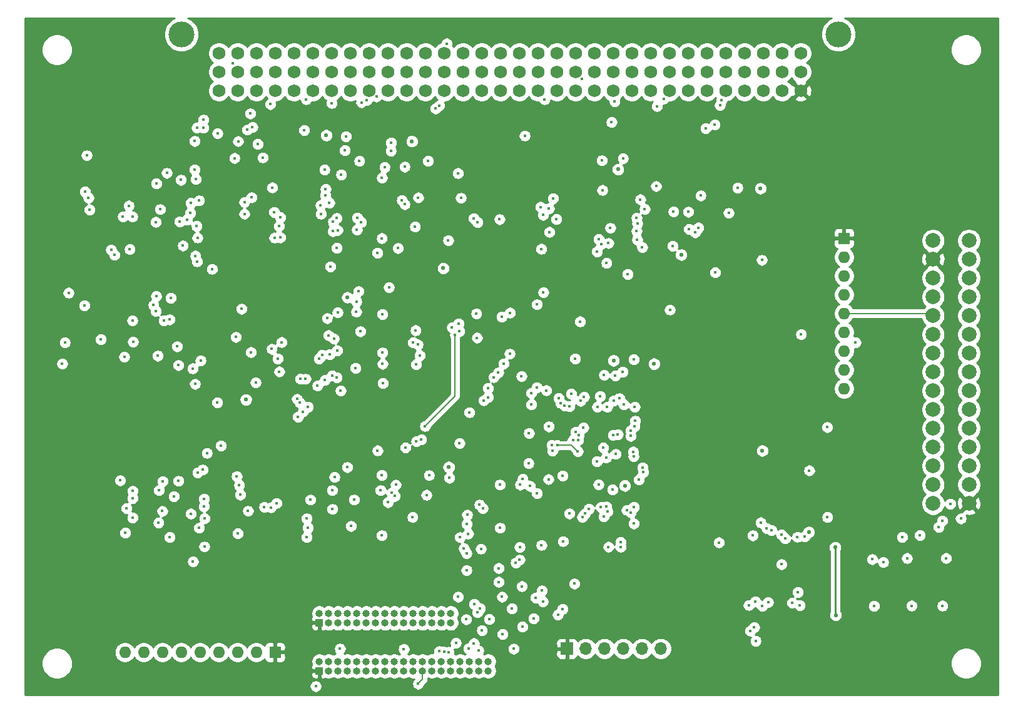
<source format=gbr>
G04 #@! TF.GenerationSoftware,KiCad,Pcbnew,(5.1.6)-1*
G04 #@! TF.CreationDate,2020-07-01T14:48:19+02:00*
G04 #@! TF.ProjectId,Project_GP8B,50726f6a-6563-4745-9f47-5038422e6b69,V5.0*
G04 #@! TF.SameCoordinates,PX3a2c940PY1e0a6e0*
G04 #@! TF.FileFunction,Copper,L2,Inr*
G04 #@! TF.FilePolarity,Positive*
%FSLAX46Y46*%
G04 Gerber Fmt 4.6, Leading zero omitted, Abs format (unit mm)*
G04 Created by KiCad (PCBNEW (5.1.6)-1) date 2020-07-01 14:48:19*
%MOMM*%
%LPD*%
G01*
G04 APERTURE LIST*
G04 #@! TA.AperFunction,ViaPad*
%ADD10C,2.000000*%
G04 #@! TD*
G04 #@! TA.AperFunction,WasherPad*
%ADD11C,3.500000*%
G04 #@! TD*
G04 #@! TA.AperFunction,ViaPad*
%ADD12C,1.750000*%
G04 #@! TD*
G04 #@! TA.AperFunction,ViaPad*
%ADD13R,1.600000X1.600000*%
G04 #@! TD*
G04 #@! TA.AperFunction,ViaPad*
%ADD14O,1.600000X1.600000*%
G04 #@! TD*
G04 #@! TA.AperFunction,ViaPad*
%ADD15R,1.700000X1.700000*%
G04 #@! TD*
G04 #@! TA.AperFunction,ViaPad*
%ADD16O,1.700000X1.700000*%
G04 #@! TD*
G04 #@! TA.AperFunction,ViaPad*
%ADD17R,1.000000X1.000000*%
G04 #@! TD*
G04 #@! TA.AperFunction,ViaPad*
%ADD18O,1.000000X1.000000*%
G04 #@! TD*
G04 #@! TA.AperFunction,ViaPad*
%ADD19C,0.550000*%
G04 #@! TD*
G04 #@! TA.AperFunction,ViaPad*
%ADD20C,0.450000*%
G04 #@! TD*
G04 #@! TA.AperFunction,Conductor*
%ADD21C,0.250000*%
G04 #@! TD*
G04 #@! TA.AperFunction,Conductor*
%ADD22C,0.180000*%
G04 #@! TD*
G04 #@! TA.AperFunction,Conductor*
%ADD23C,0.254000*%
G04 #@! TD*
G04 APERTURE END LIST*
D10*
X128400000Y-30810000D03*
X123540000Y-30810000D03*
X128400000Y-33350000D03*
X123540000Y-33350000D03*
X128400000Y-35890000D03*
X123540000Y-35890000D03*
X128400000Y-38430000D03*
X123540000Y-38430000D03*
X128400000Y-40970000D03*
X123540000Y-40970000D03*
X128400000Y-43510000D03*
X123540000Y-43510000D03*
X128400000Y-46050000D03*
X123540000Y-46050000D03*
X128400000Y-48590000D03*
X123540000Y-48590000D03*
X128400000Y-51130000D03*
X123540000Y-51130000D03*
X128400000Y-53670000D03*
X123540000Y-53670000D03*
X128400000Y-56210000D03*
X123540000Y-56210000D03*
X128400000Y-58750000D03*
X123540000Y-58750000D03*
X128400000Y-61290000D03*
X123540000Y-61290000D03*
X128400000Y-63830000D03*
X123540000Y-63830000D03*
X128400000Y-66360000D03*
X123540000Y-66370000D03*
D11*
X21820000Y-2920000D03*
X110720000Y-2920000D03*
D12*
X105640000Y-10540000D03*
X103100000Y-10540000D03*
X100560000Y-10540000D03*
X98020000Y-10540000D03*
X95480000Y-10540000D03*
X92940000Y-10540000D03*
X90400000Y-10540000D03*
X87860000Y-10540000D03*
X85320000Y-10540000D03*
X82780000Y-10540000D03*
X80240000Y-10540000D03*
X77700000Y-10540000D03*
X75160000Y-10540000D03*
X72620000Y-10540000D03*
X70080000Y-10540000D03*
X67540000Y-10540000D03*
X65000000Y-10540000D03*
X62460000Y-10540000D03*
X59920000Y-10540000D03*
X57380000Y-10540000D03*
X54840000Y-10540000D03*
X52300000Y-10540000D03*
X49760000Y-10540000D03*
X47220000Y-10540000D03*
X44680000Y-10540000D03*
X42140000Y-10540000D03*
X39600000Y-10540000D03*
X37060000Y-10540000D03*
X34520000Y-10540000D03*
X31980000Y-10540000D03*
X29440000Y-10540000D03*
X26900000Y-10540000D03*
X105640000Y-8000000D03*
X103100000Y-8000000D03*
X100560000Y-8000000D03*
X98020000Y-8000000D03*
X95480000Y-8000000D03*
X92940000Y-8000000D03*
X90400000Y-8000000D03*
X87860000Y-8000000D03*
X85320000Y-8000000D03*
X82780000Y-8000000D03*
X80240000Y-8000000D03*
X77700000Y-8000000D03*
X75160000Y-8000000D03*
X72620000Y-8000000D03*
X70080000Y-8000000D03*
X67540000Y-8000000D03*
X65000000Y-8000000D03*
X62460000Y-8000000D03*
X59920000Y-8000000D03*
X57380000Y-8000000D03*
X54840000Y-8000000D03*
X52300000Y-8000000D03*
X49760000Y-8000000D03*
X47220000Y-8000000D03*
X44680000Y-8000000D03*
X42140000Y-8000000D03*
X39600000Y-8000000D03*
X37060000Y-8000000D03*
X34520000Y-8000000D03*
X31980000Y-8000000D03*
X29440000Y-8000000D03*
X26900000Y-8000000D03*
X105640000Y-5460000D03*
X103100000Y-5460000D03*
X100560000Y-5460000D03*
X98020000Y-5460000D03*
X95480000Y-5460000D03*
X92940000Y-5460000D03*
X90400000Y-5460000D03*
X87860000Y-5460000D03*
X85320000Y-5460000D03*
X82780000Y-5460000D03*
X80240000Y-5460000D03*
X77700000Y-5460000D03*
X75160000Y-5460000D03*
X72620000Y-5460000D03*
X70080000Y-5460000D03*
X67540000Y-5460000D03*
X65000000Y-5460000D03*
X62460000Y-5460000D03*
X59920000Y-5460000D03*
X57380000Y-5460000D03*
X54840000Y-5460000D03*
X52300000Y-5460000D03*
X49760000Y-5460000D03*
X47220000Y-5460000D03*
X44680000Y-5460000D03*
X42140000Y-5460000D03*
X39600000Y-5460000D03*
X37060000Y-5460000D03*
X34520000Y-5460000D03*
X31980000Y-5460000D03*
X29440000Y-5460000D03*
X26900000Y-5460000D03*
D13*
X34500000Y-86500000D03*
D14*
X31960000Y-86500000D03*
X29420000Y-86500000D03*
X26880000Y-86500000D03*
X24340000Y-86500000D03*
X21800000Y-86500000D03*
X19260000Y-86500000D03*
X16720000Y-86500000D03*
X14180000Y-86500000D03*
X111500000Y-50820000D03*
X111500000Y-48280000D03*
X111500000Y-45740000D03*
X111500000Y-43200000D03*
X111500000Y-40660000D03*
X111500000Y-38120000D03*
X111500000Y-35580000D03*
X111500000Y-33040000D03*
D13*
X111500000Y-30500000D03*
D15*
X74000000Y-86000000D03*
D16*
X76540000Y-86000000D03*
X79080000Y-86000000D03*
X81620000Y-86000000D03*
X84160000Y-86000000D03*
X86700000Y-86000000D03*
D17*
X40500000Y-82500000D03*
D18*
X40500000Y-81230000D03*
X41770000Y-82500000D03*
X41770000Y-81230000D03*
X43040000Y-82500000D03*
X43040000Y-81230000D03*
X44310000Y-82500000D03*
X44310000Y-81230000D03*
X45580000Y-82500000D03*
X45580000Y-81230000D03*
X46850000Y-82500000D03*
X46850000Y-81230000D03*
X48120000Y-82500000D03*
X48120000Y-81230000D03*
X49390000Y-82500000D03*
X49390000Y-81230000D03*
X50660000Y-82500000D03*
X50660000Y-81230000D03*
X51930000Y-82500000D03*
X51930000Y-81230000D03*
X53200000Y-82500000D03*
X53200000Y-81230000D03*
X54470000Y-82500000D03*
X54470000Y-81230000D03*
X55740000Y-82500000D03*
X55740000Y-81230000D03*
X57010000Y-82500000D03*
X57010000Y-81230000D03*
X58280000Y-82500000D03*
X58280000Y-81230000D03*
D17*
X40500000Y-89000000D03*
D18*
X40500000Y-87730000D03*
X41770000Y-89000000D03*
X41770000Y-87730000D03*
X43040000Y-89000000D03*
X43040000Y-87730000D03*
X44310000Y-89000000D03*
X44310000Y-87730000D03*
X45580000Y-89000000D03*
X45580000Y-87730000D03*
X46850000Y-89000000D03*
X46850000Y-87730000D03*
X48120000Y-89000000D03*
X48120000Y-87730000D03*
X49390000Y-89000000D03*
X49390000Y-87730000D03*
X50660000Y-89000000D03*
X50660000Y-87730000D03*
X51930000Y-89000000D03*
X51930000Y-87730000D03*
X53200000Y-89000000D03*
X53200000Y-87730000D03*
X54470000Y-89000000D03*
X54470000Y-87730000D03*
X55740000Y-89000000D03*
X55740000Y-87730000D03*
X57010000Y-89000000D03*
X57010000Y-87730000D03*
X58280000Y-89000000D03*
X58280000Y-87730000D03*
X59550000Y-89000000D03*
X59550000Y-87730000D03*
X60820000Y-89000000D03*
X60820000Y-87730000D03*
X62090000Y-89000000D03*
X62090000Y-87730000D03*
X63360000Y-89000000D03*
X63360000Y-87730000D03*
D19*
X73473000Y-72672600D03*
X48008200Y-51096400D03*
X58814600Y-60778300D03*
X58487200Y-33309900D03*
X74360200Y-43576700D03*
X62593300Y-54595400D03*
X34344400Y-54077100D03*
X96256700Y-32080900D03*
X22248000Y-35828400D03*
X92064200Y-71647100D03*
X51633200Y-18083800D03*
X34767687Y-18184990D03*
X47500000Y-34560000D03*
X25220000Y-24580000D03*
X33610000Y-36090000D03*
X110530000Y-70880000D03*
X89290000Y-34990000D03*
X28240000Y-76300000D03*
X41700000Y-74840000D03*
X127970000Y-70700000D03*
X100178800Y-23759200D03*
X80915600Y-21176300D03*
X44287200Y-38497500D03*
X57263400Y-34546800D03*
X53026400Y-17386300D03*
X58006500Y-61456200D03*
X100440400Y-59228200D03*
X106736300Y-70236200D03*
X110367400Y-81472300D03*
X110288400Y-72312700D03*
X89460000Y-32732400D03*
X41430000Y-16580000D03*
X30560000Y-52320000D03*
X81838600Y-63960100D03*
X85793200Y-47485600D03*
X80302300Y-47032900D03*
D20*
X45387200Y-48045000D03*
X64888700Y-27943800D03*
X115555000Y-80218600D03*
X120635000Y-80193300D03*
X124817200Y-80204900D03*
X124297900Y-69554200D03*
X124781200Y-68700300D03*
X119365000Y-70914800D03*
X127302400Y-68417500D03*
X105513900Y-80129800D03*
X105240100Y-78357000D03*
X109240400Y-68217000D03*
X125874400Y-66418800D03*
X109229700Y-56060100D03*
X48957600Y-30499800D03*
X18418700Y-38340900D03*
X105686500Y-43506200D03*
X75792100Y-41764700D03*
X106791700Y-61911300D03*
X41990000Y-34330000D03*
X71623900Y-29653300D03*
X54094000Y-46354600D03*
X59452900Y-43046200D03*
X81587900Y-19700300D03*
X23895500Y-28865000D03*
X38947400Y-53312100D03*
X59473700Y-58230000D03*
X38303000Y-53954300D03*
X53624300Y-57969200D03*
X24000000Y-30420000D03*
X41898000Y-46202300D03*
X38637500Y-49524800D03*
X42912000Y-45686700D03*
X34867400Y-46782200D03*
X40669500Y-26035500D03*
X40456600Y-46789100D03*
X20390400Y-38572800D03*
X49910000Y-37160000D03*
X49057300Y-47502600D03*
X26670000Y-52720000D03*
X58449200Y-42540700D03*
X53589100Y-47560000D03*
X61381700Y-27806100D03*
X42862600Y-49312700D03*
X70429000Y-26267600D03*
X14839000Y-31978800D03*
X15283000Y-44500500D03*
X52043000Y-20836000D03*
X45585400Y-29343900D03*
X14699400Y-26093400D03*
X14095000Y-46529800D03*
X25973700Y-34656300D03*
X37597600Y-54653800D03*
X52152300Y-58815200D03*
X32838000Y-19586300D03*
X30354800Y-27192800D03*
X68010000Y-63065500D03*
X71576200Y-26457100D03*
X72115000Y-25106100D03*
X23619100Y-21220700D03*
X20209800Y-41493900D03*
X50729500Y-65370200D03*
X98809500Y-83596200D03*
X79444000Y-53317000D03*
X59258000Y-21700600D03*
X19300300Y-63367600D03*
X20250400Y-70926300D03*
X64929500Y-63833500D03*
X80348300Y-52446700D03*
X23784800Y-22519400D03*
X53186200Y-44612600D03*
X30849500Y-67391700D03*
X20814300Y-65416000D03*
X99343158Y-83098851D03*
X70765910Y-27348906D03*
X78300900Y-30637800D03*
X30354800Y-25598600D03*
X78102700Y-53315000D03*
X82213400Y-35354800D03*
X24431600Y-47039900D03*
X23098800Y-67756400D03*
X99492803Y-79631766D03*
X34390000Y-26958000D03*
X79623900Y-31165800D03*
X83422000Y-27763900D03*
X24698000Y-61803100D03*
X74583800Y-51543900D03*
X23358800Y-48117600D03*
X22579900Y-28017200D03*
X98599990Y-80123172D03*
X67852400Y-49177400D03*
X120017800Y-73771500D03*
X103055200Y-74602300D03*
X21589100Y-28236800D03*
X35208700Y-27675000D03*
X78652900Y-31275800D03*
X79870800Y-29121100D03*
X21426800Y-63325000D03*
X21426800Y-47675000D03*
X40713800Y-27201600D03*
X40856500Y-46274500D03*
X18953800Y-26580900D03*
X121759100Y-70668100D03*
X83523800Y-28524500D03*
X69923800Y-50668800D03*
X45203300Y-65865000D03*
X33928100Y-66919700D03*
X19249800Y-67405700D03*
X41852100Y-25714400D03*
X18631200Y-46400300D03*
X103035300Y-70591800D03*
X90513600Y-29267300D03*
X19451000Y-41637600D03*
X18732000Y-68975900D03*
X83512800Y-30696500D03*
X71211900Y-51072600D03*
X43454800Y-21896000D03*
X99158500Y-70697300D03*
X91352800Y-29728800D03*
X18792200Y-64598300D03*
X116807160Y-74324651D03*
X21773600Y-22606990D03*
X41203000Y-21232600D03*
X41543500Y-41325000D03*
X49331100Y-20888000D03*
X103540000Y-71095200D03*
X88303000Y-31540000D03*
X58864600Y-43547200D03*
X54800200Y-55903600D03*
X48939400Y-70694300D03*
X44103800Y-16727400D03*
X19851000Y-21675800D03*
X15199300Y-41612000D03*
X115307500Y-73925200D03*
X14239600Y-70333400D03*
X49086900Y-50100400D03*
X31880000Y-50005500D03*
X99540600Y-84971800D03*
X65165200Y-41128900D03*
X44263500Y-61470000D03*
X100412800Y-80215700D03*
X34689900Y-66322000D03*
X113065410Y-44592363D03*
X33043600Y-66836200D03*
X101221600Y-79709800D03*
X29458100Y-70425000D03*
X104494500Y-79810700D03*
X105182500Y-70898900D03*
X66297800Y-40577600D03*
X42225500Y-64595000D03*
X69934700Y-39449700D03*
X42249400Y-67135000D03*
X101664900Y-69975300D03*
X70813200Y-37826200D03*
X38964400Y-69675000D03*
X101034500Y-69736100D03*
X100214200Y-68945300D03*
X57385200Y-86441900D03*
X65423800Y-47451500D03*
X55339100Y-62567200D03*
X75631400Y-57113800D03*
X54293800Y-57702600D03*
X48781900Y-64595000D03*
X72891000Y-52130300D03*
X62172500Y-66551900D03*
X58015600Y-86459400D03*
X83171500Y-53299700D03*
X44769143Y-69432807D03*
X56741500Y-86368000D03*
X63312300Y-52000000D03*
X54990000Y-65220000D03*
X61451600Y-79958700D03*
X73119500Y-52776900D03*
X62611600Y-67042300D03*
X64955300Y-69675000D03*
X68806800Y-60935000D03*
X61874300Y-81101500D03*
X62353200Y-72503900D03*
X64086100Y-49291200D03*
X60415200Y-75396500D03*
X60411900Y-73105200D03*
X64711400Y-48678100D03*
X83043700Y-69096900D03*
X82650500Y-67582700D03*
X83075300Y-66838900D03*
X81086100Y-52150700D03*
X80455000Y-11971900D03*
X53530800Y-42952400D03*
X100368700Y-33445000D03*
X88414700Y-26897300D03*
X86201800Y-12636900D03*
X72559600Y-27922100D03*
X70542300Y-31945000D03*
X94003400Y-15128500D03*
X59534100Y-70945000D03*
X92785500Y-15634900D03*
X60500100Y-67908100D03*
X68292300Y-16621900D03*
X38441500Y-15886800D03*
X35039300Y-28878500D03*
X43945700Y-18603100D03*
X61908100Y-28359700D03*
X59649300Y-25058800D03*
X52037600Y-25917300D03*
X45792700Y-37682700D03*
X90418200Y-26930300D03*
X78790900Y-23985200D03*
X24221600Y-25396800D03*
X84188900Y-31707300D03*
X69167700Y-51445800D03*
X37473900Y-52245800D03*
X31254900Y-45908800D03*
X97084600Y-23657100D03*
X78723600Y-19979900D03*
X53816600Y-44879700D03*
X94060600Y-35111900D03*
X59331500Y-42021900D03*
X86060400Y-23463200D03*
X92090400Y-24735900D03*
X40242300Y-50450200D03*
X31343000Y-24983700D03*
X42970700Y-29398300D03*
X42316300Y-29561000D03*
X48350000Y-32480000D03*
X23672600Y-50215000D03*
X23951600Y-33637300D03*
X37934400Y-49519600D03*
X34417500Y-30420500D03*
X125302600Y-73761800D03*
X23131400Y-25725200D03*
X94548200Y-71647700D03*
X83038900Y-46894800D03*
X61840100Y-43955900D03*
X42839300Y-31823700D03*
X42356900Y-28283400D03*
X46143400Y-28308700D03*
X87931400Y-40162600D03*
X106164990Y-70853881D03*
X51667700Y-25345000D03*
X51119500Y-31846600D03*
X61745400Y-40674400D03*
X83425800Y-29559400D03*
X60449100Y-69168000D03*
X50838300Y-63851900D03*
X53108800Y-68223100D03*
X58080600Y-62916900D03*
X29320600Y-62702100D03*
X79619300Y-72238900D03*
X83736600Y-63137000D03*
X78273400Y-63830600D03*
X70553100Y-71998600D03*
X84331900Y-62135200D03*
X40006800Y-91104800D03*
X84218900Y-61500000D03*
X74989000Y-77229600D03*
X79301800Y-60171600D03*
X67611800Y-72257500D03*
X83015800Y-60000000D03*
X67913700Y-77571400D03*
X82945900Y-59369600D03*
X65282600Y-84043800D03*
X80596800Y-59684500D03*
X67596400Y-73996000D03*
X82620100Y-57246000D03*
X60694600Y-85966900D03*
X82622600Y-56543200D03*
X67081200Y-74372200D03*
X83160700Y-55967700D03*
X62033473Y-86275840D03*
X83245400Y-55201700D03*
X64758900Y-75117700D03*
X80883000Y-57050900D03*
X61413300Y-85279800D03*
X80237700Y-57115300D03*
X64755800Y-76980600D03*
X78903300Y-58814900D03*
X65227100Y-79004800D03*
X59284600Y-79004800D03*
X74316900Y-67743800D03*
X66558300Y-80581800D03*
X62740000Y-52423200D03*
X69180600Y-52991500D03*
X60367500Y-82048400D03*
X60790200Y-54045700D03*
X81266000Y-72239500D03*
X73420100Y-80630400D03*
X81253900Y-71603500D03*
X82080600Y-67255700D03*
X72774500Y-81401300D03*
X78977900Y-68110800D03*
X70735900Y-79629100D03*
X79486100Y-67457300D03*
X69489000Y-81907100D03*
X80163800Y-64502800D03*
X69767100Y-79118600D03*
X79307200Y-66809300D03*
X67973000Y-83038200D03*
X78603600Y-66841400D03*
X70617600Y-78158600D03*
X73467500Y-71487400D03*
X69936900Y-64979400D03*
X78048300Y-60688200D03*
X58972000Y-85227800D03*
X68988700Y-64012200D03*
X81533800Y-48548800D03*
X74316700Y-53242600D03*
X66781200Y-86026400D03*
X81687200Y-52989800D03*
X76981300Y-67095800D03*
X73421900Y-62616500D03*
X62503400Y-83533500D03*
X51927800Y-86068600D03*
X76232300Y-56117500D03*
X80532500Y-49080100D03*
X71548000Y-55967500D03*
X75115200Y-46782100D03*
X63312300Y-50787200D03*
X73673400Y-53131000D03*
X43291000Y-86023000D03*
X68861600Y-56851200D03*
X60060100Y-72464700D03*
X75183100Y-56670600D03*
X79026900Y-49004000D03*
X72683100Y-58489400D03*
X75475700Y-59342700D03*
X53876500Y-90775500D03*
X78489000Y-51869500D03*
X74806300Y-57829600D03*
X75833800Y-52499100D03*
X71957700Y-58495000D03*
X75515500Y-57814700D03*
X72030000Y-59237800D03*
X63492400Y-82034700D03*
X76316600Y-51966600D03*
X62253700Y-80589400D03*
X67674500Y-63844700D03*
X71496900Y-63096400D03*
X76077400Y-68221700D03*
X76465600Y-67718600D03*
X50179700Y-18680400D03*
X45627200Y-27738600D03*
X50212200Y-17579800D03*
X42853700Y-27783100D03*
X29008000Y-19662100D03*
X23725900Y-32869300D03*
X25287300Y-59553600D03*
X57936900Y-30785900D03*
X24025300Y-62192700D03*
X29504900Y-17379800D03*
X22038000Y-31502400D03*
X23623700Y-17359100D03*
X15200100Y-27595000D03*
X15218300Y-64694000D03*
X23039800Y-27076300D03*
X24964100Y-68405000D03*
X30738790Y-15832816D03*
X13558500Y-63258900D03*
X9400000Y-26640000D03*
X24818200Y-15562100D03*
X15216500Y-65664500D03*
X13923400Y-27595000D03*
X15219100Y-68283800D03*
X24820500Y-14480400D03*
X12314900Y-32073400D03*
X23924600Y-15557400D03*
X14393700Y-67025500D03*
X12775500Y-32741300D03*
X94891500Y-11858400D03*
X48375000Y-59206200D03*
X94698400Y-12526800D03*
X48939200Y-62518200D03*
X50260700Y-64947400D03*
X49796600Y-66216800D03*
X42550800Y-62816400D03*
X39282900Y-65865000D03*
X38783100Y-68405000D03*
X87100600Y-11628600D03*
X38781600Y-70945000D03*
X24932600Y-72215000D03*
X24230000Y-69680000D03*
X24876500Y-66774800D03*
X29791600Y-65196700D03*
X80037400Y-14803200D03*
X23399700Y-74217800D03*
X70974500Y-11714700D03*
X24902100Y-65731500D03*
X29653800Y-63912500D03*
X27173300Y-58551100D03*
X18445400Y-23108100D03*
X9014800Y-19299900D03*
X26711900Y-16317000D03*
X18360900Y-28295800D03*
X9262090Y-25011247D03*
X8782900Y-24191200D03*
X55218500Y-20055000D03*
X48973000Y-22302300D03*
X46893600Y-11833400D03*
X53884600Y-24995800D03*
X46186200Y-12122700D03*
X53449000Y-28945000D03*
X35202800Y-30403300D03*
X41296200Y-24700600D03*
X38713700Y-11712700D03*
X41345700Y-23865000D03*
X42171500Y-12221100D03*
X45911800Y-20055000D03*
X56224600Y-12958000D03*
X42970700Y-40518700D03*
X46041900Y-43099900D03*
X76051800Y-8959400D03*
X49020800Y-45968900D03*
X42220700Y-49083600D03*
X43384500Y-51131000D03*
X56743300Y-12545800D03*
X34060400Y-45477200D03*
X29198300Y-43865000D03*
X31440000Y-15470000D03*
X29960700Y-40055000D03*
X32150000Y-17760000D03*
X28765200Y-6854600D03*
X18057100Y-39549200D03*
X10924500Y-44188400D03*
X31144000Y-13637100D03*
X21229000Y-45135000D03*
X37870100Y-52746000D03*
X5710000Y-47480000D03*
X6063600Y-44608800D03*
X6561200Y-37869600D03*
X8702900Y-39588000D03*
X48214100Y-11358100D03*
X45515000Y-39082200D03*
X57725900Y-4170200D03*
X49033700Y-40765700D03*
X42461700Y-44090100D03*
X41266200Y-49674800D03*
X35086200Y-48529900D03*
X35388600Y-44557200D03*
X33860500Y-12374000D03*
X41718000Y-43618700D03*
X18379000Y-40362800D03*
X83932300Y-25245900D03*
X95882190Y-27091799D03*
X84531600Y-26573400D03*
X91791600Y-29064000D03*
X78073700Y-32294000D03*
X79353000Y-33853000D03*
X45491900Y-40468700D03*
X34133800Y-23640100D03*
X66255800Y-46140500D03*
X60653800Y-70456800D03*
D21*
X110367400Y-81472300D02*
X110288400Y-81393300D01*
X110288400Y-81393300D02*
X110288400Y-72312700D01*
D22*
X54800200Y-55903600D02*
X58864600Y-51839200D01*
X58864600Y-51839200D02*
X58864600Y-43547200D01*
X111500000Y-40660000D02*
X123230000Y-40660000D01*
X123230000Y-40660000D02*
X123540000Y-40970000D01*
X72683100Y-58489400D02*
X74622400Y-58489400D01*
X74622400Y-58489400D02*
X75475700Y-59342700D01*
X53876500Y-90775500D02*
X54470000Y-90182000D01*
X54470000Y-90182000D02*
X54470000Y-89000000D01*
D23*
G36*
X20690279Y-806440D02*
G01*
X20299651Y-1067450D01*
X19967450Y-1399651D01*
X19706440Y-1790279D01*
X19526654Y-2224321D01*
X19435000Y-2685098D01*
X19435000Y-3154902D01*
X19526654Y-3615679D01*
X19706440Y-4049721D01*
X19967450Y-4440349D01*
X20299651Y-4772550D01*
X20690279Y-5033560D01*
X21124321Y-5213346D01*
X21585098Y-5305000D01*
X22054902Y-5305000D01*
X22515679Y-5213346D01*
X22949721Y-5033560D01*
X23340349Y-4772550D01*
X23672550Y-4440349D01*
X23933560Y-4049721D01*
X24113346Y-3615679D01*
X24205000Y-3154902D01*
X24205000Y-2685098D01*
X24113346Y-2224321D01*
X23933560Y-1790279D01*
X23672550Y-1399651D01*
X23340349Y-1067450D01*
X22949721Y-806440D01*
X22716894Y-710000D01*
X109823106Y-710000D01*
X109590279Y-806440D01*
X109199651Y-1067450D01*
X108867450Y-1399651D01*
X108606440Y-1790279D01*
X108426654Y-2224321D01*
X108335000Y-2685098D01*
X108335000Y-3154902D01*
X108426654Y-3615679D01*
X108606440Y-4049721D01*
X108867450Y-4440349D01*
X109199651Y-4772550D01*
X109590279Y-5033560D01*
X110024321Y-5213346D01*
X110485098Y-5305000D01*
X110954902Y-5305000D01*
X111415679Y-5213346D01*
X111849721Y-5033560D01*
X112214650Y-4789721D01*
X125865000Y-4789721D01*
X125865000Y-5210279D01*
X125947047Y-5622756D01*
X126107988Y-6011302D01*
X126341637Y-6360983D01*
X126639017Y-6658363D01*
X126988698Y-6892012D01*
X127377244Y-7052953D01*
X127789721Y-7135000D01*
X128210279Y-7135000D01*
X128622756Y-7052953D01*
X129011302Y-6892012D01*
X129360983Y-6658363D01*
X129658363Y-6360983D01*
X129892012Y-6011302D01*
X130052953Y-5622756D01*
X130135000Y-5210279D01*
X130135000Y-4789721D01*
X130052953Y-4377244D01*
X129892012Y-3988698D01*
X129658363Y-3639017D01*
X129360983Y-3341637D01*
X129011302Y-3107988D01*
X128622756Y-2947047D01*
X128210279Y-2865000D01*
X127789721Y-2865000D01*
X127377244Y-2947047D01*
X126988698Y-3107988D01*
X126639017Y-3341637D01*
X126341637Y-3639017D01*
X126107988Y-3988698D01*
X125947047Y-4377244D01*
X125865000Y-4789721D01*
X112214650Y-4789721D01*
X112240349Y-4772550D01*
X112572550Y-4440349D01*
X112833560Y-4049721D01*
X113013346Y-3615679D01*
X113105000Y-3154902D01*
X113105000Y-2685098D01*
X113013346Y-2224321D01*
X112833560Y-1790279D01*
X112572550Y-1399651D01*
X112240349Y-1067450D01*
X111849721Y-806440D01*
X111616894Y-710000D01*
X132290001Y-710000D01*
X132290000Y-63465123D01*
X132290000Y-63465124D01*
X132290001Y-92290000D01*
X710000Y-92290000D01*
X710000Y-91020097D01*
X39146800Y-91020097D01*
X39146800Y-91189503D01*
X39179849Y-91355653D01*
X39244678Y-91512163D01*
X39338795Y-91653018D01*
X39458582Y-91772805D01*
X39599437Y-91866922D01*
X39755947Y-91931751D01*
X39922097Y-91964800D01*
X40091503Y-91964800D01*
X40257653Y-91931751D01*
X40414163Y-91866922D01*
X40555018Y-91772805D01*
X40674805Y-91653018D01*
X40768922Y-91512163D01*
X40833751Y-91355653D01*
X40866800Y-91189503D01*
X40866800Y-91020097D01*
X40833751Y-90853947D01*
X40768922Y-90697437D01*
X40674805Y-90556582D01*
X40555018Y-90436795D01*
X40414163Y-90342678D01*
X40257653Y-90277849D01*
X40091503Y-90244800D01*
X39922097Y-90244800D01*
X39755947Y-90277849D01*
X39599437Y-90342678D01*
X39458582Y-90436795D01*
X39338795Y-90556582D01*
X39244678Y-90697437D01*
X39179849Y-90853947D01*
X39146800Y-91020097D01*
X710000Y-91020097D01*
X710000Y-87789721D01*
X2865000Y-87789721D01*
X2865000Y-88210279D01*
X2947047Y-88622756D01*
X3107988Y-89011302D01*
X3341637Y-89360983D01*
X3639017Y-89658363D01*
X3988698Y-89892012D01*
X4377244Y-90052953D01*
X4789721Y-90135000D01*
X5210279Y-90135000D01*
X5622756Y-90052953D01*
X6011302Y-89892012D01*
X6360983Y-89658363D01*
X6519346Y-89500000D01*
X39361928Y-89500000D01*
X39374188Y-89624482D01*
X39410498Y-89744180D01*
X39469463Y-89854494D01*
X39548815Y-89951185D01*
X39645506Y-90030537D01*
X39755820Y-90089502D01*
X39875518Y-90125812D01*
X40000000Y-90138072D01*
X40214250Y-90135000D01*
X40373000Y-89976250D01*
X40373000Y-89127000D01*
X39523750Y-89127000D01*
X39365000Y-89285750D01*
X39361928Y-89500000D01*
X6519346Y-89500000D01*
X6658363Y-89360983D01*
X6892012Y-89011302D01*
X7052953Y-88622756D01*
X7077370Y-88500000D01*
X39361928Y-88500000D01*
X39365000Y-88714250D01*
X39523750Y-88873000D01*
X40373000Y-88873000D01*
X40373000Y-88861974D01*
X40388212Y-88865000D01*
X40611788Y-88865000D01*
X40627000Y-88861974D01*
X40627000Y-88873000D01*
X40638026Y-88873000D01*
X40635000Y-88888212D01*
X40635000Y-89111788D01*
X40638026Y-89127000D01*
X40627000Y-89127000D01*
X40627000Y-89976250D01*
X40785750Y-90135000D01*
X41000000Y-90138072D01*
X41124482Y-90125812D01*
X41244180Y-90089502D01*
X41327226Y-90045112D01*
X41438933Y-90091383D01*
X41658212Y-90135000D01*
X41881788Y-90135000D01*
X42101067Y-90091383D01*
X42307624Y-90005824D01*
X42405000Y-89940759D01*
X42502376Y-90005824D01*
X42708933Y-90091383D01*
X42928212Y-90135000D01*
X43151788Y-90135000D01*
X43371067Y-90091383D01*
X43577624Y-90005824D01*
X43675000Y-89940759D01*
X43772376Y-90005824D01*
X43978933Y-90091383D01*
X44198212Y-90135000D01*
X44421788Y-90135000D01*
X44641067Y-90091383D01*
X44847624Y-90005824D01*
X44945000Y-89940759D01*
X45042376Y-90005824D01*
X45248933Y-90091383D01*
X45468212Y-90135000D01*
X45691788Y-90135000D01*
X45911067Y-90091383D01*
X46117624Y-90005824D01*
X46215000Y-89940759D01*
X46312376Y-90005824D01*
X46518933Y-90091383D01*
X46738212Y-90135000D01*
X46961788Y-90135000D01*
X47181067Y-90091383D01*
X47387624Y-90005824D01*
X47485000Y-89940759D01*
X47582376Y-90005824D01*
X47788933Y-90091383D01*
X48008212Y-90135000D01*
X48231788Y-90135000D01*
X48451067Y-90091383D01*
X48657624Y-90005824D01*
X48755000Y-89940759D01*
X48852376Y-90005824D01*
X49058933Y-90091383D01*
X49278212Y-90135000D01*
X49501788Y-90135000D01*
X49721067Y-90091383D01*
X49927624Y-90005824D01*
X50025000Y-89940759D01*
X50122376Y-90005824D01*
X50328933Y-90091383D01*
X50548212Y-90135000D01*
X50771788Y-90135000D01*
X50991067Y-90091383D01*
X51197624Y-90005824D01*
X51295000Y-89940759D01*
X51392376Y-90005824D01*
X51598933Y-90091383D01*
X51818212Y-90135000D01*
X52041788Y-90135000D01*
X52261067Y-90091383D01*
X52467624Y-90005824D01*
X52565000Y-89940759D01*
X52662376Y-90005824D01*
X52868933Y-90091383D01*
X53088212Y-90135000D01*
X53300777Y-90135000D01*
X53208495Y-90227282D01*
X53114378Y-90368137D01*
X53049549Y-90524647D01*
X53016500Y-90690797D01*
X53016500Y-90860203D01*
X53049549Y-91026353D01*
X53114378Y-91182863D01*
X53208495Y-91323718D01*
X53328282Y-91443505D01*
X53469137Y-91537622D01*
X53625647Y-91602451D01*
X53791797Y-91635500D01*
X53961203Y-91635500D01*
X54127353Y-91602451D01*
X54283863Y-91537622D01*
X54424718Y-91443505D01*
X54544505Y-91323718D01*
X54638622Y-91182863D01*
X54703451Y-91026353D01*
X54716487Y-90960818D01*
X54957482Y-90719823D01*
X54985131Y-90697132D01*
X55007823Y-90669482D01*
X55007830Y-90669475D01*
X55075731Y-90586737D01*
X55143053Y-90460788D01*
X55171158Y-90368137D01*
X55184509Y-90324125D01*
X55195000Y-90217607D01*
X55195000Y-90217597D01*
X55198506Y-90182000D01*
X55195000Y-90146403D01*
X55195000Y-90000896D01*
X55202376Y-90005824D01*
X55408933Y-90091383D01*
X55628212Y-90135000D01*
X55851788Y-90135000D01*
X56071067Y-90091383D01*
X56277624Y-90005824D01*
X56375000Y-89940759D01*
X56472376Y-90005824D01*
X56678933Y-90091383D01*
X56898212Y-90135000D01*
X57121788Y-90135000D01*
X57341067Y-90091383D01*
X57547624Y-90005824D01*
X57645000Y-89940759D01*
X57742376Y-90005824D01*
X57948933Y-90091383D01*
X58168212Y-90135000D01*
X58391788Y-90135000D01*
X58611067Y-90091383D01*
X58817624Y-90005824D01*
X58915000Y-89940759D01*
X59012376Y-90005824D01*
X59218933Y-90091383D01*
X59438212Y-90135000D01*
X59661788Y-90135000D01*
X59881067Y-90091383D01*
X60087624Y-90005824D01*
X60185000Y-89940759D01*
X60282376Y-90005824D01*
X60488933Y-90091383D01*
X60708212Y-90135000D01*
X60931788Y-90135000D01*
X61151067Y-90091383D01*
X61357624Y-90005824D01*
X61455000Y-89940759D01*
X61552376Y-90005824D01*
X61758933Y-90091383D01*
X61978212Y-90135000D01*
X62201788Y-90135000D01*
X62421067Y-90091383D01*
X62627624Y-90005824D01*
X62725000Y-89940759D01*
X62822376Y-90005824D01*
X63028933Y-90091383D01*
X63248212Y-90135000D01*
X63471788Y-90135000D01*
X63691067Y-90091383D01*
X63897624Y-90005824D01*
X64083520Y-89881612D01*
X64241612Y-89723520D01*
X64365824Y-89537624D01*
X64451383Y-89331067D01*
X64495000Y-89111788D01*
X64495000Y-88888212D01*
X64451383Y-88668933D01*
X64365824Y-88462376D01*
X64300759Y-88365000D01*
X64365824Y-88267624D01*
X64451383Y-88061067D01*
X64495000Y-87841788D01*
X64495000Y-87789721D01*
X125865000Y-87789721D01*
X125865000Y-88210279D01*
X125947047Y-88622756D01*
X126107988Y-89011302D01*
X126341637Y-89360983D01*
X126639017Y-89658363D01*
X126988698Y-89892012D01*
X127377244Y-90052953D01*
X127789721Y-90135000D01*
X128210279Y-90135000D01*
X128622756Y-90052953D01*
X129011302Y-89892012D01*
X129360983Y-89658363D01*
X129658363Y-89360983D01*
X129892012Y-89011302D01*
X130052953Y-88622756D01*
X130135000Y-88210279D01*
X130135000Y-87789721D01*
X130052953Y-87377244D01*
X129892012Y-86988698D01*
X129658363Y-86639017D01*
X129360983Y-86341637D01*
X129011302Y-86107988D01*
X128622756Y-85947047D01*
X128210279Y-85865000D01*
X127789721Y-85865000D01*
X127377244Y-85947047D01*
X126988698Y-86107988D01*
X126639017Y-86341637D01*
X126341637Y-86639017D01*
X126107988Y-86988698D01*
X125947047Y-87377244D01*
X125865000Y-87789721D01*
X64495000Y-87789721D01*
X64495000Y-87618212D01*
X64451383Y-87398933D01*
X64365824Y-87192376D01*
X64241612Y-87006480D01*
X64083520Y-86848388D01*
X63897624Y-86724176D01*
X63691067Y-86638617D01*
X63471788Y-86595000D01*
X63248212Y-86595000D01*
X63028933Y-86638617D01*
X62822376Y-86724176D01*
X62725000Y-86789241D01*
X62724822Y-86789122D01*
X62795595Y-86683203D01*
X62860424Y-86526693D01*
X62893473Y-86360543D01*
X62893473Y-86191137D01*
X62860424Y-86024987D01*
X62825924Y-85941697D01*
X65921200Y-85941697D01*
X65921200Y-86111103D01*
X65954249Y-86277253D01*
X66019078Y-86433763D01*
X66113195Y-86574618D01*
X66232982Y-86694405D01*
X66373837Y-86788522D01*
X66530347Y-86853351D01*
X66696497Y-86886400D01*
X66865903Y-86886400D01*
X67032053Y-86853351D01*
X67040142Y-86850000D01*
X72511928Y-86850000D01*
X72524188Y-86974482D01*
X72560498Y-87094180D01*
X72619463Y-87204494D01*
X72698815Y-87301185D01*
X72795506Y-87380537D01*
X72905820Y-87439502D01*
X73025518Y-87475812D01*
X73150000Y-87488072D01*
X73714250Y-87485000D01*
X73873000Y-87326250D01*
X73873000Y-86127000D01*
X72673750Y-86127000D01*
X72515000Y-86285750D01*
X72511928Y-86850000D01*
X67040142Y-86850000D01*
X67188563Y-86788522D01*
X67329418Y-86694405D01*
X67449205Y-86574618D01*
X67543322Y-86433763D01*
X67608151Y-86277253D01*
X67641200Y-86111103D01*
X67641200Y-85941697D01*
X67608151Y-85775547D01*
X67543322Y-85619037D01*
X67449205Y-85478182D01*
X67329418Y-85358395D01*
X67188563Y-85264278D01*
X67032053Y-85199449D01*
X66865903Y-85166400D01*
X66696497Y-85166400D01*
X66530347Y-85199449D01*
X66373837Y-85264278D01*
X66232982Y-85358395D01*
X66113195Y-85478182D01*
X66019078Y-85619037D01*
X65954249Y-85775547D01*
X65921200Y-85941697D01*
X62825924Y-85941697D01*
X62795595Y-85868477D01*
X62701478Y-85727622D01*
X62581691Y-85607835D01*
X62440836Y-85513718D01*
X62284326Y-85448889D01*
X62257573Y-85443568D01*
X62273300Y-85364503D01*
X62273300Y-85195097D01*
X62264330Y-85150000D01*
X72511928Y-85150000D01*
X72515000Y-85714250D01*
X72673750Y-85873000D01*
X73873000Y-85873000D01*
X73873000Y-84673750D01*
X74127000Y-84673750D01*
X74127000Y-85873000D01*
X74147000Y-85873000D01*
X74147000Y-86127000D01*
X74127000Y-86127000D01*
X74127000Y-87326250D01*
X74285750Y-87485000D01*
X74850000Y-87488072D01*
X74974482Y-87475812D01*
X75094180Y-87439502D01*
X75204494Y-87380537D01*
X75301185Y-87301185D01*
X75380537Y-87204494D01*
X75439502Y-87094180D01*
X75461513Y-87021620D01*
X75593368Y-87153475D01*
X75836589Y-87315990D01*
X76106842Y-87427932D01*
X76393740Y-87485000D01*
X76686260Y-87485000D01*
X76973158Y-87427932D01*
X77243411Y-87315990D01*
X77486632Y-87153475D01*
X77693475Y-86946632D01*
X77810000Y-86772240D01*
X77926525Y-86946632D01*
X78133368Y-87153475D01*
X78376589Y-87315990D01*
X78646842Y-87427932D01*
X78933740Y-87485000D01*
X79226260Y-87485000D01*
X79513158Y-87427932D01*
X79783411Y-87315990D01*
X80026632Y-87153475D01*
X80233475Y-86946632D01*
X80350000Y-86772240D01*
X80466525Y-86946632D01*
X80673368Y-87153475D01*
X80916589Y-87315990D01*
X81186842Y-87427932D01*
X81473740Y-87485000D01*
X81766260Y-87485000D01*
X82053158Y-87427932D01*
X82323411Y-87315990D01*
X82566632Y-87153475D01*
X82773475Y-86946632D01*
X82890000Y-86772240D01*
X83006525Y-86946632D01*
X83213368Y-87153475D01*
X83456589Y-87315990D01*
X83726842Y-87427932D01*
X84013740Y-87485000D01*
X84306260Y-87485000D01*
X84593158Y-87427932D01*
X84863411Y-87315990D01*
X85106632Y-87153475D01*
X85313475Y-86946632D01*
X85430000Y-86772240D01*
X85546525Y-86946632D01*
X85753368Y-87153475D01*
X85996589Y-87315990D01*
X86266842Y-87427932D01*
X86553740Y-87485000D01*
X86846260Y-87485000D01*
X87133158Y-87427932D01*
X87403411Y-87315990D01*
X87646632Y-87153475D01*
X87853475Y-86946632D01*
X88015990Y-86703411D01*
X88127932Y-86433158D01*
X88185000Y-86146260D01*
X88185000Y-85853740D01*
X88127932Y-85566842D01*
X88015990Y-85296589D01*
X87853475Y-85053368D01*
X87646632Y-84846525D01*
X87403411Y-84684010D01*
X87133158Y-84572068D01*
X86846260Y-84515000D01*
X86553740Y-84515000D01*
X86266842Y-84572068D01*
X85996589Y-84684010D01*
X85753368Y-84846525D01*
X85546525Y-85053368D01*
X85430000Y-85227760D01*
X85313475Y-85053368D01*
X85106632Y-84846525D01*
X84863411Y-84684010D01*
X84593158Y-84572068D01*
X84306260Y-84515000D01*
X84013740Y-84515000D01*
X83726842Y-84572068D01*
X83456589Y-84684010D01*
X83213368Y-84846525D01*
X83006525Y-85053368D01*
X82890000Y-85227760D01*
X82773475Y-85053368D01*
X82566632Y-84846525D01*
X82323411Y-84684010D01*
X82053158Y-84572068D01*
X81766260Y-84515000D01*
X81473740Y-84515000D01*
X81186842Y-84572068D01*
X80916589Y-84684010D01*
X80673368Y-84846525D01*
X80466525Y-85053368D01*
X80350000Y-85227760D01*
X80233475Y-85053368D01*
X80026632Y-84846525D01*
X79783411Y-84684010D01*
X79513158Y-84572068D01*
X79226260Y-84515000D01*
X78933740Y-84515000D01*
X78646842Y-84572068D01*
X78376589Y-84684010D01*
X78133368Y-84846525D01*
X77926525Y-85053368D01*
X77810000Y-85227760D01*
X77693475Y-85053368D01*
X77486632Y-84846525D01*
X77243411Y-84684010D01*
X76973158Y-84572068D01*
X76686260Y-84515000D01*
X76393740Y-84515000D01*
X76106842Y-84572068D01*
X75836589Y-84684010D01*
X75593368Y-84846525D01*
X75461513Y-84978380D01*
X75439502Y-84905820D01*
X75380537Y-84795506D01*
X75301185Y-84698815D01*
X75204494Y-84619463D01*
X75094180Y-84560498D01*
X74974482Y-84524188D01*
X74850000Y-84511928D01*
X74285750Y-84515000D01*
X74127000Y-84673750D01*
X73873000Y-84673750D01*
X73714250Y-84515000D01*
X73150000Y-84511928D01*
X73025518Y-84524188D01*
X72905820Y-84560498D01*
X72795506Y-84619463D01*
X72698815Y-84698815D01*
X72619463Y-84795506D01*
X72560498Y-84905820D01*
X72524188Y-85025518D01*
X72511928Y-85150000D01*
X62264330Y-85150000D01*
X62240251Y-85028947D01*
X62175422Y-84872437D01*
X62081305Y-84731582D01*
X61961518Y-84611795D01*
X61820663Y-84517678D01*
X61664153Y-84452849D01*
X61498003Y-84419800D01*
X61328597Y-84419800D01*
X61162447Y-84452849D01*
X61005937Y-84517678D01*
X60865082Y-84611795D01*
X60745295Y-84731582D01*
X60651178Y-84872437D01*
X60586349Y-85028947D01*
X60569234Y-85114988D01*
X60443747Y-85139949D01*
X60287237Y-85204778D01*
X60146382Y-85298895D01*
X60026595Y-85418682D01*
X59932478Y-85559537D01*
X59867649Y-85716047D01*
X59834600Y-85882197D01*
X59834600Y-86051603D01*
X59867649Y-86217753D01*
X59932478Y-86374263D01*
X60026595Y-86515118D01*
X60146382Y-86634905D01*
X60281180Y-86724975D01*
X60185000Y-86789241D01*
X60087624Y-86724176D01*
X59881067Y-86638617D01*
X59661788Y-86595000D01*
X59438212Y-86595000D01*
X59218933Y-86638617D01*
X59012376Y-86724176D01*
X58915000Y-86789241D01*
X58832631Y-86734203D01*
X58842551Y-86710253D01*
X58875600Y-86544103D01*
X58875600Y-86374697D01*
X58842551Y-86208547D01*
X58784027Y-86067258D01*
X58887297Y-86087800D01*
X59056703Y-86087800D01*
X59222853Y-86054751D01*
X59379363Y-85989922D01*
X59520218Y-85895805D01*
X59640005Y-85776018D01*
X59734122Y-85635163D01*
X59798951Y-85478653D01*
X59832000Y-85312503D01*
X59832000Y-85143097D01*
X59798951Y-84976947D01*
X59734122Y-84820437D01*
X59640005Y-84679582D01*
X59520218Y-84559795D01*
X59379363Y-84465678D01*
X59222853Y-84400849D01*
X59056703Y-84367800D01*
X58887297Y-84367800D01*
X58721147Y-84400849D01*
X58564637Y-84465678D01*
X58423782Y-84559795D01*
X58303995Y-84679582D01*
X58209878Y-84820437D01*
X58145049Y-84976947D01*
X58112000Y-85143097D01*
X58112000Y-85312503D01*
X58145049Y-85478653D01*
X58203573Y-85619942D01*
X58100303Y-85599400D01*
X57930897Y-85599400D01*
X57764747Y-85632449D01*
X57721524Y-85650353D01*
X57636053Y-85614949D01*
X57469903Y-85581900D01*
X57300497Y-85581900D01*
X57155994Y-85610643D01*
X57148863Y-85605878D01*
X56992353Y-85541049D01*
X56826203Y-85508000D01*
X56656797Y-85508000D01*
X56490647Y-85541049D01*
X56334137Y-85605878D01*
X56193282Y-85699995D01*
X56073495Y-85819782D01*
X55979378Y-85960637D01*
X55914549Y-86117147D01*
X55881500Y-86283297D01*
X55881500Y-86452703D01*
X55912194Y-86607015D01*
X55851788Y-86595000D01*
X55628212Y-86595000D01*
X55408933Y-86638617D01*
X55202376Y-86724176D01*
X55105000Y-86789241D01*
X55007624Y-86724176D01*
X54801067Y-86638617D01*
X54581788Y-86595000D01*
X54358212Y-86595000D01*
X54138933Y-86638617D01*
X53932376Y-86724176D01*
X53835000Y-86789241D01*
X53737624Y-86724176D01*
X53531067Y-86638617D01*
X53311788Y-86595000D01*
X53088212Y-86595000D01*
X52868933Y-86638617D01*
X52662376Y-86724176D01*
X52565000Y-86789241D01*
X52480106Y-86732517D01*
X52595805Y-86616818D01*
X52689922Y-86475963D01*
X52754751Y-86319453D01*
X52787800Y-86153303D01*
X52787800Y-85983897D01*
X52754751Y-85817747D01*
X52689922Y-85661237D01*
X52595805Y-85520382D01*
X52476018Y-85400595D01*
X52335163Y-85306478D01*
X52178653Y-85241649D01*
X52012503Y-85208600D01*
X51843097Y-85208600D01*
X51676947Y-85241649D01*
X51520437Y-85306478D01*
X51379582Y-85400595D01*
X51259795Y-85520382D01*
X51165678Y-85661237D01*
X51100849Y-85817747D01*
X51067800Y-85983897D01*
X51067800Y-86153303D01*
X51100849Y-86319453D01*
X51165678Y-86475963D01*
X51259795Y-86616818D01*
X51377256Y-86734279D01*
X51295000Y-86789241D01*
X51197624Y-86724176D01*
X50991067Y-86638617D01*
X50771788Y-86595000D01*
X50548212Y-86595000D01*
X50328933Y-86638617D01*
X50122376Y-86724176D01*
X50025000Y-86789241D01*
X49927624Y-86724176D01*
X49721067Y-86638617D01*
X49501788Y-86595000D01*
X49278212Y-86595000D01*
X49058933Y-86638617D01*
X48852376Y-86724176D01*
X48755000Y-86789241D01*
X48657624Y-86724176D01*
X48451067Y-86638617D01*
X48231788Y-86595000D01*
X48008212Y-86595000D01*
X47788933Y-86638617D01*
X47582376Y-86724176D01*
X47485000Y-86789241D01*
X47387624Y-86724176D01*
X47181067Y-86638617D01*
X46961788Y-86595000D01*
X46738212Y-86595000D01*
X46518933Y-86638617D01*
X46312376Y-86724176D01*
X46215000Y-86789241D01*
X46117624Y-86724176D01*
X45911067Y-86638617D01*
X45691788Y-86595000D01*
X45468212Y-86595000D01*
X45248933Y-86638617D01*
X45042376Y-86724176D01*
X44945000Y-86789241D01*
X44847624Y-86724176D01*
X44641067Y-86638617D01*
X44421788Y-86595000D01*
X44198212Y-86595000D01*
X43978933Y-86638617D01*
X43817625Y-86705433D01*
X43839218Y-86691005D01*
X43959005Y-86571218D01*
X44053122Y-86430363D01*
X44117951Y-86273853D01*
X44151000Y-86107703D01*
X44151000Y-85938297D01*
X44117951Y-85772147D01*
X44053122Y-85615637D01*
X43959005Y-85474782D01*
X43839218Y-85354995D01*
X43698363Y-85260878D01*
X43541853Y-85196049D01*
X43375703Y-85163000D01*
X43206297Y-85163000D01*
X43040147Y-85196049D01*
X42883637Y-85260878D01*
X42742782Y-85354995D01*
X42622995Y-85474782D01*
X42528878Y-85615637D01*
X42464049Y-85772147D01*
X42431000Y-85938297D01*
X42431000Y-86107703D01*
X42464049Y-86273853D01*
X42528878Y-86430363D01*
X42622995Y-86571218D01*
X42695824Y-86644047D01*
X42502376Y-86724176D01*
X42405000Y-86789241D01*
X42307624Y-86724176D01*
X42101067Y-86638617D01*
X41881788Y-86595000D01*
X41658212Y-86595000D01*
X41438933Y-86638617D01*
X41232376Y-86724176D01*
X41135000Y-86789241D01*
X41037624Y-86724176D01*
X40831067Y-86638617D01*
X40611788Y-86595000D01*
X40388212Y-86595000D01*
X40168933Y-86638617D01*
X39962376Y-86724176D01*
X39776480Y-86848388D01*
X39618388Y-87006480D01*
X39494176Y-87192376D01*
X39408617Y-87398933D01*
X39365000Y-87618212D01*
X39365000Y-87841788D01*
X39408617Y-88061067D01*
X39454888Y-88172774D01*
X39410498Y-88255820D01*
X39374188Y-88375518D01*
X39361928Y-88500000D01*
X7077370Y-88500000D01*
X7135000Y-88210279D01*
X7135000Y-87789721D01*
X7052953Y-87377244D01*
X6892012Y-86988698D01*
X6658363Y-86639017D01*
X6378011Y-86358665D01*
X12745000Y-86358665D01*
X12745000Y-86641335D01*
X12800147Y-86918574D01*
X12908320Y-87179727D01*
X13065363Y-87414759D01*
X13265241Y-87614637D01*
X13500273Y-87771680D01*
X13761426Y-87879853D01*
X14038665Y-87935000D01*
X14321335Y-87935000D01*
X14598574Y-87879853D01*
X14859727Y-87771680D01*
X15094759Y-87614637D01*
X15294637Y-87414759D01*
X15450000Y-87182241D01*
X15605363Y-87414759D01*
X15805241Y-87614637D01*
X16040273Y-87771680D01*
X16301426Y-87879853D01*
X16578665Y-87935000D01*
X16861335Y-87935000D01*
X17138574Y-87879853D01*
X17399727Y-87771680D01*
X17634759Y-87614637D01*
X17834637Y-87414759D01*
X17990000Y-87182241D01*
X18145363Y-87414759D01*
X18345241Y-87614637D01*
X18580273Y-87771680D01*
X18841426Y-87879853D01*
X19118665Y-87935000D01*
X19401335Y-87935000D01*
X19678574Y-87879853D01*
X19939727Y-87771680D01*
X20174759Y-87614637D01*
X20374637Y-87414759D01*
X20530000Y-87182241D01*
X20685363Y-87414759D01*
X20885241Y-87614637D01*
X21120273Y-87771680D01*
X21381426Y-87879853D01*
X21658665Y-87935000D01*
X21941335Y-87935000D01*
X22218574Y-87879853D01*
X22479727Y-87771680D01*
X22714759Y-87614637D01*
X22914637Y-87414759D01*
X23070000Y-87182241D01*
X23225363Y-87414759D01*
X23425241Y-87614637D01*
X23660273Y-87771680D01*
X23921426Y-87879853D01*
X24198665Y-87935000D01*
X24481335Y-87935000D01*
X24758574Y-87879853D01*
X25019727Y-87771680D01*
X25254759Y-87614637D01*
X25454637Y-87414759D01*
X25610000Y-87182241D01*
X25765363Y-87414759D01*
X25965241Y-87614637D01*
X26200273Y-87771680D01*
X26461426Y-87879853D01*
X26738665Y-87935000D01*
X27021335Y-87935000D01*
X27298574Y-87879853D01*
X27559727Y-87771680D01*
X27794759Y-87614637D01*
X27994637Y-87414759D01*
X28150000Y-87182241D01*
X28305363Y-87414759D01*
X28505241Y-87614637D01*
X28740273Y-87771680D01*
X29001426Y-87879853D01*
X29278665Y-87935000D01*
X29561335Y-87935000D01*
X29838574Y-87879853D01*
X30099727Y-87771680D01*
X30334759Y-87614637D01*
X30534637Y-87414759D01*
X30690000Y-87182241D01*
X30845363Y-87414759D01*
X31045241Y-87614637D01*
X31280273Y-87771680D01*
X31541426Y-87879853D01*
X31818665Y-87935000D01*
X32101335Y-87935000D01*
X32378574Y-87879853D01*
X32639727Y-87771680D01*
X32874759Y-87614637D01*
X33073357Y-87416039D01*
X33074188Y-87424482D01*
X33110498Y-87544180D01*
X33169463Y-87654494D01*
X33248815Y-87751185D01*
X33345506Y-87830537D01*
X33455820Y-87889502D01*
X33575518Y-87925812D01*
X33700000Y-87938072D01*
X34214250Y-87935000D01*
X34373000Y-87776250D01*
X34373000Y-86627000D01*
X34627000Y-86627000D01*
X34627000Y-87776250D01*
X34785750Y-87935000D01*
X35300000Y-87938072D01*
X35424482Y-87925812D01*
X35544180Y-87889502D01*
X35654494Y-87830537D01*
X35751185Y-87751185D01*
X35830537Y-87654494D01*
X35889502Y-87544180D01*
X35925812Y-87424482D01*
X35938072Y-87300000D01*
X35935000Y-86785750D01*
X35776250Y-86627000D01*
X34627000Y-86627000D01*
X34373000Y-86627000D01*
X34353000Y-86627000D01*
X34353000Y-86373000D01*
X34373000Y-86373000D01*
X34373000Y-85223750D01*
X34627000Y-85223750D01*
X34627000Y-86373000D01*
X35776250Y-86373000D01*
X35935000Y-86214250D01*
X35938072Y-85700000D01*
X35925812Y-85575518D01*
X35889502Y-85455820D01*
X35830537Y-85345506D01*
X35751185Y-85248815D01*
X35654494Y-85169463D01*
X35544180Y-85110498D01*
X35424482Y-85074188D01*
X35300000Y-85061928D01*
X34785750Y-85065000D01*
X34627000Y-85223750D01*
X34373000Y-85223750D01*
X34214250Y-85065000D01*
X33700000Y-85061928D01*
X33575518Y-85074188D01*
X33455820Y-85110498D01*
X33345506Y-85169463D01*
X33248815Y-85248815D01*
X33169463Y-85345506D01*
X33110498Y-85455820D01*
X33074188Y-85575518D01*
X33073357Y-85583961D01*
X32874759Y-85385363D01*
X32639727Y-85228320D01*
X32378574Y-85120147D01*
X32101335Y-85065000D01*
X31818665Y-85065000D01*
X31541426Y-85120147D01*
X31280273Y-85228320D01*
X31045241Y-85385363D01*
X30845363Y-85585241D01*
X30690000Y-85817759D01*
X30534637Y-85585241D01*
X30334759Y-85385363D01*
X30099727Y-85228320D01*
X29838574Y-85120147D01*
X29561335Y-85065000D01*
X29278665Y-85065000D01*
X29001426Y-85120147D01*
X28740273Y-85228320D01*
X28505241Y-85385363D01*
X28305363Y-85585241D01*
X28150000Y-85817759D01*
X27994637Y-85585241D01*
X27794759Y-85385363D01*
X27559727Y-85228320D01*
X27298574Y-85120147D01*
X27021335Y-85065000D01*
X26738665Y-85065000D01*
X26461426Y-85120147D01*
X26200273Y-85228320D01*
X25965241Y-85385363D01*
X25765363Y-85585241D01*
X25610000Y-85817759D01*
X25454637Y-85585241D01*
X25254759Y-85385363D01*
X25019727Y-85228320D01*
X24758574Y-85120147D01*
X24481335Y-85065000D01*
X24198665Y-85065000D01*
X23921426Y-85120147D01*
X23660273Y-85228320D01*
X23425241Y-85385363D01*
X23225363Y-85585241D01*
X23070000Y-85817759D01*
X22914637Y-85585241D01*
X22714759Y-85385363D01*
X22479727Y-85228320D01*
X22218574Y-85120147D01*
X21941335Y-85065000D01*
X21658665Y-85065000D01*
X21381426Y-85120147D01*
X21120273Y-85228320D01*
X20885241Y-85385363D01*
X20685363Y-85585241D01*
X20530000Y-85817759D01*
X20374637Y-85585241D01*
X20174759Y-85385363D01*
X19939727Y-85228320D01*
X19678574Y-85120147D01*
X19401335Y-85065000D01*
X19118665Y-85065000D01*
X18841426Y-85120147D01*
X18580273Y-85228320D01*
X18345241Y-85385363D01*
X18145363Y-85585241D01*
X17990000Y-85817759D01*
X17834637Y-85585241D01*
X17634759Y-85385363D01*
X17399727Y-85228320D01*
X17138574Y-85120147D01*
X16861335Y-85065000D01*
X16578665Y-85065000D01*
X16301426Y-85120147D01*
X16040273Y-85228320D01*
X15805241Y-85385363D01*
X15605363Y-85585241D01*
X15450000Y-85817759D01*
X15294637Y-85585241D01*
X15094759Y-85385363D01*
X14859727Y-85228320D01*
X14598574Y-85120147D01*
X14321335Y-85065000D01*
X14038665Y-85065000D01*
X13761426Y-85120147D01*
X13500273Y-85228320D01*
X13265241Y-85385363D01*
X13065363Y-85585241D01*
X12908320Y-85820273D01*
X12800147Y-86081426D01*
X12745000Y-86358665D01*
X6378011Y-86358665D01*
X6360983Y-86341637D01*
X6011302Y-86107988D01*
X5622756Y-85947047D01*
X5210279Y-85865000D01*
X4789721Y-85865000D01*
X4377244Y-85947047D01*
X3988698Y-86107988D01*
X3639017Y-86341637D01*
X3341637Y-86639017D01*
X3107988Y-86988698D01*
X2947047Y-87377244D01*
X2865000Y-87789721D01*
X710000Y-87789721D01*
X710000Y-83000000D01*
X39361928Y-83000000D01*
X39374188Y-83124482D01*
X39410498Y-83244180D01*
X39469463Y-83354494D01*
X39548815Y-83451185D01*
X39645506Y-83530537D01*
X39755820Y-83589502D01*
X39875518Y-83625812D01*
X40000000Y-83638072D01*
X40214250Y-83635000D01*
X40373000Y-83476250D01*
X40373000Y-82627000D01*
X39523750Y-82627000D01*
X39365000Y-82785750D01*
X39361928Y-83000000D01*
X710000Y-83000000D01*
X710000Y-82000000D01*
X39361928Y-82000000D01*
X39365000Y-82214250D01*
X39523750Y-82373000D01*
X40373000Y-82373000D01*
X40373000Y-82361974D01*
X40388212Y-82365000D01*
X40611788Y-82365000D01*
X40627000Y-82361974D01*
X40627000Y-82373000D01*
X40638026Y-82373000D01*
X40635000Y-82388212D01*
X40635000Y-82611788D01*
X40638026Y-82627000D01*
X40627000Y-82627000D01*
X40627000Y-83476250D01*
X40785750Y-83635000D01*
X41000000Y-83638072D01*
X41124482Y-83625812D01*
X41244180Y-83589502D01*
X41327226Y-83545112D01*
X41438933Y-83591383D01*
X41658212Y-83635000D01*
X41881788Y-83635000D01*
X42101067Y-83591383D01*
X42307624Y-83505824D01*
X42405000Y-83440759D01*
X42502376Y-83505824D01*
X42708933Y-83591383D01*
X42928212Y-83635000D01*
X43151788Y-83635000D01*
X43371067Y-83591383D01*
X43577624Y-83505824D01*
X43675000Y-83440759D01*
X43772376Y-83505824D01*
X43978933Y-83591383D01*
X44198212Y-83635000D01*
X44421788Y-83635000D01*
X44641067Y-83591383D01*
X44847624Y-83505824D01*
X44945000Y-83440759D01*
X45042376Y-83505824D01*
X45248933Y-83591383D01*
X45468212Y-83635000D01*
X45691788Y-83635000D01*
X45911067Y-83591383D01*
X46117624Y-83505824D01*
X46215000Y-83440759D01*
X46312376Y-83505824D01*
X46518933Y-83591383D01*
X46738212Y-83635000D01*
X46961788Y-83635000D01*
X47181067Y-83591383D01*
X47387624Y-83505824D01*
X47485000Y-83440759D01*
X47582376Y-83505824D01*
X47788933Y-83591383D01*
X48008212Y-83635000D01*
X48231788Y-83635000D01*
X48451067Y-83591383D01*
X48657624Y-83505824D01*
X48755000Y-83440759D01*
X48852376Y-83505824D01*
X49058933Y-83591383D01*
X49278212Y-83635000D01*
X49501788Y-83635000D01*
X49721067Y-83591383D01*
X49927624Y-83505824D01*
X50025000Y-83440759D01*
X50122376Y-83505824D01*
X50328933Y-83591383D01*
X50548212Y-83635000D01*
X50771788Y-83635000D01*
X50991067Y-83591383D01*
X51197624Y-83505824D01*
X51295000Y-83440759D01*
X51392376Y-83505824D01*
X51598933Y-83591383D01*
X51818212Y-83635000D01*
X52041788Y-83635000D01*
X52261067Y-83591383D01*
X52467624Y-83505824D01*
X52565000Y-83440759D01*
X52662376Y-83505824D01*
X52868933Y-83591383D01*
X53088212Y-83635000D01*
X53311788Y-83635000D01*
X53531067Y-83591383D01*
X53737624Y-83505824D01*
X53835000Y-83440759D01*
X53932376Y-83505824D01*
X54138933Y-83591383D01*
X54358212Y-83635000D01*
X54581788Y-83635000D01*
X54801067Y-83591383D01*
X55007624Y-83505824D01*
X55105000Y-83440759D01*
X55202376Y-83505824D01*
X55408933Y-83591383D01*
X55628212Y-83635000D01*
X55851788Y-83635000D01*
X56071067Y-83591383D01*
X56277624Y-83505824D01*
X56375000Y-83440759D01*
X56472376Y-83505824D01*
X56678933Y-83591383D01*
X56898212Y-83635000D01*
X57121788Y-83635000D01*
X57341067Y-83591383D01*
X57547624Y-83505824D01*
X57645000Y-83440759D01*
X57742376Y-83505824D01*
X57948933Y-83591383D01*
X58168212Y-83635000D01*
X58391788Y-83635000D01*
X58611067Y-83591383D01*
X58817624Y-83505824D01*
X58902970Y-83448797D01*
X61643400Y-83448797D01*
X61643400Y-83618203D01*
X61676449Y-83784353D01*
X61741278Y-83940863D01*
X61835395Y-84081718D01*
X61955182Y-84201505D01*
X62096037Y-84295622D01*
X62252547Y-84360451D01*
X62418697Y-84393500D01*
X62588103Y-84393500D01*
X62754253Y-84360451D01*
X62910763Y-84295622D01*
X63051618Y-84201505D01*
X63171405Y-84081718D01*
X63253338Y-83959097D01*
X64422600Y-83959097D01*
X64422600Y-84128503D01*
X64455649Y-84294653D01*
X64520478Y-84451163D01*
X64614595Y-84592018D01*
X64734382Y-84711805D01*
X64875237Y-84805922D01*
X65031747Y-84870751D01*
X65197897Y-84903800D01*
X65367303Y-84903800D01*
X65533453Y-84870751D01*
X65689963Y-84805922D01*
X65830818Y-84711805D01*
X65950605Y-84592018D01*
X66044722Y-84451163D01*
X66109551Y-84294653D01*
X66142600Y-84128503D01*
X66142600Y-83959097D01*
X66109551Y-83792947D01*
X66044722Y-83636437D01*
X65950605Y-83495582D01*
X65830818Y-83375795D01*
X65689963Y-83281678D01*
X65533453Y-83216849D01*
X65367303Y-83183800D01*
X65197897Y-83183800D01*
X65031747Y-83216849D01*
X64875237Y-83281678D01*
X64734382Y-83375795D01*
X64614595Y-83495582D01*
X64520478Y-83636437D01*
X64455649Y-83792947D01*
X64422600Y-83959097D01*
X63253338Y-83959097D01*
X63265522Y-83940863D01*
X63330351Y-83784353D01*
X63363400Y-83618203D01*
X63363400Y-83448797D01*
X63330351Y-83282647D01*
X63265522Y-83126137D01*
X63171405Y-82985282D01*
X63139620Y-82953497D01*
X67113000Y-82953497D01*
X67113000Y-83122903D01*
X67146049Y-83289053D01*
X67210878Y-83445563D01*
X67304995Y-83586418D01*
X67424782Y-83706205D01*
X67565637Y-83800322D01*
X67722147Y-83865151D01*
X67888297Y-83898200D01*
X68057703Y-83898200D01*
X68223853Y-83865151D01*
X68380363Y-83800322D01*
X68521218Y-83706205D01*
X68641005Y-83586418D01*
X68691065Y-83511497D01*
X97949500Y-83511497D01*
X97949500Y-83680903D01*
X97982549Y-83847053D01*
X98047378Y-84003563D01*
X98141495Y-84144418D01*
X98261282Y-84264205D01*
X98402137Y-84358322D01*
X98558647Y-84423151D01*
X98724797Y-84456200D01*
X98850800Y-84456200D01*
X98778478Y-84564437D01*
X98713649Y-84720947D01*
X98680600Y-84887097D01*
X98680600Y-85056503D01*
X98713649Y-85222653D01*
X98778478Y-85379163D01*
X98872595Y-85520018D01*
X98992382Y-85639805D01*
X99133237Y-85733922D01*
X99289747Y-85798751D01*
X99455897Y-85831800D01*
X99625303Y-85831800D01*
X99791453Y-85798751D01*
X99947963Y-85733922D01*
X100088818Y-85639805D01*
X100208605Y-85520018D01*
X100302722Y-85379163D01*
X100367551Y-85222653D01*
X100400600Y-85056503D01*
X100400600Y-84887097D01*
X100367551Y-84720947D01*
X100302722Y-84564437D01*
X100208605Y-84423582D01*
X100088818Y-84303795D01*
X99947963Y-84209678D01*
X99791453Y-84144849D01*
X99625303Y-84111800D01*
X99499300Y-84111800D01*
X99571622Y-84003563D01*
X99605866Y-83920892D01*
X99750521Y-83860973D01*
X99891376Y-83766856D01*
X100011163Y-83647069D01*
X100105280Y-83506214D01*
X100170109Y-83349704D01*
X100203158Y-83183554D01*
X100203158Y-83014148D01*
X100170109Y-82847998D01*
X100105280Y-82691488D01*
X100011163Y-82550633D01*
X99891376Y-82430846D01*
X99750521Y-82336729D01*
X99594011Y-82271900D01*
X99427861Y-82238851D01*
X99258455Y-82238851D01*
X99092305Y-82271900D01*
X98935795Y-82336729D01*
X98794940Y-82430846D01*
X98675153Y-82550633D01*
X98581036Y-82691488D01*
X98546792Y-82774159D01*
X98402137Y-82834078D01*
X98261282Y-82928195D01*
X98141495Y-83047982D01*
X98047378Y-83188837D01*
X97982549Y-83345347D01*
X97949500Y-83511497D01*
X68691065Y-83511497D01*
X68735122Y-83445563D01*
X68799951Y-83289053D01*
X68833000Y-83122903D01*
X68833000Y-82953497D01*
X68799951Y-82787347D01*
X68735122Y-82630837D01*
X68641005Y-82489982D01*
X68521218Y-82370195D01*
X68380363Y-82276078D01*
X68223853Y-82211249D01*
X68057703Y-82178200D01*
X67888297Y-82178200D01*
X67722147Y-82211249D01*
X67565637Y-82276078D01*
X67424782Y-82370195D01*
X67304995Y-82489982D01*
X67210878Y-82630837D01*
X67146049Y-82787347D01*
X67113000Y-82953497D01*
X63139620Y-82953497D01*
X63051618Y-82865495D01*
X62910763Y-82771378D01*
X62754253Y-82706549D01*
X62588103Y-82673500D01*
X62418697Y-82673500D01*
X62252547Y-82706549D01*
X62096037Y-82771378D01*
X61955182Y-82865495D01*
X61835395Y-82985282D01*
X61741278Y-83126137D01*
X61676449Y-83282647D01*
X61643400Y-83448797D01*
X58902970Y-83448797D01*
X59003520Y-83381612D01*
X59161612Y-83223520D01*
X59285824Y-83037624D01*
X59371383Y-82831067D01*
X59415000Y-82611788D01*
X59415000Y-82388212D01*
X59371383Y-82168933D01*
X59286372Y-81963697D01*
X59507500Y-81963697D01*
X59507500Y-82133103D01*
X59540549Y-82299253D01*
X59605378Y-82455763D01*
X59699495Y-82596618D01*
X59819282Y-82716405D01*
X59960137Y-82810522D01*
X60116647Y-82875351D01*
X60282797Y-82908400D01*
X60452203Y-82908400D01*
X60618353Y-82875351D01*
X60774863Y-82810522D01*
X60915718Y-82716405D01*
X61035505Y-82596618D01*
X61129622Y-82455763D01*
X61194451Y-82299253D01*
X61227500Y-82133103D01*
X61227500Y-81963697D01*
X61194451Y-81797547D01*
X61129622Y-81641037D01*
X61035505Y-81500182D01*
X60915718Y-81380395D01*
X60774863Y-81286278D01*
X60618353Y-81221449D01*
X60452203Y-81188400D01*
X60282797Y-81188400D01*
X60116647Y-81221449D01*
X59960137Y-81286278D01*
X59819282Y-81380395D01*
X59699495Y-81500182D01*
X59605378Y-81641037D01*
X59540549Y-81797547D01*
X59507500Y-81963697D01*
X59286372Y-81963697D01*
X59285824Y-81962376D01*
X59220759Y-81865000D01*
X59285824Y-81767624D01*
X59371383Y-81561067D01*
X59415000Y-81341788D01*
X59415000Y-81118212D01*
X59371383Y-80898933D01*
X59285824Y-80692376D01*
X59161612Y-80506480D01*
X59003520Y-80348388D01*
X58817624Y-80224176D01*
X58611067Y-80138617D01*
X58391788Y-80095000D01*
X58168212Y-80095000D01*
X57948933Y-80138617D01*
X57742376Y-80224176D01*
X57645000Y-80289241D01*
X57547624Y-80224176D01*
X57341067Y-80138617D01*
X57121788Y-80095000D01*
X56898212Y-80095000D01*
X56678933Y-80138617D01*
X56472376Y-80224176D01*
X56375000Y-80289241D01*
X56277624Y-80224176D01*
X56071067Y-80138617D01*
X55851788Y-80095000D01*
X55628212Y-80095000D01*
X55408933Y-80138617D01*
X55202376Y-80224176D01*
X55105000Y-80289241D01*
X55007624Y-80224176D01*
X54801067Y-80138617D01*
X54581788Y-80095000D01*
X54358212Y-80095000D01*
X54138933Y-80138617D01*
X53932376Y-80224176D01*
X53835000Y-80289241D01*
X53737624Y-80224176D01*
X53531067Y-80138617D01*
X53311788Y-80095000D01*
X53088212Y-80095000D01*
X52868933Y-80138617D01*
X52662376Y-80224176D01*
X52565000Y-80289241D01*
X52467624Y-80224176D01*
X52261067Y-80138617D01*
X52041788Y-80095000D01*
X51818212Y-80095000D01*
X51598933Y-80138617D01*
X51392376Y-80224176D01*
X51295000Y-80289241D01*
X51197624Y-80224176D01*
X50991067Y-80138617D01*
X50771788Y-80095000D01*
X50548212Y-80095000D01*
X50328933Y-80138617D01*
X50122376Y-80224176D01*
X50025000Y-80289241D01*
X49927624Y-80224176D01*
X49721067Y-80138617D01*
X49501788Y-80095000D01*
X49278212Y-80095000D01*
X49058933Y-80138617D01*
X48852376Y-80224176D01*
X48755000Y-80289241D01*
X48657624Y-80224176D01*
X48451067Y-80138617D01*
X48231788Y-80095000D01*
X48008212Y-80095000D01*
X47788933Y-80138617D01*
X47582376Y-80224176D01*
X47485000Y-80289241D01*
X47387624Y-80224176D01*
X47181067Y-80138617D01*
X46961788Y-80095000D01*
X46738212Y-80095000D01*
X46518933Y-80138617D01*
X46312376Y-80224176D01*
X46215000Y-80289241D01*
X46117624Y-80224176D01*
X45911067Y-80138617D01*
X45691788Y-80095000D01*
X45468212Y-80095000D01*
X45248933Y-80138617D01*
X45042376Y-80224176D01*
X44945000Y-80289241D01*
X44847624Y-80224176D01*
X44641067Y-80138617D01*
X44421788Y-80095000D01*
X44198212Y-80095000D01*
X43978933Y-80138617D01*
X43772376Y-80224176D01*
X43675000Y-80289241D01*
X43577624Y-80224176D01*
X43371067Y-80138617D01*
X43151788Y-80095000D01*
X42928212Y-80095000D01*
X42708933Y-80138617D01*
X42502376Y-80224176D01*
X42405000Y-80289241D01*
X42307624Y-80224176D01*
X42101067Y-80138617D01*
X41881788Y-80095000D01*
X41658212Y-80095000D01*
X41438933Y-80138617D01*
X41232376Y-80224176D01*
X41135000Y-80289241D01*
X41037624Y-80224176D01*
X40831067Y-80138617D01*
X40611788Y-80095000D01*
X40388212Y-80095000D01*
X40168933Y-80138617D01*
X39962376Y-80224176D01*
X39776480Y-80348388D01*
X39618388Y-80506480D01*
X39494176Y-80692376D01*
X39408617Y-80898933D01*
X39365000Y-81118212D01*
X39365000Y-81341788D01*
X39408617Y-81561067D01*
X39454888Y-81672774D01*
X39410498Y-81755820D01*
X39374188Y-81875518D01*
X39361928Y-82000000D01*
X710000Y-82000000D01*
X710000Y-79873997D01*
X60591600Y-79873997D01*
X60591600Y-80043403D01*
X60624649Y-80209553D01*
X60689478Y-80366063D01*
X60783595Y-80506918D01*
X60903382Y-80626705D01*
X61044237Y-80720822D01*
X61092794Y-80740935D01*
X61047349Y-80850647D01*
X61014300Y-81016797D01*
X61014300Y-81186203D01*
X61047349Y-81352353D01*
X61112178Y-81508863D01*
X61206295Y-81649718D01*
X61326082Y-81769505D01*
X61466937Y-81863622D01*
X61623447Y-81928451D01*
X61789597Y-81961500D01*
X61959003Y-81961500D01*
X62016832Y-81949997D01*
X62632400Y-81949997D01*
X62632400Y-82119403D01*
X62665449Y-82285553D01*
X62730278Y-82442063D01*
X62824395Y-82582918D01*
X62944182Y-82702705D01*
X63085037Y-82796822D01*
X63241547Y-82861651D01*
X63407697Y-82894700D01*
X63577103Y-82894700D01*
X63743253Y-82861651D01*
X63899763Y-82796822D01*
X64040618Y-82702705D01*
X64160405Y-82582918D01*
X64254522Y-82442063D01*
X64319351Y-82285553D01*
X64352400Y-82119403D01*
X64352400Y-81949997D01*
X64327020Y-81822397D01*
X68629000Y-81822397D01*
X68629000Y-81991803D01*
X68662049Y-82157953D01*
X68726878Y-82314463D01*
X68820995Y-82455318D01*
X68940782Y-82575105D01*
X69081637Y-82669222D01*
X69238147Y-82734051D01*
X69404297Y-82767100D01*
X69573703Y-82767100D01*
X69739853Y-82734051D01*
X69896363Y-82669222D01*
X70037218Y-82575105D01*
X70157005Y-82455318D01*
X70251122Y-82314463D01*
X70315951Y-82157953D01*
X70349000Y-81991803D01*
X70349000Y-81822397D01*
X70315951Y-81656247D01*
X70251122Y-81499737D01*
X70157005Y-81358882D01*
X70114720Y-81316597D01*
X71914500Y-81316597D01*
X71914500Y-81486003D01*
X71947549Y-81652153D01*
X72012378Y-81808663D01*
X72106495Y-81949518D01*
X72226282Y-82069305D01*
X72367137Y-82163422D01*
X72523647Y-82228251D01*
X72689797Y-82261300D01*
X72859203Y-82261300D01*
X73025353Y-82228251D01*
X73181863Y-82163422D01*
X73322718Y-82069305D01*
X73442505Y-81949518D01*
X73536622Y-81808663D01*
X73601451Y-81652153D01*
X73634500Y-81486003D01*
X73634500Y-81464602D01*
X73670953Y-81457351D01*
X73827463Y-81392522D01*
X73968318Y-81298405D01*
X74088105Y-81178618D01*
X74182222Y-81037763D01*
X74247051Y-80881253D01*
X74280100Y-80715103D01*
X74280100Y-80545697D01*
X74247051Y-80379547D01*
X74182222Y-80223037D01*
X74088105Y-80082182D01*
X74044392Y-80038469D01*
X97739990Y-80038469D01*
X97739990Y-80207875D01*
X97773039Y-80374025D01*
X97837868Y-80530535D01*
X97931985Y-80671390D01*
X98051772Y-80791177D01*
X98192627Y-80885294D01*
X98349137Y-80950123D01*
X98515287Y-80983172D01*
X98684693Y-80983172D01*
X98850843Y-80950123D01*
X99007353Y-80885294D01*
X99148208Y-80791177D01*
X99267995Y-80671390D01*
X99362112Y-80530535D01*
X99380449Y-80486266D01*
X99408100Y-80491766D01*
X99577506Y-80491766D01*
X99594863Y-80488314D01*
X99650678Y-80623063D01*
X99744795Y-80763918D01*
X99864582Y-80883705D01*
X100005437Y-80977822D01*
X100161947Y-81042651D01*
X100328097Y-81075700D01*
X100497503Y-81075700D01*
X100663653Y-81042651D01*
X100820163Y-80977822D01*
X100961018Y-80883705D01*
X101080805Y-80763918D01*
X101174922Y-80623063D01*
X101196984Y-80569800D01*
X101306303Y-80569800D01*
X101472453Y-80536751D01*
X101628963Y-80471922D01*
X101769818Y-80377805D01*
X101889605Y-80258018D01*
X101983722Y-80117163D01*
X102048551Y-79960653D01*
X102081600Y-79794503D01*
X102081600Y-79725997D01*
X103634500Y-79725997D01*
X103634500Y-79895403D01*
X103667549Y-80061553D01*
X103732378Y-80218063D01*
X103826495Y-80358918D01*
X103946282Y-80478705D01*
X104087137Y-80572822D01*
X104243647Y-80637651D01*
X104409797Y-80670700D01*
X104579203Y-80670700D01*
X104745353Y-80637651D01*
X104802974Y-80613783D01*
X104845895Y-80678018D01*
X104965682Y-80797805D01*
X105106537Y-80891922D01*
X105263047Y-80956751D01*
X105429197Y-80989800D01*
X105598603Y-80989800D01*
X105764753Y-80956751D01*
X105921263Y-80891922D01*
X106062118Y-80797805D01*
X106181905Y-80678018D01*
X106276022Y-80537163D01*
X106340851Y-80380653D01*
X106373900Y-80214503D01*
X106373900Y-80045097D01*
X106340851Y-79878947D01*
X106276022Y-79722437D01*
X106181905Y-79581582D01*
X106062118Y-79461795D01*
X105921263Y-79367678D01*
X105764753Y-79302849D01*
X105598603Y-79269800D01*
X105429197Y-79269800D01*
X105263047Y-79302849D01*
X105205426Y-79326717D01*
X105162505Y-79262482D01*
X105107495Y-79207472D01*
X105155397Y-79217000D01*
X105324803Y-79217000D01*
X105490953Y-79183951D01*
X105647463Y-79119122D01*
X105788318Y-79025005D01*
X105908105Y-78905218D01*
X106002222Y-78764363D01*
X106067051Y-78607853D01*
X106100100Y-78441703D01*
X106100100Y-78272297D01*
X106067051Y-78106147D01*
X106002222Y-77949637D01*
X105908105Y-77808782D01*
X105788318Y-77688995D01*
X105647463Y-77594878D01*
X105490953Y-77530049D01*
X105324803Y-77497000D01*
X105155397Y-77497000D01*
X104989247Y-77530049D01*
X104832737Y-77594878D01*
X104691882Y-77688995D01*
X104572095Y-77808782D01*
X104477978Y-77949637D01*
X104413149Y-78106147D01*
X104380100Y-78272297D01*
X104380100Y-78441703D01*
X104413149Y-78607853D01*
X104477978Y-78764363D01*
X104572095Y-78905218D01*
X104627105Y-78960228D01*
X104579203Y-78950700D01*
X104409797Y-78950700D01*
X104243647Y-78983749D01*
X104087137Y-79048578D01*
X103946282Y-79142695D01*
X103826495Y-79262482D01*
X103732378Y-79403337D01*
X103667549Y-79559847D01*
X103634500Y-79725997D01*
X102081600Y-79725997D01*
X102081600Y-79625097D01*
X102048551Y-79458947D01*
X101983722Y-79302437D01*
X101889605Y-79161582D01*
X101769818Y-79041795D01*
X101628963Y-78947678D01*
X101472453Y-78882849D01*
X101306303Y-78849800D01*
X101136897Y-78849800D01*
X100970747Y-78882849D01*
X100814237Y-78947678D01*
X100673382Y-79041795D01*
X100553595Y-79161582D01*
X100459478Y-79302437D01*
X100437416Y-79355700D01*
X100328097Y-79355700D01*
X100310740Y-79359152D01*
X100254925Y-79224403D01*
X100160808Y-79083548D01*
X100041021Y-78963761D01*
X99900166Y-78869644D01*
X99743656Y-78804815D01*
X99577506Y-78771766D01*
X99408100Y-78771766D01*
X99241950Y-78804815D01*
X99085440Y-78869644D01*
X98944585Y-78963761D01*
X98824798Y-79083548D01*
X98730681Y-79224403D01*
X98712344Y-79268672D01*
X98684693Y-79263172D01*
X98515287Y-79263172D01*
X98349137Y-79296221D01*
X98192627Y-79361050D01*
X98051772Y-79455167D01*
X97931985Y-79574954D01*
X97837868Y-79715809D01*
X97773039Y-79872319D01*
X97739990Y-80038469D01*
X74044392Y-80038469D01*
X73968318Y-79962395D01*
X73827463Y-79868278D01*
X73670953Y-79803449D01*
X73504803Y-79770400D01*
X73335397Y-79770400D01*
X73169247Y-79803449D01*
X73012737Y-79868278D01*
X72871882Y-79962395D01*
X72752095Y-80082182D01*
X72657978Y-80223037D01*
X72593149Y-80379547D01*
X72560100Y-80545697D01*
X72560100Y-80567098D01*
X72523647Y-80574349D01*
X72367137Y-80639178D01*
X72226282Y-80733295D01*
X72106495Y-80853082D01*
X72012378Y-80993937D01*
X71947549Y-81150447D01*
X71914500Y-81316597D01*
X70114720Y-81316597D01*
X70037218Y-81239095D01*
X69896363Y-81144978D01*
X69739853Y-81080149D01*
X69573703Y-81047100D01*
X69404297Y-81047100D01*
X69238147Y-81080149D01*
X69081637Y-81144978D01*
X68940782Y-81239095D01*
X68820995Y-81358882D01*
X68726878Y-81499737D01*
X68662049Y-81656247D01*
X68629000Y-81822397D01*
X64327020Y-81822397D01*
X64319351Y-81783847D01*
X64254522Y-81627337D01*
X64160405Y-81486482D01*
X64040618Y-81366695D01*
X63899763Y-81272578D01*
X63743253Y-81207749D01*
X63577103Y-81174700D01*
X63407697Y-81174700D01*
X63241547Y-81207749D01*
X63085037Y-81272578D01*
X62944182Y-81366695D01*
X62824395Y-81486482D01*
X62730278Y-81627337D01*
X62665449Y-81783847D01*
X62632400Y-81949997D01*
X62016832Y-81949997D01*
X62125153Y-81928451D01*
X62281663Y-81863622D01*
X62422518Y-81769505D01*
X62542305Y-81649718D01*
X62636422Y-81508863D01*
X62701251Y-81352353D01*
X62707602Y-81320426D01*
X62801918Y-81257405D01*
X62921705Y-81137618D01*
X63015822Y-80996763D01*
X63080651Y-80840253D01*
X63113700Y-80674103D01*
X63113700Y-80504697D01*
X63112189Y-80497097D01*
X65698300Y-80497097D01*
X65698300Y-80666503D01*
X65731349Y-80832653D01*
X65796178Y-80989163D01*
X65890295Y-81130018D01*
X66010082Y-81249805D01*
X66150937Y-81343922D01*
X66307447Y-81408751D01*
X66473597Y-81441800D01*
X66643003Y-81441800D01*
X66809153Y-81408751D01*
X66965663Y-81343922D01*
X67106518Y-81249805D01*
X67226305Y-81130018D01*
X67320422Y-80989163D01*
X67385251Y-80832653D01*
X67418300Y-80666503D01*
X67418300Y-80497097D01*
X67385251Y-80330947D01*
X67320422Y-80174437D01*
X67226305Y-80033582D01*
X67106518Y-79913795D01*
X66965663Y-79819678D01*
X66809153Y-79754849D01*
X66643003Y-79721800D01*
X66473597Y-79721800D01*
X66307447Y-79754849D01*
X66150937Y-79819678D01*
X66010082Y-79913795D01*
X65890295Y-80033582D01*
X65796178Y-80174437D01*
X65731349Y-80330947D01*
X65698300Y-80497097D01*
X63112189Y-80497097D01*
X63080651Y-80338547D01*
X63015822Y-80182037D01*
X62921705Y-80041182D01*
X62801918Y-79921395D01*
X62661063Y-79827278D01*
X62504553Y-79762449D01*
X62338403Y-79729400D01*
X62282838Y-79729400D01*
X62278551Y-79707847D01*
X62213722Y-79551337D01*
X62119605Y-79410482D01*
X61999818Y-79290695D01*
X61858963Y-79196578D01*
X61702453Y-79131749D01*
X61536303Y-79098700D01*
X61366897Y-79098700D01*
X61200747Y-79131749D01*
X61044237Y-79196578D01*
X60903382Y-79290695D01*
X60783595Y-79410482D01*
X60689478Y-79551337D01*
X60624649Y-79707847D01*
X60591600Y-79873997D01*
X710000Y-79873997D01*
X710000Y-78920097D01*
X58424600Y-78920097D01*
X58424600Y-79089503D01*
X58457649Y-79255653D01*
X58522478Y-79412163D01*
X58616595Y-79553018D01*
X58736382Y-79672805D01*
X58877237Y-79766922D01*
X59033747Y-79831751D01*
X59199897Y-79864800D01*
X59369303Y-79864800D01*
X59535453Y-79831751D01*
X59691963Y-79766922D01*
X59832818Y-79672805D01*
X59952605Y-79553018D01*
X60046722Y-79412163D01*
X60111551Y-79255653D01*
X60144600Y-79089503D01*
X60144600Y-78920097D01*
X64367100Y-78920097D01*
X64367100Y-79089503D01*
X64400149Y-79255653D01*
X64464978Y-79412163D01*
X64559095Y-79553018D01*
X64678882Y-79672805D01*
X64819737Y-79766922D01*
X64976247Y-79831751D01*
X65142397Y-79864800D01*
X65311803Y-79864800D01*
X65477953Y-79831751D01*
X65634463Y-79766922D01*
X65775318Y-79672805D01*
X65895105Y-79553018D01*
X65989222Y-79412163D01*
X66054051Y-79255653D01*
X66087100Y-79089503D01*
X66087100Y-79033897D01*
X68907100Y-79033897D01*
X68907100Y-79203303D01*
X68940149Y-79369453D01*
X69004978Y-79525963D01*
X69099095Y-79666818D01*
X69218882Y-79786605D01*
X69359737Y-79880722D01*
X69516247Y-79945551D01*
X69682397Y-79978600D01*
X69851803Y-79978600D01*
X69942350Y-79960589D01*
X69973778Y-80036463D01*
X70067895Y-80177318D01*
X70187682Y-80297105D01*
X70328537Y-80391222D01*
X70485047Y-80456051D01*
X70651197Y-80489100D01*
X70820603Y-80489100D01*
X70986753Y-80456051D01*
X71143263Y-80391222D01*
X71284118Y-80297105D01*
X71403905Y-80177318D01*
X71498022Y-80036463D01*
X71562851Y-79879953D01*
X71595900Y-79713803D01*
X71595900Y-79544397D01*
X71562851Y-79378247D01*
X71498022Y-79221737D01*
X71403905Y-79080882D01*
X71284118Y-78961095D01*
X71143263Y-78866978D01*
X71119887Y-78857295D01*
X71165818Y-78826605D01*
X71285605Y-78706818D01*
X71379722Y-78565963D01*
X71444551Y-78409453D01*
X71477600Y-78243303D01*
X71477600Y-78073897D01*
X71444551Y-77907747D01*
X71379722Y-77751237D01*
X71285605Y-77610382D01*
X71165818Y-77490595D01*
X71024963Y-77396478D01*
X70868453Y-77331649D01*
X70702303Y-77298600D01*
X70532897Y-77298600D01*
X70366747Y-77331649D01*
X70210237Y-77396478D01*
X70069382Y-77490595D01*
X69949595Y-77610382D01*
X69855478Y-77751237D01*
X69790649Y-77907747D01*
X69757600Y-78073897D01*
X69757600Y-78243303D01*
X69760643Y-78258600D01*
X69682397Y-78258600D01*
X69516247Y-78291649D01*
X69359737Y-78356478D01*
X69218882Y-78450595D01*
X69099095Y-78570382D01*
X69004978Y-78711237D01*
X68940149Y-78867747D01*
X68907100Y-79033897D01*
X66087100Y-79033897D01*
X66087100Y-78920097D01*
X66054051Y-78753947D01*
X65989222Y-78597437D01*
X65895105Y-78456582D01*
X65775318Y-78336795D01*
X65634463Y-78242678D01*
X65477953Y-78177849D01*
X65311803Y-78144800D01*
X65142397Y-78144800D01*
X64976247Y-78177849D01*
X64819737Y-78242678D01*
X64678882Y-78336795D01*
X64559095Y-78456582D01*
X64464978Y-78597437D01*
X64400149Y-78753947D01*
X64367100Y-78920097D01*
X60144600Y-78920097D01*
X60111551Y-78753947D01*
X60046722Y-78597437D01*
X59952605Y-78456582D01*
X59832818Y-78336795D01*
X59691963Y-78242678D01*
X59535453Y-78177849D01*
X59369303Y-78144800D01*
X59199897Y-78144800D01*
X59033747Y-78177849D01*
X58877237Y-78242678D01*
X58736382Y-78336795D01*
X58616595Y-78456582D01*
X58522478Y-78597437D01*
X58457649Y-78753947D01*
X58424600Y-78920097D01*
X710000Y-78920097D01*
X710000Y-76895897D01*
X63895800Y-76895897D01*
X63895800Y-77065303D01*
X63928849Y-77231453D01*
X63993678Y-77387963D01*
X64087795Y-77528818D01*
X64207582Y-77648605D01*
X64348437Y-77742722D01*
X64504947Y-77807551D01*
X64671097Y-77840600D01*
X64840503Y-77840600D01*
X65006653Y-77807551D01*
X65163163Y-77742722D01*
X65304018Y-77648605D01*
X65423805Y-77528818D01*
X65451949Y-77486697D01*
X67053700Y-77486697D01*
X67053700Y-77656103D01*
X67086749Y-77822253D01*
X67151578Y-77978763D01*
X67245695Y-78119618D01*
X67365482Y-78239405D01*
X67506337Y-78333522D01*
X67662847Y-78398351D01*
X67828997Y-78431400D01*
X67998403Y-78431400D01*
X68164553Y-78398351D01*
X68321063Y-78333522D01*
X68461918Y-78239405D01*
X68581705Y-78119618D01*
X68675822Y-77978763D01*
X68740651Y-77822253D01*
X68773700Y-77656103D01*
X68773700Y-77486697D01*
X68740651Y-77320547D01*
X68675822Y-77164037D01*
X68663033Y-77144897D01*
X74129000Y-77144897D01*
X74129000Y-77314303D01*
X74162049Y-77480453D01*
X74226878Y-77636963D01*
X74320995Y-77777818D01*
X74440782Y-77897605D01*
X74581637Y-77991722D01*
X74738147Y-78056551D01*
X74904297Y-78089600D01*
X75073703Y-78089600D01*
X75239853Y-78056551D01*
X75396363Y-77991722D01*
X75537218Y-77897605D01*
X75657005Y-77777818D01*
X75751122Y-77636963D01*
X75815951Y-77480453D01*
X75849000Y-77314303D01*
X75849000Y-77144897D01*
X75815951Y-76978747D01*
X75751122Y-76822237D01*
X75657005Y-76681382D01*
X75537218Y-76561595D01*
X75396363Y-76467478D01*
X75239853Y-76402649D01*
X75073703Y-76369600D01*
X74904297Y-76369600D01*
X74738147Y-76402649D01*
X74581637Y-76467478D01*
X74440782Y-76561595D01*
X74320995Y-76681382D01*
X74226878Y-76822237D01*
X74162049Y-76978747D01*
X74129000Y-77144897D01*
X68663033Y-77144897D01*
X68581705Y-77023182D01*
X68461918Y-76903395D01*
X68321063Y-76809278D01*
X68164553Y-76744449D01*
X67998403Y-76711400D01*
X67828997Y-76711400D01*
X67662847Y-76744449D01*
X67506337Y-76809278D01*
X67365482Y-76903395D01*
X67245695Y-77023182D01*
X67151578Y-77164037D01*
X67086749Y-77320547D01*
X67053700Y-77486697D01*
X65451949Y-77486697D01*
X65517922Y-77387963D01*
X65582751Y-77231453D01*
X65615800Y-77065303D01*
X65615800Y-76895897D01*
X65582751Y-76729747D01*
X65517922Y-76573237D01*
X65423805Y-76432382D01*
X65304018Y-76312595D01*
X65163163Y-76218478D01*
X65006653Y-76153649D01*
X64840503Y-76120600D01*
X64671097Y-76120600D01*
X64504947Y-76153649D01*
X64348437Y-76218478D01*
X64207582Y-76312595D01*
X64087795Y-76432382D01*
X63993678Y-76573237D01*
X63928849Y-76729747D01*
X63895800Y-76895897D01*
X710000Y-76895897D01*
X710000Y-75311797D01*
X59555200Y-75311797D01*
X59555200Y-75481203D01*
X59588249Y-75647353D01*
X59653078Y-75803863D01*
X59747195Y-75944718D01*
X59866982Y-76064505D01*
X60007837Y-76158622D01*
X60164347Y-76223451D01*
X60330497Y-76256500D01*
X60499903Y-76256500D01*
X60666053Y-76223451D01*
X60822563Y-76158622D01*
X60963418Y-76064505D01*
X61083205Y-75944718D01*
X61177322Y-75803863D01*
X61242151Y-75647353D01*
X61275200Y-75481203D01*
X61275200Y-75311797D01*
X61242151Y-75145647D01*
X61195490Y-75032997D01*
X63898900Y-75032997D01*
X63898900Y-75202403D01*
X63931949Y-75368553D01*
X63996778Y-75525063D01*
X64090895Y-75665918D01*
X64210682Y-75785705D01*
X64351537Y-75879822D01*
X64508047Y-75944651D01*
X64674197Y-75977700D01*
X64843603Y-75977700D01*
X65009753Y-75944651D01*
X65166263Y-75879822D01*
X65307118Y-75785705D01*
X65426905Y-75665918D01*
X65521022Y-75525063D01*
X65585851Y-75368553D01*
X65618900Y-75202403D01*
X65618900Y-75032997D01*
X65585851Y-74866847D01*
X65521022Y-74710337D01*
X65426905Y-74569482D01*
X65307118Y-74449695D01*
X65166263Y-74355578D01*
X65009753Y-74290749D01*
X64993404Y-74287497D01*
X66221200Y-74287497D01*
X66221200Y-74456903D01*
X66254249Y-74623053D01*
X66319078Y-74779563D01*
X66413195Y-74920418D01*
X66532982Y-75040205D01*
X66673837Y-75134322D01*
X66830347Y-75199151D01*
X66996497Y-75232200D01*
X67165903Y-75232200D01*
X67332053Y-75199151D01*
X67488563Y-75134322D01*
X67629418Y-75040205D01*
X67749205Y-74920418D01*
X67809285Y-74830503D01*
X67847253Y-74822951D01*
X68003763Y-74758122D01*
X68144618Y-74664005D01*
X68264405Y-74544218D01*
X68282192Y-74517597D01*
X102195200Y-74517597D01*
X102195200Y-74687003D01*
X102228249Y-74853153D01*
X102293078Y-75009663D01*
X102387195Y-75150518D01*
X102506982Y-75270305D01*
X102647837Y-75364422D01*
X102804347Y-75429251D01*
X102970497Y-75462300D01*
X103139903Y-75462300D01*
X103306053Y-75429251D01*
X103462563Y-75364422D01*
X103603418Y-75270305D01*
X103723205Y-75150518D01*
X103817322Y-75009663D01*
X103882151Y-74853153D01*
X103915200Y-74687003D01*
X103915200Y-74517597D01*
X103882151Y-74351447D01*
X103817322Y-74194937D01*
X103723205Y-74054082D01*
X103603418Y-73934295D01*
X103462563Y-73840178D01*
X103306053Y-73775349D01*
X103139903Y-73742300D01*
X102970497Y-73742300D01*
X102804347Y-73775349D01*
X102647837Y-73840178D01*
X102506982Y-73934295D01*
X102387195Y-74054082D01*
X102293078Y-74194937D01*
X102228249Y-74351447D01*
X102195200Y-74517597D01*
X68282192Y-74517597D01*
X68358522Y-74403363D01*
X68423351Y-74246853D01*
X68456400Y-74080703D01*
X68456400Y-73911297D01*
X68423351Y-73745147D01*
X68358522Y-73588637D01*
X68264405Y-73447782D01*
X68144618Y-73327995D01*
X68003763Y-73233878D01*
X67847253Y-73169049D01*
X67681103Y-73136000D01*
X67511697Y-73136000D01*
X67345547Y-73169049D01*
X67189037Y-73233878D01*
X67048182Y-73327995D01*
X66928395Y-73447782D01*
X66868315Y-73537697D01*
X66830347Y-73545249D01*
X66673837Y-73610078D01*
X66532982Y-73704195D01*
X66413195Y-73823982D01*
X66319078Y-73964837D01*
X66254249Y-74121347D01*
X66221200Y-74287497D01*
X64993404Y-74287497D01*
X64843603Y-74257700D01*
X64674197Y-74257700D01*
X64508047Y-74290749D01*
X64351537Y-74355578D01*
X64210682Y-74449695D01*
X64090895Y-74569482D01*
X63996778Y-74710337D01*
X63931949Y-74866847D01*
X63898900Y-75032997D01*
X61195490Y-75032997D01*
X61177322Y-74989137D01*
X61083205Y-74848282D01*
X60963418Y-74728495D01*
X60822563Y-74634378D01*
X60666053Y-74569549D01*
X60499903Y-74536500D01*
X60330497Y-74536500D01*
X60164347Y-74569549D01*
X60007837Y-74634378D01*
X59866982Y-74728495D01*
X59747195Y-74848282D01*
X59653078Y-74989137D01*
X59588249Y-75145647D01*
X59555200Y-75311797D01*
X710000Y-75311797D01*
X710000Y-74133097D01*
X22539700Y-74133097D01*
X22539700Y-74302503D01*
X22572749Y-74468653D01*
X22637578Y-74625163D01*
X22731695Y-74766018D01*
X22851482Y-74885805D01*
X22992337Y-74979922D01*
X23148847Y-75044751D01*
X23314997Y-75077800D01*
X23484403Y-75077800D01*
X23650553Y-75044751D01*
X23807063Y-74979922D01*
X23947918Y-74885805D01*
X24067705Y-74766018D01*
X24161822Y-74625163D01*
X24226651Y-74468653D01*
X24259700Y-74302503D01*
X24259700Y-74133097D01*
X24226651Y-73966947D01*
X24161822Y-73810437D01*
X24067705Y-73669582D01*
X23947918Y-73549795D01*
X23807063Y-73455678D01*
X23650553Y-73390849D01*
X23484403Y-73357800D01*
X23314997Y-73357800D01*
X23148847Y-73390849D01*
X22992337Y-73455678D01*
X22851482Y-73549795D01*
X22731695Y-73669582D01*
X22637578Y-73810437D01*
X22572749Y-73966947D01*
X22539700Y-74133097D01*
X710000Y-74133097D01*
X710000Y-72130297D01*
X24072600Y-72130297D01*
X24072600Y-72299703D01*
X24105649Y-72465853D01*
X24170478Y-72622363D01*
X24264595Y-72763218D01*
X24384382Y-72883005D01*
X24525237Y-72977122D01*
X24681747Y-73041951D01*
X24847897Y-73075000D01*
X25017303Y-73075000D01*
X25183453Y-73041951D01*
X25339963Y-72977122D01*
X25480818Y-72883005D01*
X25600605Y-72763218D01*
X25694722Y-72622363D01*
X25759551Y-72465853D01*
X25792600Y-72299703D01*
X25792600Y-72130297D01*
X25759551Y-71964147D01*
X25694722Y-71807637D01*
X25600605Y-71666782D01*
X25480818Y-71546995D01*
X25339963Y-71452878D01*
X25183453Y-71388049D01*
X25017303Y-71355000D01*
X24847897Y-71355000D01*
X24681747Y-71388049D01*
X24525237Y-71452878D01*
X24384382Y-71546995D01*
X24264595Y-71666782D01*
X24170478Y-71807637D01*
X24105649Y-71964147D01*
X24072600Y-72130297D01*
X710000Y-72130297D01*
X710000Y-70248697D01*
X13379600Y-70248697D01*
X13379600Y-70418103D01*
X13412649Y-70584253D01*
X13477478Y-70740763D01*
X13571595Y-70881618D01*
X13691382Y-71001405D01*
X13832237Y-71095522D01*
X13988747Y-71160351D01*
X14154897Y-71193400D01*
X14324303Y-71193400D01*
X14490453Y-71160351D01*
X14646963Y-71095522D01*
X14787818Y-71001405D01*
X14907605Y-70881618D01*
X14934346Y-70841597D01*
X19390400Y-70841597D01*
X19390400Y-71011003D01*
X19423449Y-71177153D01*
X19488278Y-71333663D01*
X19582395Y-71474518D01*
X19702182Y-71594305D01*
X19843037Y-71688422D01*
X19999547Y-71753251D01*
X20165697Y-71786300D01*
X20335103Y-71786300D01*
X20501253Y-71753251D01*
X20657763Y-71688422D01*
X20798618Y-71594305D01*
X20918405Y-71474518D01*
X21012522Y-71333663D01*
X21077351Y-71177153D01*
X21110400Y-71011003D01*
X21110400Y-70841597D01*
X21077351Y-70675447D01*
X21012522Y-70518937D01*
X20918405Y-70378082D01*
X20798618Y-70258295D01*
X20657763Y-70164178D01*
X20501253Y-70099349D01*
X20335103Y-70066300D01*
X20165697Y-70066300D01*
X19999547Y-70099349D01*
X19843037Y-70164178D01*
X19702182Y-70258295D01*
X19582395Y-70378082D01*
X19488278Y-70518937D01*
X19423449Y-70675447D01*
X19390400Y-70841597D01*
X14934346Y-70841597D01*
X15001722Y-70740763D01*
X15066551Y-70584253D01*
X15099600Y-70418103D01*
X15099600Y-70248697D01*
X15066551Y-70082547D01*
X15001722Y-69926037D01*
X14907605Y-69785182D01*
X14787818Y-69665395D01*
X14646963Y-69571278D01*
X14490453Y-69506449D01*
X14324303Y-69473400D01*
X14154897Y-69473400D01*
X13988747Y-69506449D01*
X13832237Y-69571278D01*
X13691382Y-69665395D01*
X13571595Y-69785182D01*
X13477478Y-69926037D01*
X13412649Y-70082547D01*
X13379600Y-70248697D01*
X710000Y-70248697D01*
X710000Y-66940797D01*
X13533700Y-66940797D01*
X13533700Y-67110203D01*
X13566749Y-67276353D01*
X13631578Y-67432863D01*
X13725695Y-67573718D01*
X13845482Y-67693505D01*
X13986337Y-67787622D01*
X14142847Y-67852451D01*
X14308997Y-67885500D01*
X14453224Y-67885500D01*
X14392149Y-68032947D01*
X14359100Y-68199097D01*
X14359100Y-68368503D01*
X14392149Y-68534653D01*
X14456978Y-68691163D01*
X14551095Y-68832018D01*
X14670882Y-68951805D01*
X14811737Y-69045922D01*
X14968247Y-69110751D01*
X15134397Y-69143800D01*
X15303803Y-69143800D01*
X15469953Y-69110751D01*
X15626463Y-69045922D01*
X15767318Y-68951805D01*
X15827926Y-68891197D01*
X17872000Y-68891197D01*
X17872000Y-69060603D01*
X17905049Y-69226753D01*
X17969878Y-69383263D01*
X18063995Y-69524118D01*
X18183782Y-69643905D01*
X18324637Y-69738022D01*
X18481147Y-69802851D01*
X18647297Y-69835900D01*
X18816703Y-69835900D01*
X18982853Y-69802851D01*
X19139363Y-69738022D01*
X19280218Y-69643905D01*
X19328826Y-69595297D01*
X23370000Y-69595297D01*
X23370000Y-69764703D01*
X23403049Y-69930853D01*
X23467878Y-70087363D01*
X23561995Y-70228218D01*
X23681782Y-70348005D01*
X23822637Y-70442122D01*
X23979147Y-70506951D01*
X24145297Y-70540000D01*
X24314703Y-70540000D01*
X24480853Y-70506951D01*
X24637363Y-70442122D01*
X24778218Y-70348005D01*
X24785926Y-70340297D01*
X28598100Y-70340297D01*
X28598100Y-70509703D01*
X28631149Y-70675853D01*
X28695978Y-70832363D01*
X28790095Y-70973218D01*
X28909882Y-71093005D01*
X29050737Y-71187122D01*
X29207247Y-71251951D01*
X29373397Y-71285000D01*
X29542803Y-71285000D01*
X29708953Y-71251951D01*
X29865463Y-71187122D01*
X30006318Y-71093005D01*
X30126105Y-70973218D01*
X30201556Y-70860297D01*
X37921600Y-70860297D01*
X37921600Y-71029703D01*
X37954649Y-71195853D01*
X38019478Y-71352363D01*
X38113595Y-71493218D01*
X38233382Y-71613005D01*
X38374237Y-71707122D01*
X38530747Y-71771951D01*
X38696897Y-71805000D01*
X38866303Y-71805000D01*
X39032453Y-71771951D01*
X39188963Y-71707122D01*
X39329818Y-71613005D01*
X39449605Y-71493218D01*
X39543722Y-71352363D01*
X39608551Y-71195853D01*
X39641600Y-71029703D01*
X39641600Y-70860297D01*
X39608551Y-70694147D01*
X39573530Y-70609597D01*
X48079400Y-70609597D01*
X48079400Y-70779003D01*
X48112449Y-70945153D01*
X48177278Y-71101663D01*
X48271395Y-71242518D01*
X48391182Y-71362305D01*
X48532037Y-71456422D01*
X48688547Y-71521251D01*
X48854697Y-71554300D01*
X49024103Y-71554300D01*
X49190253Y-71521251D01*
X49346763Y-71456422D01*
X49487618Y-71362305D01*
X49607405Y-71242518D01*
X49701522Y-71101663D01*
X49766351Y-70945153D01*
X49783229Y-70860297D01*
X58674100Y-70860297D01*
X58674100Y-71029703D01*
X58707149Y-71195853D01*
X58771978Y-71352363D01*
X58866095Y-71493218D01*
X58985882Y-71613005D01*
X59126737Y-71707122D01*
X59283247Y-71771951D01*
X59449397Y-71805000D01*
X59503577Y-71805000D01*
X59392095Y-71916482D01*
X59297978Y-72057337D01*
X59233149Y-72213847D01*
X59200100Y-72379997D01*
X59200100Y-72549403D01*
X59233149Y-72715553D01*
X59297978Y-72872063D01*
X59392095Y-73012918D01*
X59511882Y-73132705D01*
X59551900Y-73159444D01*
X59551900Y-73189903D01*
X59584949Y-73356053D01*
X59649778Y-73512563D01*
X59743895Y-73653418D01*
X59863682Y-73773205D01*
X60004537Y-73867322D01*
X60161047Y-73932151D01*
X60327197Y-73965200D01*
X60496603Y-73965200D01*
X60662753Y-73932151D01*
X60819263Y-73867322D01*
X60960118Y-73773205D01*
X61079905Y-73653418D01*
X61174022Y-73512563D01*
X61238851Y-73356053D01*
X61271900Y-73189903D01*
X61271900Y-73020497D01*
X61238851Y-72854347D01*
X61174022Y-72697837D01*
X61079905Y-72556982D01*
X60960118Y-72437195D01*
X60933182Y-72419197D01*
X61493200Y-72419197D01*
X61493200Y-72588603D01*
X61526249Y-72754753D01*
X61591078Y-72911263D01*
X61685195Y-73052118D01*
X61804982Y-73171905D01*
X61945837Y-73266022D01*
X62102347Y-73330851D01*
X62268497Y-73363900D01*
X62437903Y-73363900D01*
X62604053Y-73330851D01*
X62760563Y-73266022D01*
X62901418Y-73171905D01*
X63021205Y-73052118D01*
X63115322Y-72911263D01*
X63180151Y-72754753D01*
X63213200Y-72588603D01*
X63213200Y-72419197D01*
X63180151Y-72253047D01*
X63146911Y-72172797D01*
X66751800Y-72172797D01*
X66751800Y-72342203D01*
X66784849Y-72508353D01*
X66849678Y-72664863D01*
X66943795Y-72805718D01*
X67063582Y-72925505D01*
X67204437Y-73019622D01*
X67360947Y-73084451D01*
X67527097Y-73117500D01*
X67696503Y-73117500D01*
X67862653Y-73084451D01*
X68019163Y-73019622D01*
X68160018Y-72925505D01*
X68279805Y-72805718D01*
X68373922Y-72664863D01*
X68438751Y-72508353D01*
X68471800Y-72342203D01*
X68471800Y-72172797D01*
X68438751Y-72006647D01*
X68400333Y-71913897D01*
X69693100Y-71913897D01*
X69693100Y-72083303D01*
X69726149Y-72249453D01*
X69790978Y-72405963D01*
X69885095Y-72546818D01*
X70004882Y-72666605D01*
X70145737Y-72760722D01*
X70302247Y-72825551D01*
X70468397Y-72858600D01*
X70637803Y-72858600D01*
X70803953Y-72825551D01*
X70960463Y-72760722D01*
X71101318Y-72666605D01*
X71221105Y-72546818D01*
X71315222Y-72405963D01*
X71380051Y-72249453D01*
X71413100Y-72083303D01*
X71413100Y-71913897D01*
X71380051Y-71747747D01*
X71315222Y-71591237D01*
X71221105Y-71450382D01*
X71173420Y-71402697D01*
X72607500Y-71402697D01*
X72607500Y-71572103D01*
X72640549Y-71738253D01*
X72705378Y-71894763D01*
X72799495Y-72035618D01*
X72919282Y-72155405D01*
X73060137Y-72249522D01*
X73216647Y-72314351D01*
X73382797Y-72347400D01*
X73552203Y-72347400D01*
X73718353Y-72314351D01*
X73874863Y-72249522D01*
X74015718Y-72155405D01*
X74016926Y-72154197D01*
X78759300Y-72154197D01*
X78759300Y-72323603D01*
X78792349Y-72489753D01*
X78857178Y-72646263D01*
X78951295Y-72787118D01*
X79071082Y-72906905D01*
X79211937Y-73001022D01*
X79368447Y-73065851D01*
X79534597Y-73098900D01*
X79704003Y-73098900D01*
X79870153Y-73065851D01*
X80026663Y-73001022D01*
X80167518Y-72906905D01*
X80287305Y-72787118D01*
X80381422Y-72646263D01*
X80442526Y-72498747D01*
X80503878Y-72646863D01*
X80597995Y-72787718D01*
X80717782Y-72907505D01*
X80858637Y-73001622D01*
X81015147Y-73066451D01*
X81181297Y-73099500D01*
X81350703Y-73099500D01*
X81516853Y-73066451D01*
X81673363Y-73001622D01*
X81814218Y-72907505D01*
X81934005Y-72787718D01*
X82028122Y-72646863D01*
X82092951Y-72490353D01*
X82126000Y-72324203D01*
X82126000Y-72154797D01*
X82092951Y-71988647D01*
X82059088Y-71906894D01*
X82080851Y-71854353D01*
X82113900Y-71688203D01*
X82113900Y-71562997D01*
X93688200Y-71562997D01*
X93688200Y-71732403D01*
X93721249Y-71898553D01*
X93786078Y-72055063D01*
X93880195Y-72195918D01*
X93999982Y-72315705D01*
X94140837Y-72409822D01*
X94297347Y-72474651D01*
X94463497Y-72507700D01*
X94632903Y-72507700D01*
X94799053Y-72474651D01*
X94955563Y-72409822D01*
X95096418Y-72315705D01*
X95189050Y-72223073D01*
X109378400Y-72223073D01*
X109378400Y-72402327D01*
X109413371Y-72578137D01*
X109481969Y-72743747D01*
X109528401Y-72813237D01*
X109528400Y-81119881D01*
X109492371Y-81206863D01*
X109457400Y-81382673D01*
X109457400Y-81561927D01*
X109492371Y-81737737D01*
X109560969Y-81903347D01*
X109660557Y-82052391D01*
X109787309Y-82179143D01*
X109936353Y-82278731D01*
X110101963Y-82347329D01*
X110277773Y-82382300D01*
X110457027Y-82382300D01*
X110632837Y-82347329D01*
X110798447Y-82278731D01*
X110947491Y-82179143D01*
X111074243Y-82052391D01*
X111173831Y-81903347D01*
X111242429Y-81737737D01*
X111277400Y-81561927D01*
X111277400Y-81382673D01*
X111242429Y-81206863D01*
X111173831Y-81041253D01*
X111074243Y-80892209D01*
X111048400Y-80866366D01*
X111048400Y-80133897D01*
X114695000Y-80133897D01*
X114695000Y-80303303D01*
X114728049Y-80469453D01*
X114792878Y-80625963D01*
X114886995Y-80766818D01*
X115006782Y-80886605D01*
X115147637Y-80980722D01*
X115304147Y-81045551D01*
X115470297Y-81078600D01*
X115639703Y-81078600D01*
X115805853Y-81045551D01*
X115962363Y-80980722D01*
X116103218Y-80886605D01*
X116223005Y-80766818D01*
X116317122Y-80625963D01*
X116381951Y-80469453D01*
X116415000Y-80303303D01*
X116415000Y-80133897D01*
X116409968Y-80108597D01*
X119775000Y-80108597D01*
X119775000Y-80278003D01*
X119808049Y-80444153D01*
X119872878Y-80600663D01*
X119966995Y-80741518D01*
X120086782Y-80861305D01*
X120227637Y-80955422D01*
X120384147Y-81020251D01*
X120550297Y-81053300D01*
X120719703Y-81053300D01*
X120885853Y-81020251D01*
X121042363Y-80955422D01*
X121183218Y-80861305D01*
X121303005Y-80741518D01*
X121397122Y-80600663D01*
X121461951Y-80444153D01*
X121495000Y-80278003D01*
X121495000Y-80120197D01*
X123957200Y-80120197D01*
X123957200Y-80289603D01*
X123990249Y-80455753D01*
X124055078Y-80612263D01*
X124149195Y-80753118D01*
X124268982Y-80872905D01*
X124409837Y-80967022D01*
X124566347Y-81031851D01*
X124732497Y-81064900D01*
X124901903Y-81064900D01*
X125068053Y-81031851D01*
X125224563Y-80967022D01*
X125365418Y-80872905D01*
X125485205Y-80753118D01*
X125579322Y-80612263D01*
X125644151Y-80455753D01*
X125677200Y-80289603D01*
X125677200Y-80120197D01*
X125644151Y-79954047D01*
X125579322Y-79797537D01*
X125485205Y-79656682D01*
X125365418Y-79536895D01*
X125224563Y-79442778D01*
X125068053Y-79377949D01*
X124901903Y-79344900D01*
X124732497Y-79344900D01*
X124566347Y-79377949D01*
X124409837Y-79442778D01*
X124268982Y-79536895D01*
X124149195Y-79656682D01*
X124055078Y-79797537D01*
X123990249Y-79954047D01*
X123957200Y-80120197D01*
X121495000Y-80120197D01*
X121495000Y-80108597D01*
X121461951Y-79942447D01*
X121397122Y-79785937D01*
X121303005Y-79645082D01*
X121183218Y-79525295D01*
X121042363Y-79431178D01*
X120885853Y-79366349D01*
X120719703Y-79333300D01*
X120550297Y-79333300D01*
X120384147Y-79366349D01*
X120227637Y-79431178D01*
X120086782Y-79525295D01*
X119966995Y-79645082D01*
X119872878Y-79785937D01*
X119808049Y-79942447D01*
X119775000Y-80108597D01*
X116409968Y-80108597D01*
X116381951Y-79967747D01*
X116317122Y-79811237D01*
X116223005Y-79670382D01*
X116103218Y-79550595D01*
X115962363Y-79456478D01*
X115805853Y-79391649D01*
X115639703Y-79358600D01*
X115470297Y-79358600D01*
X115304147Y-79391649D01*
X115147637Y-79456478D01*
X115006782Y-79550595D01*
X114886995Y-79670382D01*
X114792878Y-79811237D01*
X114728049Y-79967747D01*
X114695000Y-80133897D01*
X111048400Y-80133897D01*
X111048400Y-73840497D01*
X114447500Y-73840497D01*
X114447500Y-74009903D01*
X114480549Y-74176053D01*
X114545378Y-74332563D01*
X114639495Y-74473418D01*
X114759282Y-74593205D01*
X114900137Y-74687322D01*
X115056647Y-74752151D01*
X115222797Y-74785200D01*
X115392203Y-74785200D01*
X115558353Y-74752151D01*
X115714863Y-74687322D01*
X115855718Y-74593205D01*
X115962492Y-74486431D01*
X115980209Y-74575504D01*
X116045038Y-74732014D01*
X116139155Y-74872869D01*
X116258942Y-74992656D01*
X116399797Y-75086773D01*
X116556307Y-75151602D01*
X116722457Y-75184651D01*
X116891863Y-75184651D01*
X117058013Y-75151602D01*
X117214523Y-75086773D01*
X117355378Y-74992656D01*
X117475165Y-74872869D01*
X117569282Y-74732014D01*
X117634111Y-74575504D01*
X117667160Y-74409354D01*
X117667160Y-74239948D01*
X117634111Y-74073798D01*
X117569282Y-73917288D01*
X117475165Y-73776433D01*
X117385529Y-73686797D01*
X119157800Y-73686797D01*
X119157800Y-73856203D01*
X119190849Y-74022353D01*
X119255678Y-74178863D01*
X119349795Y-74319718D01*
X119469582Y-74439505D01*
X119610437Y-74533622D01*
X119766947Y-74598451D01*
X119933097Y-74631500D01*
X120102503Y-74631500D01*
X120268653Y-74598451D01*
X120425163Y-74533622D01*
X120566018Y-74439505D01*
X120685805Y-74319718D01*
X120779922Y-74178863D01*
X120844751Y-74022353D01*
X120877800Y-73856203D01*
X120877800Y-73686797D01*
X120875871Y-73677097D01*
X124442600Y-73677097D01*
X124442600Y-73846503D01*
X124475649Y-74012653D01*
X124540478Y-74169163D01*
X124634595Y-74310018D01*
X124754382Y-74429805D01*
X124895237Y-74523922D01*
X125051747Y-74588751D01*
X125217897Y-74621800D01*
X125387303Y-74621800D01*
X125553453Y-74588751D01*
X125709963Y-74523922D01*
X125850818Y-74429805D01*
X125970605Y-74310018D01*
X126064722Y-74169163D01*
X126129551Y-74012653D01*
X126162600Y-73846503D01*
X126162600Y-73677097D01*
X126129551Y-73510947D01*
X126064722Y-73354437D01*
X125970605Y-73213582D01*
X125850818Y-73093795D01*
X125709963Y-72999678D01*
X125553453Y-72934849D01*
X125387303Y-72901800D01*
X125217897Y-72901800D01*
X125051747Y-72934849D01*
X124895237Y-72999678D01*
X124754382Y-73093795D01*
X124634595Y-73213582D01*
X124540478Y-73354437D01*
X124475649Y-73510947D01*
X124442600Y-73677097D01*
X120875871Y-73677097D01*
X120844751Y-73520647D01*
X120779922Y-73364137D01*
X120685805Y-73223282D01*
X120566018Y-73103495D01*
X120425163Y-73009378D01*
X120268653Y-72944549D01*
X120102503Y-72911500D01*
X119933097Y-72911500D01*
X119766947Y-72944549D01*
X119610437Y-73009378D01*
X119469582Y-73103495D01*
X119349795Y-73223282D01*
X119255678Y-73364137D01*
X119190849Y-73520647D01*
X119157800Y-73686797D01*
X117385529Y-73686797D01*
X117355378Y-73656646D01*
X117214523Y-73562529D01*
X117058013Y-73497700D01*
X116891863Y-73464651D01*
X116722457Y-73464651D01*
X116556307Y-73497700D01*
X116399797Y-73562529D01*
X116258942Y-73656646D01*
X116152168Y-73763420D01*
X116134451Y-73674347D01*
X116069622Y-73517837D01*
X115975505Y-73376982D01*
X115855718Y-73257195D01*
X115714863Y-73163078D01*
X115558353Y-73098249D01*
X115392203Y-73065200D01*
X115222797Y-73065200D01*
X115056647Y-73098249D01*
X114900137Y-73163078D01*
X114759282Y-73257195D01*
X114639495Y-73376982D01*
X114545378Y-73517837D01*
X114480549Y-73674347D01*
X114447500Y-73840497D01*
X111048400Y-73840497D01*
X111048400Y-72813236D01*
X111094831Y-72743747D01*
X111163429Y-72578137D01*
X111198400Y-72402327D01*
X111198400Y-72223073D01*
X111163429Y-72047263D01*
X111094831Y-71881653D01*
X110995243Y-71732609D01*
X110868491Y-71605857D01*
X110719447Y-71506269D01*
X110553837Y-71437671D01*
X110378027Y-71402700D01*
X110198773Y-71402700D01*
X110022963Y-71437671D01*
X109857353Y-71506269D01*
X109708309Y-71605857D01*
X109581557Y-71732609D01*
X109481969Y-71881653D01*
X109413371Y-72047263D01*
X109378400Y-72223073D01*
X95189050Y-72223073D01*
X95216205Y-72195918D01*
X95310322Y-72055063D01*
X95375151Y-71898553D01*
X95408200Y-71732403D01*
X95408200Y-71562997D01*
X95375151Y-71396847D01*
X95310322Y-71240337D01*
X95216205Y-71099482D01*
X95096418Y-70979695D01*
X94955563Y-70885578D01*
X94799053Y-70820749D01*
X94632903Y-70787700D01*
X94463497Y-70787700D01*
X94297347Y-70820749D01*
X94140837Y-70885578D01*
X93999982Y-70979695D01*
X93880195Y-71099482D01*
X93786078Y-71240337D01*
X93721249Y-71396847D01*
X93688200Y-71562997D01*
X82113900Y-71562997D01*
X82113900Y-71518797D01*
X82080851Y-71352647D01*
X82016022Y-71196137D01*
X81921905Y-71055282D01*
X81802118Y-70935495D01*
X81661263Y-70841378D01*
X81504753Y-70776549D01*
X81338603Y-70743500D01*
X81169197Y-70743500D01*
X81003047Y-70776549D01*
X80846537Y-70841378D01*
X80705682Y-70935495D01*
X80585895Y-71055282D01*
X80491778Y-71196137D01*
X80426949Y-71352647D01*
X80393900Y-71518797D01*
X80393900Y-71688203D01*
X80426949Y-71854353D01*
X80460812Y-71936106D01*
X80442774Y-71979653D01*
X80381422Y-71831537D01*
X80287305Y-71690682D01*
X80167518Y-71570895D01*
X80026663Y-71476778D01*
X79870153Y-71411949D01*
X79704003Y-71378900D01*
X79534597Y-71378900D01*
X79368447Y-71411949D01*
X79211937Y-71476778D01*
X79071082Y-71570895D01*
X78951295Y-71690682D01*
X78857178Y-71831537D01*
X78792349Y-71988047D01*
X78759300Y-72154197D01*
X74016926Y-72154197D01*
X74135505Y-72035618D01*
X74229622Y-71894763D01*
X74294451Y-71738253D01*
X74327500Y-71572103D01*
X74327500Y-71402697D01*
X74294451Y-71236547D01*
X74229622Y-71080037D01*
X74135505Y-70939182D01*
X74015718Y-70819395D01*
X73874863Y-70725278D01*
X73718353Y-70660449D01*
X73552203Y-70627400D01*
X73382797Y-70627400D01*
X73216647Y-70660449D01*
X73060137Y-70725278D01*
X72919282Y-70819395D01*
X72799495Y-70939182D01*
X72705378Y-71080037D01*
X72640549Y-71236547D01*
X72607500Y-71402697D01*
X71173420Y-71402697D01*
X71101318Y-71330595D01*
X70960463Y-71236478D01*
X70803953Y-71171649D01*
X70637803Y-71138600D01*
X70468397Y-71138600D01*
X70302247Y-71171649D01*
X70145737Y-71236478D01*
X70004882Y-71330595D01*
X69885095Y-71450382D01*
X69790978Y-71591237D01*
X69726149Y-71747747D01*
X69693100Y-71913897D01*
X68400333Y-71913897D01*
X68373922Y-71850137D01*
X68279805Y-71709282D01*
X68160018Y-71589495D01*
X68019163Y-71495378D01*
X67862653Y-71430549D01*
X67696503Y-71397500D01*
X67527097Y-71397500D01*
X67360947Y-71430549D01*
X67204437Y-71495378D01*
X67063582Y-71589495D01*
X66943795Y-71709282D01*
X66849678Y-71850137D01*
X66784849Y-72006647D01*
X66751800Y-72172797D01*
X63146911Y-72172797D01*
X63115322Y-72096537D01*
X63021205Y-71955682D01*
X62901418Y-71835895D01*
X62760563Y-71741778D01*
X62604053Y-71676949D01*
X62437903Y-71643900D01*
X62268497Y-71643900D01*
X62102347Y-71676949D01*
X61945837Y-71741778D01*
X61804982Y-71835895D01*
X61685195Y-71955682D01*
X61591078Y-72096537D01*
X61526249Y-72253047D01*
X61493200Y-72419197D01*
X60933182Y-72419197D01*
X60920100Y-72410456D01*
X60920100Y-72379997D01*
X60887051Y-72213847D01*
X60822222Y-72057337D01*
X60728105Y-71916482D01*
X60608318Y-71796695D01*
X60467463Y-71702578D01*
X60310953Y-71637749D01*
X60144803Y-71604700D01*
X60090623Y-71604700D01*
X60202105Y-71493218D01*
X60296222Y-71352363D01*
X60336110Y-71256066D01*
X60402947Y-71283751D01*
X60569097Y-71316800D01*
X60738503Y-71316800D01*
X60904653Y-71283751D01*
X61061163Y-71218922D01*
X61202018Y-71124805D01*
X61321805Y-71005018D01*
X61415922Y-70864163D01*
X61480751Y-70707653D01*
X61499658Y-70612597D01*
X98298500Y-70612597D01*
X98298500Y-70782003D01*
X98331549Y-70948153D01*
X98396378Y-71104663D01*
X98490495Y-71245518D01*
X98610282Y-71365305D01*
X98751137Y-71459422D01*
X98907647Y-71524251D01*
X99073797Y-71557300D01*
X99243203Y-71557300D01*
X99409353Y-71524251D01*
X99565863Y-71459422D01*
X99706718Y-71365305D01*
X99826505Y-71245518D01*
X99920622Y-71104663D01*
X99985451Y-70948153D01*
X100018500Y-70782003D01*
X100018500Y-70612597D01*
X99985451Y-70446447D01*
X99920622Y-70289937D01*
X99826505Y-70149082D01*
X99706718Y-70029295D01*
X99565863Y-69935178D01*
X99409353Y-69870349D01*
X99243203Y-69837300D01*
X99073797Y-69837300D01*
X98907647Y-69870349D01*
X98751137Y-69935178D01*
X98610282Y-70029295D01*
X98490495Y-70149082D01*
X98396378Y-70289937D01*
X98331549Y-70446447D01*
X98298500Y-70612597D01*
X61499658Y-70612597D01*
X61513800Y-70541503D01*
X61513800Y-70372097D01*
X61480751Y-70205947D01*
X61415922Y-70049437D01*
X61321805Y-69908582D01*
X61202018Y-69788795D01*
X61107610Y-69725713D01*
X61117105Y-69716218D01*
X61201243Y-69590297D01*
X64095300Y-69590297D01*
X64095300Y-69759703D01*
X64128349Y-69925853D01*
X64193178Y-70082363D01*
X64287295Y-70223218D01*
X64407082Y-70343005D01*
X64547937Y-70437122D01*
X64704447Y-70501951D01*
X64870597Y-70535000D01*
X65040003Y-70535000D01*
X65206153Y-70501951D01*
X65362663Y-70437122D01*
X65503518Y-70343005D01*
X65623305Y-70223218D01*
X65717422Y-70082363D01*
X65782251Y-69925853D01*
X65815300Y-69759703D01*
X65815300Y-69590297D01*
X65782251Y-69424147D01*
X65717422Y-69267637D01*
X65623305Y-69126782D01*
X65503518Y-69006995D01*
X65362663Y-68912878D01*
X65206153Y-68848049D01*
X65040003Y-68815000D01*
X64870597Y-68815000D01*
X64704447Y-68848049D01*
X64547937Y-68912878D01*
X64407082Y-69006995D01*
X64287295Y-69126782D01*
X64193178Y-69267637D01*
X64128349Y-69424147D01*
X64095300Y-69590297D01*
X61201243Y-69590297D01*
X61211222Y-69575363D01*
X61276051Y-69418853D01*
X61309100Y-69252703D01*
X61309100Y-69083297D01*
X61276051Y-68917147D01*
X61211222Y-68760637D01*
X61117105Y-68619782D01*
X61060873Y-68563550D01*
X61168105Y-68456318D01*
X61262222Y-68315463D01*
X61327051Y-68158953D01*
X61360100Y-67992803D01*
X61360100Y-67823397D01*
X61327051Y-67657247D01*
X61262222Y-67500737D01*
X61168105Y-67359882D01*
X61048318Y-67240095D01*
X60907463Y-67145978D01*
X60750953Y-67081149D01*
X60584803Y-67048100D01*
X60415397Y-67048100D01*
X60249247Y-67081149D01*
X60092737Y-67145978D01*
X59951882Y-67240095D01*
X59832095Y-67359882D01*
X59737978Y-67500737D01*
X59673149Y-67657247D01*
X59640100Y-67823397D01*
X59640100Y-67992803D01*
X59673149Y-68158953D01*
X59737978Y-68315463D01*
X59832095Y-68456318D01*
X59888327Y-68512550D01*
X59781095Y-68619782D01*
X59686978Y-68760637D01*
X59622149Y-68917147D01*
X59589100Y-69083297D01*
X59589100Y-69252703D01*
X59622149Y-69418853D01*
X59686978Y-69575363D01*
X59781095Y-69716218D01*
X59900882Y-69836005D01*
X59995290Y-69899087D01*
X59985795Y-69908582D01*
X59891678Y-70049437D01*
X59851790Y-70145734D01*
X59784953Y-70118049D01*
X59618803Y-70085000D01*
X59449397Y-70085000D01*
X59283247Y-70118049D01*
X59126737Y-70182878D01*
X58985882Y-70276995D01*
X58866095Y-70396782D01*
X58771978Y-70537637D01*
X58707149Y-70694147D01*
X58674100Y-70860297D01*
X49783229Y-70860297D01*
X49799400Y-70779003D01*
X49799400Y-70609597D01*
X49766351Y-70443447D01*
X49701522Y-70286937D01*
X49607405Y-70146082D01*
X49487618Y-70026295D01*
X49346763Y-69932178D01*
X49190253Y-69867349D01*
X49024103Y-69834300D01*
X48854697Y-69834300D01*
X48688547Y-69867349D01*
X48532037Y-69932178D01*
X48391182Y-70026295D01*
X48271395Y-70146082D01*
X48177278Y-70286937D01*
X48112449Y-70443447D01*
X48079400Y-70609597D01*
X39573530Y-70609597D01*
X39543722Y-70537637D01*
X39449605Y-70396782D01*
X39442608Y-70389785D01*
X39512618Y-70343005D01*
X39632405Y-70223218D01*
X39726522Y-70082363D01*
X39791351Y-69925853D01*
X39824400Y-69759703D01*
X39824400Y-69590297D01*
X39791351Y-69424147D01*
X39759853Y-69348104D01*
X43909143Y-69348104D01*
X43909143Y-69517510D01*
X43942192Y-69683660D01*
X44007021Y-69840170D01*
X44101138Y-69981025D01*
X44220925Y-70100812D01*
X44361780Y-70194929D01*
X44518290Y-70259758D01*
X44684440Y-70292807D01*
X44853846Y-70292807D01*
X45019996Y-70259758D01*
X45176506Y-70194929D01*
X45317361Y-70100812D01*
X45437148Y-69981025D01*
X45531265Y-69840170D01*
X45596094Y-69683660D01*
X45629143Y-69517510D01*
X45629143Y-69348104D01*
X45596094Y-69181954D01*
X45531265Y-69025444D01*
X45437148Y-68884589D01*
X45317361Y-68764802D01*
X45176506Y-68670685D01*
X45019996Y-68605856D01*
X44853846Y-68572807D01*
X44684440Y-68572807D01*
X44518290Y-68605856D01*
X44361780Y-68670685D01*
X44220925Y-68764802D01*
X44101138Y-68884589D01*
X44007021Y-69025444D01*
X43942192Y-69181954D01*
X43909143Y-69348104D01*
X39759853Y-69348104D01*
X39726522Y-69267637D01*
X39632405Y-69126782D01*
X39512618Y-69006995D01*
X39443507Y-68960816D01*
X39451105Y-68953218D01*
X39545222Y-68812363D01*
X39610051Y-68655853D01*
X39643100Y-68489703D01*
X39643100Y-68320297D01*
X39610051Y-68154147D01*
X39603528Y-68138397D01*
X52248800Y-68138397D01*
X52248800Y-68307803D01*
X52281849Y-68473953D01*
X52346678Y-68630463D01*
X52440795Y-68771318D01*
X52560582Y-68891105D01*
X52701437Y-68985222D01*
X52857947Y-69050051D01*
X53024097Y-69083100D01*
X53193503Y-69083100D01*
X53359653Y-69050051D01*
X53516163Y-68985222D01*
X53657018Y-68891105D01*
X53776805Y-68771318D01*
X53870922Y-68630463D01*
X53935751Y-68473953D01*
X53968800Y-68307803D01*
X53968800Y-68138397D01*
X53935751Y-67972247D01*
X53870922Y-67815737D01*
X53776805Y-67674882D01*
X53657018Y-67555095D01*
X53516163Y-67460978D01*
X53359653Y-67396149D01*
X53193503Y-67363100D01*
X53024097Y-67363100D01*
X52857947Y-67396149D01*
X52701437Y-67460978D01*
X52560582Y-67555095D01*
X52440795Y-67674882D01*
X52346678Y-67815737D01*
X52281849Y-67972247D01*
X52248800Y-68138397D01*
X39603528Y-68138397D01*
X39545222Y-67997637D01*
X39451105Y-67856782D01*
X39331318Y-67736995D01*
X39190463Y-67642878D01*
X39033953Y-67578049D01*
X38867803Y-67545000D01*
X38698397Y-67545000D01*
X38532247Y-67578049D01*
X38375737Y-67642878D01*
X38234882Y-67736995D01*
X38115095Y-67856782D01*
X38020978Y-67997637D01*
X37956149Y-68154147D01*
X37923100Y-68320297D01*
X37923100Y-68489703D01*
X37956149Y-68655853D01*
X38020978Y-68812363D01*
X38115095Y-68953218D01*
X38234882Y-69073005D01*
X38303993Y-69119184D01*
X38296395Y-69126782D01*
X38202278Y-69267637D01*
X38137449Y-69424147D01*
X38104400Y-69590297D01*
X38104400Y-69759703D01*
X38137449Y-69925853D01*
X38202278Y-70082363D01*
X38296395Y-70223218D01*
X38303392Y-70230215D01*
X38233382Y-70276995D01*
X38113595Y-70396782D01*
X38019478Y-70537637D01*
X37954649Y-70694147D01*
X37921600Y-70860297D01*
X30201556Y-70860297D01*
X30220222Y-70832363D01*
X30285051Y-70675853D01*
X30318100Y-70509703D01*
X30318100Y-70340297D01*
X30285051Y-70174147D01*
X30220222Y-70017637D01*
X30126105Y-69876782D01*
X30006318Y-69756995D01*
X29865463Y-69662878D01*
X29708953Y-69598049D01*
X29542803Y-69565000D01*
X29373397Y-69565000D01*
X29207247Y-69598049D01*
X29050737Y-69662878D01*
X28909882Y-69756995D01*
X28790095Y-69876782D01*
X28695978Y-70017637D01*
X28631149Y-70174147D01*
X28598100Y-70340297D01*
X24785926Y-70340297D01*
X24898005Y-70228218D01*
X24992122Y-70087363D01*
X25056951Y-69930853D01*
X25090000Y-69764703D01*
X25090000Y-69595297D01*
X25056951Y-69429147D01*
X24992122Y-69272637D01*
X24987019Y-69265000D01*
X25048803Y-69265000D01*
X25214953Y-69231951D01*
X25371463Y-69167122D01*
X25512318Y-69073005D01*
X25632105Y-68953218D01*
X25726222Y-68812363D01*
X25791051Y-68655853D01*
X25824100Y-68489703D01*
X25824100Y-68320297D01*
X25791051Y-68154147D01*
X25726222Y-67997637D01*
X25632105Y-67856782D01*
X25512318Y-67736995D01*
X25371463Y-67642878D01*
X25214953Y-67578049D01*
X25194430Y-67573967D01*
X25283863Y-67536922D01*
X25424718Y-67442805D01*
X25544505Y-67323018D01*
X25555209Y-67306997D01*
X29989500Y-67306997D01*
X29989500Y-67476403D01*
X30022549Y-67642553D01*
X30087378Y-67799063D01*
X30181495Y-67939918D01*
X30301282Y-68059705D01*
X30442137Y-68153822D01*
X30598647Y-68218651D01*
X30764797Y-68251700D01*
X30934203Y-68251700D01*
X31100353Y-68218651D01*
X31256863Y-68153822D01*
X31397718Y-68059705D01*
X31517505Y-67939918D01*
X31611622Y-67799063D01*
X31676451Y-67642553D01*
X31709500Y-67476403D01*
X31709500Y-67306997D01*
X31676451Y-67140847D01*
X31611622Y-66984337D01*
X31517505Y-66843482D01*
X31425520Y-66751497D01*
X32183600Y-66751497D01*
X32183600Y-66920903D01*
X32216649Y-67087053D01*
X32281478Y-67243563D01*
X32375595Y-67384418D01*
X32495382Y-67504205D01*
X32636237Y-67598322D01*
X32792747Y-67663151D01*
X32958897Y-67696200D01*
X33128303Y-67696200D01*
X33294453Y-67663151D01*
X33416892Y-67612435D01*
X33520737Y-67681822D01*
X33677247Y-67746651D01*
X33843397Y-67779700D01*
X34012803Y-67779700D01*
X34178953Y-67746651D01*
X34335463Y-67681822D01*
X34476318Y-67587705D01*
X34596105Y-67467918D01*
X34690222Y-67327063D01*
X34750309Y-67182000D01*
X34774603Y-67182000D01*
X34940753Y-67148951D01*
X35097263Y-67084122D01*
X35147885Y-67050297D01*
X41389400Y-67050297D01*
X41389400Y-67219703D01*
X41422449Y-67385853D01*
X41487278Y-67542363D01*
X41581395Y-67683218D01*
X41701182Y-67803005D01*
X41842037Y-67897122D01*
X41998547Y-67961951D01*
X42164697Y-67995000D01*
X42334103Y-67995000D01*
X42500253Y-67961951D01*
X42656763Y-67897122D01*
X42797618Y-67803005D01*
X42917405Y-67683218D01*
X43011522Y-67542363D01*
X43076351Y-67385853D01*
X43109400Y-67219703D01*
X43109400Y-67050297D01*
X43076351Y-66884147D01*
X43011522Y-66727637D01*
X42917405Y-66586782D01*
X42797618Y-66466995D01*
X42656763Y-66372878D01*
X42500253Y-66308049D01*
X42334103Y-66275000D01*
X42164697Y-66275000D01*
X41998547Y-66308049D01*
X41842037Y-66372878D01*
X41701182Y-66466995D01*
X41581395Y-66586782D01*
X41487278Y-66727637D01*
X41422449Y-66884147D01*
X41389400Y-67050297D01*
X35147885Y-67050297D01*
X35238118Y-66990005D01*
X35357905Y-66870218D01*
X35452022Y-66729363D01*
X35516851Y-66572853D01*
X35549900Y-66406703D01*
X35549900Y-66237297D01*
X35516851Y-66071147D01*
X35452022Y-65914637D01*
X35362259Y-65780297D01*
X38422900Y-65780297D01*
X38422900Y-65949703D01*
X38455949Y-66115853D01*
X38520778Y-66272363D01*
X38614895Y-66413218D01*
X38734682Y-66533005D01*
X38875537Y-66627122D01*
X39032047Y-66691951D01*
X39198197Y-66725000D01*
X39367603Y-66725000D01*
X39533753Y-66691951D01*
X39690263Y-66627122D01*
X39831118Y-66533005D01*
X39950905Y-66413218D01*
X40045022Y-66272363D01*
X40109851Y-66115853D01*
X40142900Y-65949703D01*
X40142900Y-65780297D01*
X44343300Y-65780297D01*
X44343300Y-65949703D01*
X44376349Y-66115853D01*
X44441178Y-66272363D01*
X44535295Y-66413218D01*
X44655082Y-66533005D01*
X44795937Y-66627122D01*
X44952447Y-66691951D01*
X45118597Y-66725000D01*
X45288003Y-66725000D01*
X45454153Y-66691951D01*
X45610663Y-66627122D01*
X45751518Y-66533005D01*
X45871305Y-66413218D01*
X45965422Y-66272363D01*
X46030251Y-66115853D01*
X46063300Y-65949703D01*
X46063300Y-65780297D01*
X46030251Y-65614147D01*
X45965422Y-65457637D01*
X45871305Y-65316782D01*
X45751518Y-65196995D01*
X45610663Y-65102878D01*
X45454153Y-65038049D01*
X45288003Y-65005000D01*
X45118597Y-65005000D01*
X44952447Y-65038049D01*
X44795937Y-65102878D01*
X44655082Y-65196995D01*
X44535295Y-65316782D01*
X44441178Y-65457637D01*
X44376349Y-65614147D01*
X44343300Y-65780297D01*
X40142900Y-65780297D01*
X40109851Y-65614147D01*
X40045022Y-65457637D01*
X39950905Y-65316782D01*
X39831118Y-65196995D01*
X39690263Y-65102878D01*
X39533753Y-65038049D01*
X39367603Y-65005000D01*
X39198197Y-65005000D01*
X39032047Y-65038049D01*
X38875537Y-65102878D01*
X38734682Y-65196995D01*
X38614895Y-65316782D01*
X38520778Y-65457637D01*
X38455949Y-65614147D01*
X38422900Y-65780297D01*
X35362259Y-65780297D01*
X35357905Y-65773782D01*
X35238118Y-65653995D01*
X35097263Y-65559878D01*
X34940753Y-65495049D01*
X34774603Y-65462000D01*
X34605197Y-65462000D01*
X34439047Y-65495049D01*
X34282537Y-65559878D01*
X34141682Y-65653995D01*
X34021895Y-65773782D01*
X33927778Y-65914637D01*
X33867691Y-66059700D01*
X33843397Y-66059700D01*
X33677247Y-66092749D01*
X33554808Y-66143465D01*
X33450963Y-66074078D01*
X33294453Y-66009249D01*
X33128303Y-65976200D01*
X32958897Y-65976200D01*
X32792747Y-66009249D01*
X32636237Y-66074078D01*
X32495382Y-66168195D01*
X32375595Y-66287982D01*
X32281478Y-66428837D01*
X32216649Y-66585347D01*
X32183600Y-66751497D01*
X31425520Y-66751497D01*
X31397718Y-66723695D01*
X31256863Y-66629578D01*
X31100353Y-66564749D01*
X30934203Y-66531700D01*
X30764797Y-66531700D01*
X30598647Y-66564749D01*
X30442137Y-66629578D01*
X30301282Y-66723695D01*
X30181495Y-66843482D01*
X30087378Y-66984337D01*
X30022549Y-67140847D01*
X29989500Y-67306997D01*
X25555209Y-67306997D01*
X25638622Y-67182163D01*
X25703451Y-67025653D01*
X25736500Y-66859503D01*
X25736500Y-66690097D01*
X25703451Y-66523947D01*
X25638622Y-66367437D01*
X25575057Y-66272306D01*
X25664222Y-66138863D01*
X25729051Y-65982353D01*
X25762100Y-65816203D01*
X25762100Y-65646797D01*
X25729051Y-65480647D01*
X25664222Y-65324137D01*
X25570105Y-65183282D01*
X25450318Y-65063495D01*
X25309463Y-64969378D01*
X25152953Y-64904549D01*
X24986803Y-64871500D01*
X24817397Y-64871500D01*
X24651247Y-64904549D01*
X24494737Y-64969378D01*
X24353882Y-65063495D01*
X24234095Y-65183282D01*
X24139978Y-65324137D01*
X24075149Y-65480647D01*
X24042100Y-65646797D01*
X24042100Y-65816203D01*
X24075149Y-65982353D01*
X24139978Y-66138863D01*
X24203543Y-66233994D01*
X24114378Y-66367437D01*
X24049549Y-66523947D01*
X24016500Y-66690097D01*
X24016500Y-66859503D01*
X24049549Y-67025653D01*
X24114378Y-67182163D01*
X24208495Y-67323018D01*
X24328282Y-67442805D01*
X24469137Y-67536922D01*
X24625647Y-67601751D01*
X24646170Y-67605833D01*
X24556737Y-67642878D01*
X24415882Y-67736995D01*
X24296095Y-67856782D01*
X24201978Y-67997637D01*
X24137149Y-68154147D01*
X24104100Y-68320297D01*
X24104100Y-68489703D01*
X24137149Y-68655853D01*
X24201978Y-68812363D01*
X24207081Y-68820000D01*
X24145297Y-68820000D01*
X23979147Y-68853049D01*
X23822637Y-68917878D01*
X23681782Y-69011995D01*
X23561995Y-69131782D01*
X23467878Y-69272637D01*
X23403049Y-69429147D01*
X23370000Y-69595297D01*
X19328826Y-69595297D01*
X19400005Y-69524118D01*
X19494122Y-69383263D01*
X19558951Y-69226753D01*
X19592000Y-69060603D01*
X19592000Y-68891197D01*
X19558951Y-68725047D01*
X19494122Y-68568537D01*
X19400005Y-68427682D01*
X19280218Y-68307895D01*
X19217069Y-68265700D01*
X19334503Y-68265700D01*
X19500653Y-68232651D01*
X19657163Y-68167822D01*
X19798018Y-68073705D01*
X19917805Y-67953918D01*
X20011922Y-67813063D01*
X20070478Y-67671697D01*
X22238800Y-67671697D01*
X22238800Y-67841103D01*
X22271849Y-68007253D01*
X22336678Y-68163763D01*
X22430795Y-68304618D01*
X22550582Y-68424405D01*
X22691437Y-68518522D01*
X22847947Y-68583351D01*
X23014097Y-68616400D01*
X23183503Y-68616400D01*
X23349653Y-68583351D01*
X23506163Y-68518522D01*
X23647018Y-68424405D01*
X23766805Y-68304618D01*
X23860922Y-68163763D01*
X23925751Y-68007253D01*
X23958800Y-67841103D01*
X23958800Y-67671697D01*
X23925751Y-67505547D01*
X23860922Y-67349037D01*
X23766805Y-67208182D01*
X23647018Y-67088395D01*
X23506163Y-66994278D01*
X23349653Y-66929449D01*
X23183503Y-66896400D01*
X23014097Y-66896400D01*
X22847947Y-66929449D01*
X22691437Y-66994278D01*
X22550582Y-67088395D01*
X22430795Y-67208182D01*
X22336678Y-67349037D01*
X22271849Y-67505547D01*
X22238800Y-67671697D01*
X20070478Y-67671697D01*
X20076751Y-67656553D01*
X20109800Y-67490403D01*
X20109800Y-67320997D01*
X20076751Y-67154847D01*
X20011922Y-66998337D01*
X19917805Y-66857482D01*
X19798018Y-66737695D01*
X19657163Y-66643578D01*
X19500653Y-66578749D01*
X19334503Y-66545700D01*
X19165097Y-66545700D01*
X18998947Y-66578749D01*
X18842437Y-66643578D01*
X18701582Y-66737695D01*
X18581795Y-66857482D01*
X18487678Y-66998337D01*
X18422849Y-67154847D01*
X18389800Y-67320997D01*
X18389800Y-67490403D01*
X18422849Y-67656553D01*
X18487678Y-67813063D01*
X18581795Y-67953918D01*
X18701582Y-68073705D01*
X18764731Y-68115900D01*
X18647297Y-68115900D01*
X18481147Y-68148949D01*
X18324637Y-68213778D01*
X18183782Y-68307895D01*
X18063995Y-68427682D01*
X17969878Y-68568537D01*
X17905049Y-68725047D01*
X17872000Y-68891197D01*
X15827926Y-68891197D01*
X15887105Y-68832018D01*
X15981222Y-68691163D01*
X16046051Y-68534653D01*
X16079100Y-68368503D01*
X16079100Y-68199097D01*
X16046051Y-68032947D01*
X15981222Y-67876437D01*
X15887105Y-67735582D01*
X15767318Y-67615795D01*
X15626463Y-67521678D01*
X15469953Y-67456849D01*
X15303803Y-67423800D01*
X15159576Y-67423800D01*
X15220651Y-67276353D01*
X15253700Y-67110203D01*
X15253700Y-66940797D01*
X15220651Y-66774647D01*
X15155822Y-66618137D01*
X15087348Y-66515659D01*
X15131797Y-66524500D01*
X15301203Y-66524500D01*
X15467353Y-66491451D01*
X15623863Y-66426622D01*
X15764718Y-66332505D01*
X15884505Y-66212718D01*
X15978622Y-66071863D01*
X16043451Y-65915353D01*
X16076500Y-65749203D01*
X16076500Y-65579797D01*
X16043451Y-65413647D01*
X15978622Y-65257137D01*
X15927479Y-65180597D01*
X15980422Y-65101363D01*
X16045251Y-64944853D01*
X16078300Y-64778703D01*
X16078300Y-64609297D01*
X16059265Y-64513597D01*
X17932200Y-64513597D01*
X17932200Y-64683003D01*
X17965249Y-64849153D01*
X18030078Y-65005663D01*
X18124195Y-65146518D01*
X18243982Y-65266305D01*
X18384837Y-65360422D01*
X18541347Y-65425251D01*
X18707497Y-65458300D01*
X18876903Y-65458300D01*
X19043053Y-65425251D01*
X19199563Y-65360422D01*
X19243151Y-65331297D01*
X19954300Y-65331297D01*
X19954300Y-65500703D01*
X19987349Y-65666853D01*
X20052178Y-65823363D01*
X20146295Y-65964218D01*
X20266082Y-66084005D01*
X20406937Y-66178122D01*
X20563447Y-66242951D01*
X20729597Y-66276000D01*
X20899003Y-66276000D01*
X21065153Y-66242951D01*
X21221663Y-66178122D01*
X21362518Y-66084005D01*
X21482305Y-65964218D01*
X21576422Y-65823363D01*
X21641251Y-65666853D01*
X21674300Y-65500703D01*
X21674300Y-65331297D01*
X21641251Y-65165147D01*
X21576422Y-65008637D01*
X21482305Y-64867782D01*
X21362518Y-64747995D01*
X21221663Y-64653878D01*
X21065153Y-64589049D01*
X20899003Y-64556000D01*
X20729597Y-64556000D01*
X20563447Y-64589049D01*
X20406937Y-64653878D01*
X20266082Y-64747995D01*
X20146295Y-64867782D01*
X20052178Y-65008637D01*
X19987349Y-65165147D01*
X19954300Y-65331297D01*
X19243151Y-65331297D01*
X19340418Y-65266305D01*
X19460205Y-65146518D01*
X19554322Y-65005663D01*
X19619151Y-64849153D01*
X19652200Y-64683003D01*
X19652200Y-64513597D01*
X19619151Y-64347447D01*
X19555136Y-64192901D01*
X19707663Y-64129722D01*
X19848518Y-64035605D01*
X19968305Y-63915818D01*
X20062422Y-63774963D01*
X20127251Y-63618453D01*
X20160300Y-63452303D01*
X20160300Y-63282897D01*
X20151827Y-63240297D01*
X20566800Y-63240297D01*
X20566800Y-63409703D01*
X20599849Y-63575853D01*
X20664678Y-63732363D01*
X20758795Y-63873218D01*
X20878582Y-63993005D01*
X21019437Y-64087122D01*
X21175947Y-64151951D01*
X21342097Y-64185000D01*
X21511503Y-64185000D01*
X21677653Y-64151951D01*
X21834163Y-64087122D01*
X21975018Y-63993005D01*
X22094805Y-63873218D01*
X22188922Y-63732363D01*
X22253751Y-63575853D01*
X22286800Y-63409703D01*
X22286800Y-63240297D01*
X22253751Y-63074147D01*
X22188922Y-62917637D01*
X22094805Y-62776782D01*
X21975018Y-62656995D01*
X21834163Y-62562878D01*
X21677653Y-62498049D01*
X21511503Y-62465000D01*
X21342097Y-62465000D01*
X21175947Y-62498049D01*
X21019437Y-62562878D01*
X20878582Y-62656995D01*
X20758795Y-62776782D01*
X20664678Y-62917637D01*
X20599849Y-63074147D01*
X20566800Y-63240297D01*
X20151827Y-63240297D01*
X20127251Y-63116747D01*
X20062422Y-62960237D01*
X19968305Y-62819382D01*
X19848518Y-62699595D01*
X19707663Y-62605478D01*
X19551153Y-62540649D01*
X19385003Y-62507600D01*
X19215597Y-62507600D01*
X19049447Y-62540649D01*
X18892937Y-62605478D01*
X18752082Y-62699595D01*
X18632295Y-62819382D01*
X18538178Y-62960237D01*
X18473349Y-63116747D01*
X18440300Y-63282897D01*
X18440300Y-63452303D01*
X18473349Y-63618453D01*
X18537364Y-63772999D01*
X18384837Y-63836178D01*
X18243982Y-63930295D01*
X18124195Y-64050082D01*
X18030078Y-64190937D01*
X17965249Y-64347447D01*
X17932200Y-64513597D01*
X16059265Y-64513597D01*
X16045251Y-64443147D01*
X15980422Y-64286637D01*
X15886305Y-64145782D01*
X15766518Y-64025995D01*
X15625663Y-63931878D01*
X15469153Y-63867049D01*
X15303003Y-63834000D01*
X15133597Y-63834000D01*
X14967447Y-63867049D01*
X14810937Y-63931878D01*
X14670082Y-64025995D01*
X14550295Y-64145782D01*
X14456178Y-64286637D01*
X14391349Y-64443147D01*
X14358300Y-64609297D01*
X14358300Y-64778703D01*
X14391349Y-64944853D01*
X14456178Y-65101363D01*
X14507321Y-65177903D01*
X14454378Y-65257137D01*
X14389549Y-65413647D01*
X14356500Y-65579797D01*
X14356500Y-65749203D01*
X14389549Y-65915353D01*
X14454378Y-66071863D01*
X14522852Y-66174341D01*
X14478403Y-66165500D01*
X14308997Y-66165500D01*
X14142847Y-66198549D01*
X13986337Y-66263378D01*
X13845482Y-66357495D01*
X13725695Y-66477282D01*
X13631578Y-66618137D01*
X13566749Y-66774647D01*
X13533700Y-66940797D01*
X710000Y-66940797D01*
X710000Y-63174197D01*
X12698500Y-63174197D01*
X12698500Y-63343603D01*
X12731549Y-63509753D01*
X12796378Y-63666263D01*
X12890495Y-63807118D01*
X13010282Y-63926905D01*
X13151137Y-64021022D01*
X13307647Y-64085851D01*
X13473797Y-64118900D01*
X13643203Y-64118900D01*
X13809353Y-64085851D01*
X13965863Y-64021022D01*
X14106718Y-63926905D01*
X14226505Y-63807118D01*
X14320622Y-63666263D01*
X14385451Y-63509753D01*
X14418500Y-63343603D01*
X14418500Y-63174197D01*
X14385451Y-63008047D01*
X14320622Y-62851537D01*
X14226505Y-62710682D01*
X14106718Y-62590895D01*
X13965863Y-62496778D01*
X13809353Y-62431949D01*
X13643203Y-62398900D01*
X13473797Y-62398900D01*
X13307647Y-62431949D01*
X13151137Y-62496778D01*
X13010282Y-62590895D01*
X12890495Y-62710682D01*
X12796378Y-62851537D01*
X12731549Y-63008047D01*
X12698500Y-63174197D01*
X710000Y-63174197D01*
X710000Y-62107997D01*
X23165300Y-62107997D01*
X23165300Y-62277403D01*
X23198349Y-62443553D01*
X23263178Y-62600063D01*
X23357295Y-62740918D01*
X23477082Y-62860705D01*
X23617937Y-62954822D01*
X23774447Y-63019651D01*
X23940597Y-63052700D01*
X24110003Y-63052700D01*
X24276153Y-63019651D01*
X24432663Y-62954822D01*
X24573518Y-62860705D01*
X24693305Y-62740918D01*
X24745302Y-62663100D01*
X24782703Y-62663100D01*
X24948853Y-62630051D01*
X24979402Y-62617397D01*
X28460600Y-62617397D01*
X28460600Y-62786803D01*
X28493649Y-62952953D01*
X28558478Y-63109463D01*
X28652595Y-63250318D01*
X28772382Y-63370105D01*
X28913237Y-63464222D01*
X28917764Y-63466097D01*
X28891678Y-63505137D01*
X28826849Y-63661647D01*
X28793800Y-63827797D01*
X28793800Y-63997203D01*
X28826849Y-64163353D01*
X28891678Y-64319863D01*
X28985795Y-64460718D01*
X29105582Y-64580505D01*
X29157129Y-64614948D01*
X29123595Y-64648482D01*
X29029478Y-64789337D01*
X28964649Y-64945847D01*
X28931600Y-65111997D01*
X28931600Y-65281403D01*
X28964649Y-65447553D01*
X29029478Y-65604063D01*
X29123595Y-65744918D01*
X29243382Y-65864705D01*
X29384237Y-65958822D01*
X29540747Y-66023651D01*
X29706897Y-66056700D01*
X29876303Y-66056700D01*
X30042453Y-66023651D01*
X30198963Y-65958822D01*
X30339818Y-65864705D01*
X30459605Y-65744918D01*
X30553722Y-65604063D01*
X30618551Y-65447553D01*
X30651600Y-65281403D01*
X30651600Y-65111997D01*
X30618551Y-64945847D01*
X30553722Y-64789337D01*
X30459605Y-64648482D01*
X30339818Y-64528695D01*
X30312284Y-64510297D01*
X41365500Y-64510297D01*
X41365500Y-64679703D01*
X41398549Y-64845853D01*
X41463378Y-65002363D01*
X41557495Y-65143218D01*
X41677282Y-65263005D01*
X41818137Y-65357122D01*
X41974647Y-65421951D01*
X42140797Y-65455000D01*
X42310203Y-65455000D01*
X42476353Y-65421951D01*
X42632863Y-65357122D01*
X42773718Y-65263005D01*
X42893505Y-65143218D01*
X42987622Y-65002363D01*
X43052451Y-64845853D01*
X43085500Y-64679703D01*
X43085500Y-64510297D01*
X47921900Y-64510297D01*
X47921900Y-64679703D01*
X47954949Y-64845853D01*
X48019778Y-65002363D01*
X48113895Y-65143218D01*
X48233682Y-65263005D01*
X48374537Y-65357122D01*
X48531047Y-65421951D01*
X48697197Y-65455000D01*
X48866603Y-65455000D01*
X49032753Y-65421951D01*
X49189263Y-65357122D01*
X49330118Y-65263005D01*
X49427299Y-65165824D01*
X49433749Y-65198253D01*
X49498578Y-65354763D01*
X49527165Y-65397546D01*
X49389237Y-65454678D01*
X49248382Y-65548795D01*
X49128595Y-65668582D01*
X49034478Y-65809437D01*
X48969649Y-65965947D01*
X48936600Y-66132097D01*
X48936600Y-66301503D01*
X48969649Y-66467653D01*
X49034478Y-66624163D01*
X49128595Y-66765018D01*
X49248382Y-66884805D01*
X49389237Y-66978922D01*
X49545747Y-67043751D01*
X49711897Y-67076800D01*
X49881303Y-67076800D01*
X50047453Y-67043751D01*
X50203963Y-66978922D01*
X50344818Y-66884805D01*
X50464605Y-66765018D01*
X50558722Y-66624163D01*
X50623551Y-66467653D01*
X50623641Y-66467197D01*
X61312500Y-66467197D01*
X61312500Y-66636603D01*
X61345549Y-66802753D01*
X61410378Y-66959263D01*
X61504495Y-67100118D01*
X61624282Y-67219905D01*
X61765137Y-67314022D01*
X61799125Y-67328100D01*
X61849478Y-67449663D01*
X61943595Y-67590518D01*
X62063382Y-67710305D01*
X62204237Y-67804422D01*
X62360747Y-67869251D01*
X62526897Y-67902300D01*
X62696303Y-67902300D01*
X62862453Y-67869251D01*
X63018963Y-67804422D01*
X63159818Y-67710305D01*
X63211026Y-67659097D01*
X73456900Y-67659097D01*
X73456900Y-67828503D01*
X73489949Y-67994653D01*
X73554778Y-68151163D01*
X73648895Y-68292018D01*
X73768682Y-68411805D01*
X73909537Y-68505922D01*
X74066047Y-68570751D01*
X74232197Y-68603800D01*
X74401603Y-68603800D01*
X74567753Y-68570751D01*
X74724263Y-68505922D01*
X74865118Y-68411805D01*
X74984905Y-68292018D01*
X75079022Y-68151163D01*
X75084889Y-68136997D01*
X75217400Y-68136997D01*
X75217400Y-68306403D01*
X75250449Y-68472553D01*
X75315278Y-68629063D01*
X75409395Y-68769918D01*
X75529182Y-68889705D01*
X75670037Y-68983822D01*
X75826547Y-69048651D01*
X75992697Y-69081700D01*
X76162103Y-69081700D01*
X76328253Y-69048651D01*
X76484763Y-68983822D01*
X76625618Y-68889705D01*
X76745405Y-68769918D01*
X76839522Y-68629063D01*
X76904351Y-68472553D01*
X76907288Y-68457786D01*
X77013818Y-68386605D01*
X77133605Y-68266818D01*
X77227722Y-68125963D01*
X77292551Y-67969453D01*
X77308098Y-67891293D01*
X77388663Y-67857922D01*
X77529518Y-67763805D01*
X77649305Y-67644018D01*
X77743422Y-67503163D01*
X77808251Y-67346653D01*
X77832185Y-67226328D01*
X77841478Y-67248763D01*
X77935595Y-67389618D01*
X78055382Y-67509405D01*
X78196237Y-67603522D01*
X78263831Y-67631521D01*
X78215778Y-67703437D01*
X78150949Y-67859947D01*
X78117900Y-68026097D01*
X78117900Y-68195503D01*
X78150949Y-68361653D01*
X78215778Y-68518163D01*
X78309895Y-68659018D01*
X78429682Y-68778805D01*
X78570537Y-68872922D01*
X78727047Y-68937751D01*
X78893197Y-68970800D01*
X79062603Y-68970800D01*
X79228753Y-68937751D01*
X79385263Y-68872922D01*
X79526118Y-68778805D01*
X79645905Y-68659018D01*
X79740022Y-68518163D01*
X79804851Y-68361653D01*
X79827726Y-68246651D01*
X79893463Y-68219422D01*
X80034318Y-68125305D01*
X80154105Y-68005518D01*
X80248222Y-67864663D01*
X80313051Y-67708153D01*
X80346100Y-67542003D01*
X80346100Y-67372597D01*
X80313051Y-67206447D01*
X80298368Y-67170997D01*
X81220600Y-67170997D01*
X81220600Y-67340403D01*
X81253649Y-67506553D01*
X81318478Y-67663063D01*
X81412595Y-67803918D01*
X81532382Y-67923705D01*
X81673237Y-68017822D01*
X81829747Y-68082651D01*
X81968714Y-68110293D01*
X81982495Y-68130918D01*
X82102282Y-68250705D01*
X82243137Y-68344822D01*
X82399647Y-68409651D01*
X82495691Y-68428755D01*
X82495482Y-68428895D01*
X82375695Y-68548682D01*
X82281578Y-68689537D01*
X82216749Y-68846047D01*
X82183700Y-69012197D01*
X82183700Y-69181603D01*
X82216749Y-69347753D01*
X82281578Y-69504263D01*
X82375695Y-69645118D01*
X82495482Y-69764905D01*
X82636337Y-69859022D01*
X82792847Y-69923851D01*
X82958997Y-69956900D01*
X83128403Y-69956900D01*
X83294553Y-69923851D01*
X83451063Y-69859022D01*
X83591918Y-69764905D01*
X83711705Y-69645118D01*
X83805822Y-69504263D01*
X83870651Y-69347753D01*
X83903700Y-69181603D01*
X83903700Y-69012197D01*
X83873546Y-68860597D01*
X99354200Y-68860597D01*
X99354200Y-69030003D01*
X99387249Y-69196153D01*
X99452078Y-69352663D01*
X99546195Y-69493518D01*
X99665982Y-69613305D01*
X99806837Y-69707422D01*
X99963347Y-69772251D01*
X100129497Y-69805300D01*
X100174500Y-69805300D01*
X100174500Y-69820803D01*
X100207549Y-69986953D01*
X100272378Y-70143463D01*
X100366495Y-70284318D01*
X100486282Y-70404105D01*
X100627137Y-70498222D01*
X100783647Y-70563051D01*
X100949797Y-70596100D01*
X101069477Y-70596100D01*
X101116682Y-70643305D01*
X101257537Y-70737422D01*
X101414047Y-70802251D01*
X101580197Y-70835300D01*
X101749603Y-70835300D01*
X101915753Y-70802251D01*
X102072263Y-70737422D01*
X102175300Y-70668574D01*
X102175300Y-70676503D01*
X102208349Y-70842653D01*
X102273178Y-70999163D01*
X102367295Y-71140018D01*
X102487082Y-71259805D01*
X102627937Y-71353922D01*
X102734611Y-71398108D01*
X102777878Y-71502563D01*
X102871995Y-71643418D01*
X102991782Y-71763205D01*
X103132637Y-71857322D01*
X103289147Y-71922151D01*
X103455297Y-71955200D01*
X103624703Y-71955200D01*
X103790853Y-71922151D01*
X103947363Y-71857322D01*
X104088218Y-71763205D01*
X104208005Y-71643418D01*
X104302122Y-71502563D01*
X104366951Y-71346053D01*
X104389631Y-71232033D01*
X104420378Y-71306263D01*
X104514495Y-71447118D01*
X104634282Y-71566905D01*
X104775137Y-71661022D01*
X104931647Y-71725851D01*
X105097797Y-71758900D01*
X105267203Y-71758900D01*
X105433353Y-71725851D01*
X105589863Y-71661022D01*
X105707433Y-71582464D01*
X105757627Y-71616003D01*
X105914137Y-71680832D01*
X106080287Y-71713881D01*
X106249693Y-71713881D01*
X106415843Y-71680832D01*
X106572353Y-71616003D01*
X106713208Y-71521886D01*
X106832995Y-71402099D01*
X106927112Y-71261244D01*
X106988129Y-71113936D01*
X107001737Y-71111229D01*
X107167347Y-71042631D01*
X107316391Y-70943043D01*
X107429337Y-70830097D01*
X118505000Y-70830097D01*
X118505000Y-70999503D01*
X118538049Y-71165653D01*
X118602878Y-71322163D01*
X118696995Y-71463018D01*
X118816782Y-71582805D01*
X118957637Y-71676922D01*
X119114147Y-71741751D01*
X119280297Y-71774800D01*
X119449703Y-71774800D01*
X119615853Y-71741751D01*
X119772363Y-71676922D01*
X119913218Y-71582805D01*
X120033005Y-71463018D01*
X120127122Y-71322163D01*
X120191951Y-71165653D01*
X120225000Y-70999503D01*
X120225000Y-70830097D01*
X120191951Y-70663947D01*
X120158586Y-70583397D01*
X120899100Y-70583397D01*
X120899100Y-70752803D01*
X120932149Y-70918953D01*
X120996978Y-71075463D01*
X121091095Y-71216318D01*
X121210882Y-71336105D01*
X121351737Y-71430222D01*
X121508247Y-71495051D01*
X121674397Y-71528100D01*
X121843803Y-71528100D01*
X122009953Y-71495051D01*
X122166463Y-71430222D01*
X122307318Y-71336105D01*
X122427105Y-71216318D01*
X122521222Y-71075463D01*
X122586051Y-70918953D01*
X122619100Y-70752803D01*
X122619100Y-70583397D01*
X122586051Y-70417247D01*
X122521222Y-70260737D01*
X122427105Y-70119882D01*
X122307318Y-70000095D01*
X122166463Y-69905978D01*
X122009953Y-69841149D01*
X121843803Y-69808100D01*
X121674397Y-69808100D01*
X121508247Y-69841149D01*
X121351737Y-69905978D01*
X121210882Y-70000095D01*
X121091095Y-70119882D01*
X120996978Y-70260737D01*
X120932149Y-70417247D01*
X120899100Y-70583397D01*
X120158586Y-70583397D01*
X120127122Y-70507437D01*
X120033005Y-70366582D01*
X119913218Y-70246795D01*
X119772363Y-70152678D01*
X119615853Y-70087849D01*
X119449703Y-70054800D01*
X119280297Y-70054800D01*
X119114147Y-70087849D01*
X118957637Y-70152678D01*
X118816782Y-70246795D01*
X118696995Y-70366582D01*
X118602878Y-70507437D01*
X118538049Y-70663947D01*
X118505000Y-70830097D01*
X107429337Y-70830097D01*
X107443143Y-70816291D01*
X107542731Y-70667247D01*
X107611329Y-70501637D01*
X107646300Y-70325827D01*
X107646300Y-70146573D01*
X107611329Y-69970763D01*
X107542731Y-69805153D01*
X107443143Y-69656109D01*
X107316391Y-69529357D01*
X107226805Y-69469497D01*
X123437900Y-69469497D01*
X123437900Y-69638903D01*
X123470949Y-69805053D01*
X123535778Y-69961563D01*
X123629895Y-70102418D01*
X123749682Y-70222205D01*
X123890537Y-70316322D01*
X124047047Y-70381151D01*
X124213197Y-70414200D01*
X124382603Y-70414200D01*
X124548753Y-70381151D01*
X124705263Y-70316322D01*
X124846118Y-70222205D01*
X124965905Y-70102418D01*
X125060022Y-69961563D01*
X125124851Y-69805053D01*
X125157900Y-69638903D01*
X125157900Y-69475123D01*
X125188563Y-69462422D01*
X125329418Y-69368305D01*
X125449205Y-69248518D01*
X125543322Y-69107663D01*
X125608151Y-68951153D01*
X125641200Y-68785003D01*
X125641200Y-68615597D01*
X125608151Y-68449447D01*
X125559833Y-68332797D01*
X126442400Y-68332797D01*
X126442400Y-68502203D01*
X126475449Y-68668353D01*
X126540278Y-68824863D01*
X126634395Y-68965718D01*
X126754182Y-69085505D01*
X126895037Y-69179622D01*
X127051547Y-69244451D01*
X127217697Y-69277500D01*
X127387103Y-69277500D01*
X127553253Y-69244451D01*
X127709763Y-69179622D01*
X127850618Y-69085505D01*
X127970405Y-68965718D01*
X128064522Y-68824863D01*
X128129351Y-68668353D01*
X128162400Y-68502203D01*
X128162400Y-68332797D01*
X128129351Y-68166647D01*
X128064522Y-68010137D01*
X128025773Y-67952145D01*
X128141108Y-67982384D01*
X128462595Y-68001718D01*
X128781675Y-67957961D01*
X129086088Y-67852795D01*
X129260044Y-67759814D01*
X129355808Y-67495413D01*
X128400000Y-66539605D01*
X127444192Y-67495413D01*
X127472858Y-67574557D01*
X127387103Y-67557500D01*
X127217697Y-67557500D01*
X127051547Y-67590549D01*
X126895037Y-67655378D01*
X126754182Y-67749495D01*
X126634395Y-67869282D01*
X126540278Y-68010137D01*
X126475449Y-68166647D01*
X126442400Y-68332797D01*
X125559833Y-68332797D01*
X125543322Y-68292937D01*
X125449205Y-68152082D01*
X125329418Y-68032295D01*
X125188563Y-67938178D01*
X125032053Y-67873349D01*
X124865903Y-67840300D01*
X124696497Y-67840300D01*
X124530347Y-67873349D01*
X124373837Y-67938178D01*
X124232982Y-68032295D01*
X124113195Y-68152082D01*
X124019078Y-68292937D01*
X123954249Y-68449447D01*
X123921200Y-68615597D01*
X123921200Y-68779377D01*
X123890537Y-68792078D01*
X123749682Y-68886195D01*
X123629895Y-69005982D01*
X123535778Y-69146837D01*
X123470949Y-69303347D01*
X123437900Y-69469497D01*
X107226805Y-69469497D01*
X107167347Y-69429769D01*
X107001737Y-69361171D01*
X106825927Y-69326200D01*
X106646673Y-69326200D01*
X106470863Y-69361171D01*
X106305253Y-69429769D01*
X106156209Y-69529357D01*
X106029457Y-69656109D01*
X105929869Y-69805153D01*
X105861271Y-69970763D01*
X105844349Y-70055838D01*
X105757627Y-70091759D01*
X105640057Y-70170317D01*
X105589863Y-70136778D01*
X105433353Y-70071949D01*
X105267203Y-70038900D01*
X105097797Y-70038900D01*
X104931647Y-70071949D01*
X104775137Y-70136778D01*
X104634282Y-70230895D01*
X104514495Y-70350682D01*
X104420378Y-70491537D01*
X104355549Y-70648047D01*
X104332869Y-70762067D01*
X104302122Y-70687837D01*
X104208005Y-70546982D01*
X104088218Y-70427195D01*
X103947363Y-70333078D01*
X103840689Y-70288892D01*
X103797422Y-70184437D01*
X103703305Y-70043582D01*
X103583518Y-69923795D01*
X103442663Y-69829678D01*
X103286153Y-69764849D01*
X103120003Y-69731800D01*
X102950597Y-69731800D01*
X102784447Y-69764849D01*
X102627937Y-69829678D01*
X102524900Y-69898526D01*
X102524900Y-69890597D01*
X102491851Y-69724447D01*
X102427022Y-69567937D01*
X102332905Y-69427082D01*
X102213118Y-69307295D01*
X102072263Y-69213178D01*
X101915753Y-69148349D01*
X101749603Y-69115300D01*
X101629923Y-69115300D01*
X101582718Y-69068095D01*
X101441863Y-68973978D01*
X101285353Y-68909149D01*
X101119203Y-68876100D01*
X101074200Y-68876100D01*
X101074200Y-68860597D01*
X101041151Y-68694447D01*
X100976322Y-68537937D01*
X100882205Y-68397082D01*
X100762418Y-68277295D01*
X100621563Y-68183178D01*
X100498727Y-68132297D01*
X108380400Y-68132297D01*
X108380400Y-68301703D01*
X108413449Y-68467853D01*
X108478278Y-68624363D01*
X108572395Y-68765218D01*
X108692182Y-68885005D01*
X108833037Y-68979122D01*
X108989547Y-69043951D01*
X109155697Y-69077000D01*
X109325103Y-69077000D01*
X109491253Y-69043951D01*
X109647763Y-68979122D01*
X109788618Y-68885005D01*
X109908405Y-68765218D01*
X110002522Y-68624363D01*
X110067351Y-68467853D01*
X110100400Y-68301703D01*
X110100400Y-68132297D01*
X110067351Y-67966147D01*
X110002522Y-67809637D01*
X109908405Y-67668782D01*
X109788618Y-67548995D01*
X109647763Y-67454878D01*
X109491253Y-67390049D01*
X109325103Y-67357000D01*
X109155697Y-67357000D01*
X108989547Y-67390049D01*
X108833037Y-67454878D01*
X108692182Y-67548995D01*
X108572395Y-67668782D01*
X108478278Y-67809637D01*
X108413449Y-67966147D01*
X108380400Y-68132297D01*
X100498727Y-68132297D01*
X100465053Y-68118349D01*
X100298903Y-68085300D01*
X100129497Y-68085300D01*
X99963347Y-68118349D01*
X99806837Y-68183178D01*
X99665982Y-68277295D01*
X99546195Y-68397082D01*
X99452078Y-68537937D01*
X99387249Y-68694447D01*
X99354200Y-68860597D01*
X83873546Y-68860597D01*
X83870651Y-68846047D01*
X83805822Y-68689537D01*
X83711705Y-68548682D01*
X83591918Y-68428895D01*
X83451063Y-68334778D01*
X83294553Y-68269949D01*
X83198509Y-68250845D01*
X83198718Y-68250705D01*
X83318505Y-68130918D01*
X83412622Y-67990063D01*
X83477451Y-67833553D01*
X83510500Y-67667403D01*
X83510500Y-67582422D01*
X83623518Y-67506905D01*
X83743305Y-67387118D01*
X83837422Y-67246263D01*
X83902251Y-67089753D01*
X83935300Y-66923603D01*
X83935300Y-66754197D01*
X83902251Y-66588047D01*
X83837422Y-66431537D01*
X83743305Y-66290682D01*
X83623518Y-66170895D01*
X83482663Y-66076778D01*
X83326153Y-66011949D01*
X83160003Y-65978900D01*
X82990597Y-65978900D01*
X82824447Y-66011949D01*
X82667937Y-66076778D01*
X82527082Y-66170895D01*
X82407295Y-66290682D01*
X82316966Y-66425867D01*
X82165303Y-66395700D01*
X81995897Y-66395700D01*
X81829747Y-66428749D01*
X81673237Y-66493578D01*
X81532382Y-66587695D01*
X81412595Y-66707482D01*
X81318478Y-66848337D01*
X81253649Y-67004847D01*
X81220600Y-67170997D01*
X80298368Y-67170997D01*
X80248222Y-67049937D01*
X80161885Y-66920725D01*
X80167200Y-66894003D01*
X80167200Y-66724597D01*
X80134151Y-66558447D01*
X80069322Y-66401937D01*
X79975205Y-66261082D01*
X79855418Y-66141295D01*
X79714563Y-66047178D01*
X79558053Y-65982349D01*
X79391903Y-65949300D01*
X79222497Y-65949300D01*
X79056347Y-65982349D01*
X78916652Y-66040213D01*
X78854453Y-66014449D01*
X78688303Y-65981400D01*
X78518897Y-65981400D01*
X78352747Y-66014449D01*
X78196237Y-66079278D01*
X78055382Y-66173395D01*
X77935595Y-66293182D01*
X77841478Y-66434037D01*
X77776649Y-66590547D01*
X77752715Y-66710872D01*
X77743422Y-66688437D01*
X77649305Y-66547582D01*
X77529518Y-66427795D01*
X77388663Y-66333678D01*
X77232153Y-66268849D01*
X77066003Y-66235800D01*
X76896597Y-66235800D01*
X76730447Y-66268849D01*
X76573937Y-66333678D01*
X76433082Y-66427795D01*
X76313295Y-66547582D01*
X76219178Y-66688437D01*
X76154349Y-66844947D01*
X76138802Y-66923107D01*
X76058237Y-66956478D01*
X75917382Y-67050595D01*
X75797595Y-67170382D01*
X75703478Y-67311237D01*
X75638649Y-67467747D01*
X75635712Y-67482514D01*
X75529182Y-67553695D01*
X75409395Y-67673482D01*
X75315278Y-67814337D01*
X75250449Y-67970847D01*
X75217400Y-68136997D01*
X75084889Y-68136997D01*
X75143851Y-67994653D01*
X75176900Y-67828503D01*
X75176900Y-67659097D01*
X75143851Y-67492947D01*
X75079022Y-67336437D01*
X74984905Y-67195582D01*
X74865118Y-67075795D01*
X74724263Y-66981678D01*
X74567753Y-66916849D01*
X74401603Y-66883800D01*
X74232197Y-66883800D01*
X74066047Y-66916849D01*
X73909537Y-66981678D01*
X73768682Y-67075795D01*
X73648895Y-67195582D01*
X73554778Y-67336437D01*
X73489949Y-67492947D01*
X73456900Y-67659097D01*
X63211026Y-67659097D01*
X63279605Y-67590518D01*
X63373722Y-67449663D01*
X63438551Y-67293153D01*
X63471600Y-67127003D01*
X63471600Y-66957597D01*
X63438551Y-66791447D01*
X63373722Y-66634937D01*
X63279605Y-66494082D01*
X63159818Y-66374295D01*
X63018963Y-66280178D01*
X62984975Y-66266100D01*
X62934622Y-66144537D01*
X62840505Y-66003682D01*
X62720718Y-65883895D01*
X62579863Y-65789778D01*
X62423353Y-65724949D01*
X62257203Y-65691900D01*
X62087797Y-65691900D01*
X61921647Y-65724949D01*
X61765137Y-65789778D01*
X61624282Y-65883895D01*
X61504495Y-66003682D01*
X61410378Y-66144537D01*
X61345549Y-66301047D01*
X61312500Y-66467197D01*
X50623641Y-66467197D01*
X50656600Y-66301503D01*
X50656600Y-66230200D01*
X50814203Y-66230200D01*
X50980353Y-66197151D01*
X51136863Y-66132322D01*
X51277718Y-66038205D01*
X51397505Y-65918418D01*
X51491622Y-65777563D01*
X51556451Y-65621053D01*
X51589500Y-65454903D01*
X51589500Y-65285497D01*
X51559624Y-65135297D01*
X54130000Y-65135297D01*
X54130000Y-65304703D01*
X54163049Y-65470853D01*
X54227878Y-65627363D01*
X54321995Y-65768218D01*
X54441782Y-65888005D01*
X54582637Y-65982122D01*
X54739147Y-66046951D01*
X54905297Y-66080000D01*
X55074703Y-66080000D01*
X55240853Y-66046951D01*
X55397363Y-65982122D01*
X55538218Y-65888005D01*
X55658005Y-65768218D01*
X55752122Y-65627363D01*
X55816951Y-65470853D01*
X55850000Y-65304703D01*
X55850000Y-65135297D01*
X55816951Y-64969147D01*
X55752122Y-64812637D01*
X55658005Y-64671782D01*
X55538218Y-64551995D01*
X55397363Y-64457878D01*
X55240853Y-64393049D01*
X55074703Y-64360000D01*
X54905297Y-64360000D01*
X54739147Y-64393049D01*
X54582637Y-64457878D01*
X54441782Y-64551995D01*
X54321995Y-64671782D01*
X54227878Y-64812637D01*
X54163049Y-64969147D01*
X54130000Y-65135297D01*
X51559624Y-65135297D01*
X51556451Y-65119347D01*
X51491622Y-64962837D01*
X51397505Y-64821982D01*
X51277718Y-64702195D01*
X51183990Y-64639568D01*
X51245663Y-64614022D01*
X51386518Y-64519905D01*
X51506305Y-64400118D01*
X51600422Y-64259263D01*
X51665251Y-64102753D01*
X51698300Y-63936603D01*
X51698300Y-63767197D01*
X51665251Y-63601047D01*
X51600422Y-63444537D01*
X51506305Y-63303682D01*
X51386518Y-63183895D01*
X51245663Y-63089778D01*
X51089153Y-63024949D01*
X50923003Y-62991900D01*
X50753597Y-62991900D01*
X50587447Y-63024949D01*
X50430937Y-63089778D01*
X50290082Y-63183895D01*
X50170295Y-63303682D01*
X50076178Y-63444537D01*
X50011349Y-63601047D01*
X49978300Y-63767197D01*
X49978300Y-63936603D01*
X50011349Y-64102753D01*
X50018007Y-64118826D01*
X50009847Y-64120449D01*
X49853337Y-64185278D01*
X49712482Y-64279395D01*
X49615301Y-64376576D01*
X49608851Y-64344147D01*
X49544022Y-64187637D01*
X49449905Y-64046782D01*
X49330118Y-63926995D01*
X49189263Y-63832878D01*
X49032753Y-63768049D01*
X48866603Y-63735000D01*
X48697197Y-63735000D01*
X48531047Y-63768049D01*
X48374537Y-63832878D01*
X48233682Y-63926995D01*
X48113895Y-64046782D01*
X48019778Y-64187637D01*
X47954949Y-64344147D01*
X47921900Y-64510297D01*
X43085500Y-64510297D01*
X43052451Y-64344147D01*
X42987622Y-64187637D01*
X42893505Y-64046782D01*
X42773718Y-63926995D01*
X42632863Y-63832878D01*
X42476353Y-63768049D01*
X42310203Y-63735000D01*
X42140797Y-63735000D01*
X41974647Y-63768049D01*
X41818137Y-63832878D01*
X41677282Y-63926995D01*
X41557495Y-64046782D01*
X41463378Y-64187637D01*
X41398549Y-64344147D01*
X41365500Y-64510297D01*
X30312284Y-64510297D01*
X30288271Y-64494252D01*
X30321805Y-64460718D01*
X30415922Y-64319863D01*
X30480751Y-64163353D01*
X30513800Y-63997203D01*
X30513800Y-63827797D01*
X30480751Y-63661647D01*
X30415922Y-63505137D01*
X30321805Y-63364282D01*
X30202018Y-63244495D01*
X30061163Y-63150378D01*
X30056636Y-63148503D01*
X30082722Y-63109463D01*
X30147551Y-62952953D01*
X30180600Y-62786803D01*
X30180600Y-62731697D01*
X41690800Y-62731697D01*
X41690800Y-62901103D01*
X41723849Y-63067253D01*
X41788678Y-63223763D01*
X41882795Y-63364618D01*
X42002582Y-63484405D01*
X42143437Y-63578522D01*
X42299947Y-63643351D01*
X42466097Y-63676400D01*
X42635503Y-63676400D01*
X42801653Y-63643351D01*
X42958163Y-63578522D01*
X43099018Y-63484405D01*
X43218805Y-63364618D01*
X43312922Y-63223763D01*
X43377751Y-63067253D01*
X43410800Y-62901103D01*
X43410800Y-62731697D01*
X43377751Y-62565547D01*
X43323054Y-62433497D01*
X48079200Y-62433497D01*
X48079200Y-62602903D01*
X48112249Y-62769053D01*
X48177078Y-62925563D01*
X48271195Y-63066418D01*
X48390982Y-63186205D01*
X48531837Y-63280322D01*
X48688347Y-63345151D01*
X48854497Y-63378200D01*
X49023903Y-63378200D01*
X49190053Y-63345151D01*
X49346563Y-63280322D01*
X49487418Y-63186205D01*
X49607205Y-63066418D01*
X49701322Y-62925563D01*
X49766151Y-62769053D01*
X49799200Y-62602903D01*
X49799200Y-62482497D01*
X54479100Y-62482497D01*
X54479100Y-62651903D01*
X54512149Y-62818053D01*
X54576978Y-62974563D01*
X54671095Y-63115418D01*
X54790882Y-63235205D01*
X54931737Y-63329322D01*
X55088247Y-63394151D01*
X55254397Y-63427200D01*
X55423803Y-63427200D01*
X55589953Y-63394151D01*
X55746463Y-63329322D01*
X55887318Y-63235205D01*
X56007105Y-63115418D01*
X56101222Y-62974563D01*
X56166051Y-62818053D01*
X56199100Y-62651903D01*
X56199100Y-62482497D01*
X56166051Y-62316347D01*
X56101222Y-62159837D01*
X56007105Y-62018982D01*
X55887318Y-61899195D01*
X55746463Y-61805078D01*
X55589953Y-61740249D01*
X55423803Y-61707200D01*
X55254397Y-61707200D01*
X55088247Y-61740249D01*
X54931737Y-61805078D01*
X54790882Y-61899195D01*
X54671095Y-62018982D01*
X54576978Y-62159837D01*
X54512149Y-62316347D01*
X54479100Y-62482497D01*
X49799200Y-62482497D01*
X49799200Y-62433497D01*
X49766151Y-62267347D01*
X49701322Y-62110837D01*
X49607205Y-61969982D01*
X49487418Y-61850195D01*
X49346563Y-61756078D01*
X49190053Y-61691249D01*
X49023903Y-61658200D01*
X48854497Y-61658200D01*
X48688347Y-61691249D01*
X48531837Y-61756078D01*
X48390982Y-61850195D01*
X48271195Y-61969982D01*
X48177078Y-62110837D01*
X48112249Y-62267347D01*
X48079200Y-62433497D01*
X43323054Y-62433497D01*
X43312922Y-62409037D01*
X43218805Y-62268182D01*
X43099018Y-62148395D01*
X42958163Y-62054278D01*
X42801653Y-61989449D01*
X42635503Y-61956400D01*
X42466097Y-61956400D01*
X42299947Y-61989449D01*
X42143437Y-62054278D01*
X42002582Y-62148395D01*
X41882795Y-62268182D01*
X41788678Y-62409037D01*
X41723849Y-62565547D01*
X41690800Y-62731697D01*
X30180600Y-62731697D01*
X30180600Y-62617397D01*
X30147551Y-62451247D01*
X30082722Y-62294737D01*
X29988605Y-62153882D01*
X29868818Y-62034095D01*
X29727963Y-61939978D01*
X29571453Y-61875149D01*
X29405303Y-61842100D01*
X29235897Y-61842100D01*
X29069747Y-61875149D01*
X28913237Y-61939978D01*
X28772382Y-62034095D01*
X28652595Y-62153882D01*
X28558478Y-62294737D01*
X28493649Y-62451247D01*
X28460600Y-62617397D01*
X24979402Y-62617397D01*
X25105363Y-62565222D01*
X25246218Y-62471105D01*
X25366005Y-62351318D01*
X25460122Y-62210463D01*
X25524951Y-62053953D01*
X25558000Y-61887803D01*
X25558000Y-61718397D01*
X25524951Y-61552247D01*
X25460122Y-61395737D01*
X25453147Y-61385297D01*
X43403500Y-61385297D01*
X43403500Y-61554703D01*
X43436549Y-61720853D01*
X43501378Y-61877363D01*
X43595495Y-62018218D01*
X43715282Y-62138005D01*
X43856137Y-62232122D01*
X44012647Y-62296951D01*
X44178797Y-62330000D01*
X44348203Y-62330000D01*
X44514353Y-62296951D01*
X44670863Y-62232122D01*
X44811718Y-62138005D01*
X44931505Y-62018218D01*
X45025622Y-61877363D01*
X45090451Y-61720853D01*
X45123500Y-61554703D01*
X45123500Y-61385297D01*
X45119776Y-61366573D01*
X57096500Y-61366573D01*
X57096500Y-61545827D01*
X57131471Y-61721637D01*
X57200069Y-61887247D01*
X57299657Y-62036291D01*
X57426409Y-62163043D01*
X57543639Y-62241373D01*
X57532382Y-62248895D01*
X57412595Y-62368682D01*
X57318478Y-62509537D01*
X57253649Y-62666047D01*
X57220600Y-62832197D01*
X57220600Y-63001603D01*
X57253649Y-63167753D01*
X57318478Y-63324263D01*
X57412595Y-63465118D01*
X57532382Y-63584905D01*
X57673237Y-63679022D01*
X57829747Y-63743851D01*
X57995897Y-63776900D01*
X58165303Y-63776900D01*
X58306587Y-63748797D01*
X64069500Y-63748797D01*
X64069500Y-63918203D01*
X64102549Y-64084353D01*
X64167378Y-64240863D01*
X64261495Y-64381718D01*
X64381282Y-64501505D01*
X64522137Y-64595622D01*
X64678647Y-64660451D01*
X64844797Y-64693500D01*
X65014203Y-64693500D01*
X65180353Y-64660451D01*
X65336863Y-64595622D01*
X65477718Y-64501505D01*
X65597505Y-64381718D01*
X65691622Y-64240863D01*
X65756451Y-64084353D01*
X65789500Y-63918203D01*
X65789500Y-63759997D01*
X66814500Y-63759997D01*
X66814500Y-63929403D01*
X66847549Y-64095553D01*
X66912378Y-64252063D01*
X67006495Y-64392918D01*
X67126282Y-64512705D01*
X67267137Y-64606822D01*
X67423647Y-64671651D01*
X67589797Y-64704700D01*
X67759203Y-64704700D01*
X67925353Y-64671651D01*
X68081863Y-64606822D01*
X68222718Y-64512705D01*
X68262340Y-64473083D01*
X68320695Y-64560418D01*
X68440482Y-64680205D01*
X68581337Y-64774322D01*
X68737847Y-64839151D01*
X68903997Y-64872200D01*
X69073403Y-64872200D01*
X69081703Y-64870549D01*
X69076900Y-64894697D01*
X69076900Y-65064103D01*
X69109949Y-65230253D01*
X69174778Y-65386763D01*
X69268895Y-65527618D01*
X69388682Y-65647405D01*
X69529537Y-65741522D01*
X69686047Y-65806351D01*
X69852197Y-65839400D01*
X70021603Y-65839400D01*
X70187753Y-65806351D01*
X70344263Y-65741522D01*
X70485118Y-65647405D01*
X70604905Y-65527618D01*
X70699022Y-65386763D01*
X70763851Y-65230253D01*
X70796900Y-65064103D01*
X70796900Y-64894697D01*
X70763851Y-64728547D01*
X70699022Y-64572037D01*
X70604905Y-64431182D01*
X70485118Y-64311395D01*
X70344263Y-64217278D01*
X70187753Y-64152449D01*
X70021603Y-64119400D01*
X69852197Y-64119400D01*
X69843897Y-64121051D01*
X69848700Y-64096903D01*
X69848700Y-63927497D01*
X69815651Y-63761347D01*
X69750822Y-63604837D01*
X69656705Y-63463982D01*
X69536918Y-63344195D01*
X69396063Y-63250078D01*
X69239553Y-63185249D01*
X69073403Y-63152200D01*
X68903997Y-63152200D01*
X68868186Y-63159323D01*
X68870000Y-63150203D01*
X68870000Y-63011697D01*
X70636900Y-63011697D01*
X70636900Y-63181103D01*
X70669949Y-63347253D01*
X70734778Y-63503763D01*
X70828895Y-63644618D01*
X70948682Y-63764405D01*
X71089537Y-63858522D01*
X71246047Y-63923351D01*
X71412197Y-63956400D01*
X71581603Y-63956400D01*
X71747753Y-63923351D01*
X71904263Y-63858522D01*
X72045118Y-63764405D01*
X72063626Y-63745897D01*
X77413400Y-63745897D01*
X77413400Y-63915303D01*
X77446449Y-64081453D01*
X77511278Y-64237963D01*
X77605395Y-64378818D01*
X77725182Y-64498605D01*
X77866037Y-64592722D01*
X78022547Y-64657551D01*
X78188697Y-64690600D01*
X78358103Y-64690600D01*
X78524253Y-64657551D01*
X78680763Y-64592722D01*
X78821618Y-64498605D01*
X78902126Y-64418097D01*
X79303800Y-64418097D01*
X79303800Y-64587503D01*
X79336849Y-64753653D01*
X79401678Y-64910163D01*
X79495795Y-65051018D01*
X79615582Y-65170805D01*
X79756437Y-65264922D01*
X79912947Y-65329751D01*
X80079097Y-65362800D01*
X80248503Y-65362800D01*
X80414653Y-65329751D01*
X80571163Y-65264922D01*
X80712018Y-65170805D01*
X80831805Y-65051018D01*
X80925922Y-64910163D01*
X80990751Y-64753653D01*
X81023800Y-64587503D01*
X81023800Y-64418097D01*
X81005755Y-64327378D01*
X81032169Y-64391147D01*
X81131757Y-64540191D01*
X81258509Y-64666943D01*
X81407553Y-64766531D01*
X81573163Y-64835129D01*
X81748973Y-64870100D01*
X81928227Y-64870100D01*
X82104037Y-64835129D01*
X82269647Y-64766531D01*
X82418691Y-64666943D01*
X82545443Y-64540191D01*
X82645031Y-64391147D01*
X82713629Y-64225537D01*
X82748600Y-64049727D01*
X82748600Y-63870473D01*
X82713629Y-63694663D01*
X82645031Y-63529053D01*
X82545443Y-63380009D01*
X82418691Y-63253257D01*
X82269647Y-63153669D01*
X82104037Y-63085071D01*
X81939272Y-63052297D01*
X82876600Y-63052297D01*
X82876600Y-63221703D01*
X82909649Y-63387853D01*
X82974478Y-63544363D01*
X83068595Y-63685218D01*
X83188382Y-63805005D01*
X83329237Y-63899122D01*
X83485747Y-63963951D01*
X83651897Y-63997000D01*
X83821303Y-63997000D01*
X83987453Y-63963951D01*
X84143963Y-63899122D01*
X84284818Y-63805005D01*
X84404605Y-63685218D01*
X84498722Y-63544363D01*
X84563551Y-63387853D01*
X84596600Y-63221703D01*
X84596600Y-63052297D01*
X84578824Y-62962932D01*
X84582753Y-62962151D01*
X84739263Y-62897322D01*
X84880118Y-62803205D01*
X84999905Y-62683418D01*
X85094022Y-62542563D01*
X85158851Y-62386053D01*
X85191900Y-62219903D01*
X85191900Y-62050497D01*
X85158851Y-61884347D01*
X85134931Y-61826597D01*
X105931700Y-61826597D01*
X105931700Y-61996003D01*
X105964749Y-62162153D01*
X106029578Y-62318663D01*
X106123695Y-62459518D01*
X106243482Y-62579305D01*
X106384337Y-62673422D01*
X106540847Y-62738251D01*
X106706997Y-62771300D01*
X106876403Y-62771300D01*
X107042553Y-62738251D01*
X107199063Y-62673422D01*
X107339918Y-62579305D01*
X107459705Y-62459518D01*
X107553822Y-62318663D01*
X107618651Y-62162153D01*
X107651700Y-61996003D01*
X107651700Y-61826597D01*
X107618651Y-61660447D01*
X107553822Y-61503937D01*
X107459705Y-61363082D01*
X107339918Y-61243295D01*
X107199063Y-61149178D01*
X107042553Y-61084349D01*
X106876403Y-61051300D01*
X106706997Y-61051300D01*
X106540847Y-61084349D01*
X106384337Y-61149178D01*
X106243482Y-61243295D01*
X106123695Y-61363082D01*
X106029578Y-61503937D01*
X105964749Y-61660447D01*
X105931700Y-61826597D01*
X85134931Y-61826597D01*
X85094022Y-61727837D01*
X85060429Y-61677562D01*
X85078900Y-61584703D01*
X85078900Y-61415297D01*
X85045851Y-61249147D01*
X84981022Y-61092637D01*
X84886905Y-60951782D01*
X84767118Y-60831995D01*
X84626263Y-60737878D01*
X84469753Y-60673049D01*
X84303603Y-60640000D01*
X84134197Y-60640000D01*
X83968047Y-60673049D01*
X83811537Y-60737878D01*
X83670682Y-60831995D01*
X83550895Y-60951782D01*
X83456778Y-61092637D01*
X83391949Y-61249147D01*
X83358900Y-61415297D01*
X83358900Y-61584703D01*
X83391949Y-61750853D01*
X83456778Y-61907363D01*
X83490371Y-61957638D01*
X83471900Y-62050497D01*
X83471900Y-62219903D01*
X83489676Y-62309268D01*
X83485747Y-62310049D01*
X83329237Y-62374878D01*
X83188382Y-62468995D01*
X83068595Y-62588782D01*
X82974478Y-62729637D01*
X82909649Y-62886147D01*
X82876600Y-63052297D01*
X81939272Y-63052297D01*
X81928227Y-63050100D01*
X81748973Y-63050100D01*
X81573163Y-63085071D01*
X81407553Y-63153669D01*
X81258509Y-63253257D01*
X81131757Y-63380009D01*
X81032169Y-63529053D01*
X80963571Y-63694663D01*
X80928600Y-63870473D01*
X80928600Y-64049727D01*
X80948567Y-64150106D01*
X80925922Y-64095437D01*
X80831805Y-63954582D01*
X80712018Y-63834795D01*
X80571163Y-63740678D01*
X80414653Y-63675849D01*
X80248503Y-63642800D01*
X80079097Y-63642800D01*
X79912947Y-63675849D01*
X79756437Y-63740678D01*
X79615582Y-63834795D01*
X79495795Y-63954582D01*
X79401678Y-64095437D01*
X79336849Y-64251947D01*
X79303800Y-64418097D01*
X78902126Y-64418097D01*
X78941405Y-64378818D01*
X79035522Y-64237963D01*
X79100351Y-64081453D01*
X79133400Y-63915303D01*
X79133400Y-63745897D01*
X79100351Y-63579747D01*
X79035522Y-63423237D01*
X78941405Y-63282382D01*
X78821618Y-63162595D01*
X78680763Y-63068478D01*
X78524253Y-63003649D01*
X78358103Y-62970600D01*
X78188697Y-62970600D01*
X78022547Y-63003649D01*
X77866037Y-63068478D01*
X77725182Y-63162595D01*
X77605395Y-63282382D01*
X77511278Y-63423237D01*
X77446449Y-63579747D01*
X77413400Y-63745897D01*
X72063626Y-63745897D01*
X72164905Y-63644618D01*
X72259022Y-63503763D01*
X72323851Y-63347253D01*
X72356900Y-63181103D01*
X72356900Y-63011697D01*
X72323851Y-62845547D01*
X72259022Y-62689037D01*
X72164905Y-62548182D01*
X72148520Y-62531797D01*
X72561900Y-62531797D01*
X72561900Y-62701203D01*
X72594949Y-62867353D01*
X72659778Y-63023863D01*
X72753895Y-63164718D01*
X72873682Y-63284505D01*
X73014537Y-63378622D01*
X73171047Y-63443451D01*
X73337197Y-63476500D01*
X73506603Y-63476500D01*
X73672753Y-63443451D01*
X73829263Y-63378622D01*
X73970118Y-63284505D01*
X74089905Y-63164718D01*
X74184022Y-63023863D01*
X74248851Y-62867353D01*
X74281900Y-62701203D01*
X74281900Y-62531797D01*
X74248851Y-62365647D01*
X74184022Y-62209137D01*
X74089905Y-62068282D01*
X73970118Y-61948495D01*
X73829263Y-61854378D01*
X73672753Y-61789549D01*
X73506603Y-61756500D01*
X73337197Y-61756500D01*
X73171047Y-61789549D01*
X73014537Y-61854378D01*
X72873682Y-61948495D01*
X72753895Y-62068282D01*
X72659778Y-62209137D01*
X72594949Y-62365647D01*
X72561900Y-62531797D01*
X72148520Y-62531797D01*
X72045118Y-62428395D01*
X71904263Y-62334278D01*
X71747753Y-62269449D01*
X71581603Y-62236400D01*
X71412197Y-62236400D01*
X71246047Y-62269449D01*
X71089537Y-62334278D01*
X70948682Y-62428395D01*
X70828895Y-62548182D01*
X70734778Y-62689037D01*
X70669949Y-62845547D01*
X70636900Y-63011697D01*
X68870000Y-63011697D01*
X68870000Y-62980797D01*
X68836951Y-62814647D01*
X68772122Y-62658137D01*
X68678005Y-62517282D01*
X68558218Y-62397495D01*
X68417363Y-62303378D01*
X68260853Y-62238549D01*
X68094703Y-62205500D01*
X67925297Y-62205500D01*
X67759147Y-62238549D01*
X67602637Y-62303378D01*
X67461782Y-62397495D01*
X67341995Y-62517282D01*
X67247878Y-62658137D01*
X67183049Y-62814647D01*
X67150000Y-62980797D01*
X67150000Y-63150203D01*
X67151869Y-63159598D01*
X67126282Y-63176695D01*
X67006495Y-63296482D01*
X66912378Y-63437337D01*
X66847549Y-63593847D01*
X66814500Y-63759997D01*
X65789500Y-63759997D01*
X65789500Y-63748797D01*
X65756451Y-63582647D01*
X65691622Y-63426137D01*
X65597505Y-63285282D01*
X65477718Y-63165495D01*
X65336863Y-63071378D01*
X65180353Y-63006549D01*
X65014203Y-62973500D01*
X64844797Y-62973500D01*
X64678647Y-63006549D01*
X64522137Y-63071378D01*
X64381282Y-63165495D01*
X64261495Y-63285282D01*
X64167378Y-63426137D01*
X64102549Y-63582647D01*
X64069500Y-63748797D01*
X58306587Y-63748797D01*
X58331453Y-63743851D01*
X58487963Y-63679022D01*
X58628818Y-63584905D01*
X58748605Y-63465118D01*
X58842722Y-63324263D01*
X58907551Y-63167753D01*
X58940600Y-63001603D01*
X58940600Y-62832197D01*
X58907551Y-62666047D01*
X58842722Y-62509537D01*
X58748605Y-62368682D01*
X58628818Y-62248895D01*
X58543462Y-62191861D01*
X58586591Y-62163043D01*
X58713343Y-62036291D01*
X58812931Y-61887247D01*
X58881529Y-61721637D01*
X58916500Y-61545827D01*
X58916500Y-61366573D01*
X58881529Y-61190763D01*
X58812931Y-61025153D01*
X58713343Y-60876109D01*
X58687531Y-60850297D01*
X67946800Y-60850297D01*
X67946800Y-61019703D01*
X67979849Y-61185853D01*
X68044678Y-61342363D01*
X68138795Y-61483218D01*
X68258582Y-61603005D01*
X68399437Y-61697122D01*
X68555947Y-61761951D01*
X68722097Y-61795000D01*
X68891503Y-61795000D01*
X69057653Y-61761951D01*
X69214163Y-61697122D01*
X69355018Y-61603005D01*
X69474805Y-61483218D01*
X69568922Y-61342363D01*
X69633751Y-61185853D01*
X69666800Y-61019703D01*
X69666800Y-60850297D01*
X69633751Y-60684147D01*
X69600345Y-60603497D01*
X77188300Y-60603497D01*
X77188300Y-60772903D01*
X77221349Y-60939053D01*
X77286178Y-61095563D01*
X77380295Y-61236418D01*
X77500082Y-61356205D01*
X77640937Y-61450322D01*
X77797447Y-61515151D01*
X77963597Y-61548200D01*
X78133003Y-61548200D01*
X78299153Y-61515151D01*
X78455663Y-61450322D01*
X78596518Y-61356205D01*
X78716305Y-61236418D01*
X78810422Y-61095563D01*
X78875251Y-60939053D01*
X78878438Y-60923032D01*
X78894437Y-60933722D01*
X79050947Y-60998551D01*
X79217097Y-61031600D01*
X79386503Y-61031600D01*
X79552653Y-60998551D01*
X79709163Y-60933722D01*
X79850018Y-60839605D01*
X79969805Y-60719818D01*
X80063922Y-60578963D01*
X80128751Y-60422453D01*
X80131627Y-60407994D01*
X80189437Y-60446622D01*
X80345947Y-60511451D01*
X80512097Y-60544500D01*
X80681503Y-60544500D01*
X80847653Y-60511451D01*
X81004163Y-60446622D01*
X81145018Y-60352505D01*
X81264805Y-60232718D01*
X81358922Y-60091863D01*
X81423751Y-59935353D01*
X81456800Y-59769203D01*
X81456800Y-59599797D01*
X81423751Y-59433647D01*
X81362137Y-59284897D01*
X82085900Y-59284897D01*
X82085900Y-59454303D01*
X82118949Y-59620453D01*
X82183466Y-59776210D01*
X82155800Y-59915297D01*
X82155800Y-60084703D01*
X82188849Y-60250853D01*
X82253678Y-60407363D01*
X82347795Y-60548218D01*
X82467582Y-60668005D01*
X82608437Y-60762122D01*
X82764947Y-60826951D01*
X82931097Y-60860000D01*
X83100503Y-60860000D01*
X83266653Y-60826951D01*
X83423163Y-60762122D01*
X83564018Y-60668005D01*
X83683805Y-60548218D01*
X83777922Y-60407363D01*
X83842751Y-60250853D01*
X83875800Y-60084703D01*
X83875800Y-59915297D01*
X83842751Y-59749147D01*
X83778234Y-59593390D01*
X83805900Y-59454303D01*
X83805900Y-59284897D01*
X83776795Y-59138573D01*
X99530400Y-59138573D01*
X99530400Y-59317827D01*
X99565371Y-59493637D01*
X99633969Y-59659247D01*
X99733557Y-59808291D01*
X99860309Y-59935043D01*
X100009353Y-60034631D01*
X100174963Y-60103229D01*
X100350773Y-60138200D01*
X100530027Y-60138200D01*
X100705837Y-60103229D01*
X100871447Y-60034631D01*
X101020491Y-59935043D01*
X101147243Y-59808291D01*
X101246831Y-59659247D01*
X101315429Y-59493637D01*
X101350400Y-59317827D01*
X101350400Y-59138573D01*
X101315429Y-58962763D01*
X101246831Y-58797153D01*
X101147243Y-58648109D01*
X101020491Y-58521357D01*
X100871447Y-58421769D01*
X100705837Y-58353171D01*
X100530027Y-58318200D01*
X100350773Y-58318200D01*
X100174963Y-58353171D01*
X100009353Y-58421769D01*
X99860309Y-58521357D01*
X99733557Y-58648109D01*
X99633969Y-58797153D01*
X99565371Y-58962763D01*
X99530400Y-59138573D01*
X83776795Y-59138573D01*
X83772851Y-59118747D01*
X83708022Y-58962237D01*
X83613905Y-58821382D01*
X83494118Y-58701595D01*
X83353263Y-58607478D01*
X83196753Y-58542649D01*
X83030603Y-58509600D01*
X82861197Y-58509600D01*
X82695047Y-58542649D01*
X82538537Y-58607478D01*
X82397682Y-58701595D01*
X82277895Y-58821382D01*
X82183778Y-58962237D01*
X82118949Y-59118747D01*
X82085900Y-59284897D01*
X81362137Y-59284897D01*
X81358922Y-59277137D01*
X81264805Y-59136282D01*
X81145018Y-59016495D01*
X81004163Y-58922378D01*
X80847653Y-58857549D01*
X80681503Y-58824500D01*
X80512097Y-58824500D01*
X80345947Y-58857549D01*
X80189437Y-58922378D01*
X80048582Y-59016495D01*
X79928795Y-59136282D01*
X79834678Y-59277137D01*
X79769849Y-59433647D01*
X79766973Y-59448106D01*
X79709163Y-59409478D01*
X79576927Y-59354704D01*
X79665422Y-59222263D01*
X79730251Y-59065753D01*
X79763300Y-58899603D01*
X79763300Y-58730197D01*
X79730251Y-58564047D01*
X79665422Y-58407537D01*
X79571305Y-58266682D01*
X79451518Y-58146895D01*
X79310663Y-58052778D01*
X79154153Y-57987949D01*
X78988003Y-57954900D01*
X78818597Y-57954900D01*
X78652447Y-57987949D01*
X78495937Y-58052778D01*
X78355082Y-58146895D01*
X78235295Y-58266682D01*
X78141178Y-58407537D01*
X78076349Y-58564047D01*
X78043300Y-58730197D01*
X78043300Y-58899603D01*
X78076349Y-59065753D01*
X78141178Y-59222263D01*
X78235295Y-59363118D01*
X78355082Y-59482905D01*
X78495937Y-59577022D01*
X78628173Y-59631796D01*
X78539678Y-59764237D01*
X78474849Y-59920747D01*
X78471662Y-59936768D01*
X78455663Y-59926078D01*
X78299153Y-59861249D01*
X78133003Y-59828200D01*
X77963597Y-59828200D01*
X77797447Y-59861249D01*
X77640937Y-59926078D01*
X77500082Y-60020195D01*
X77380295Y-60139982D01*
X77286178Y-60280837D01*
X77221349Y-60437347D01*
X77188300Y-60603497D01*
X69600345Y-60603497D01*
X69568922Y-60527637D01*
X69474805Y-60386782D01*
X69355018Y-60266995D01*
X69214163Y-60172878D01*
X69057653Y-60108049D01*
X68891503Y-60075000D01*
X68722097Y-60075000D01*
X68555947Y-60108049D01*
X68399437Y-60172878D01*
X68258582Y-60266995D01*
X68138795Y-60386782D01*
X68044678Y-60527637D01*
X67979849Y-60684147D01*
X67946800Y-60850297D01*
X58687531Y-60850297D01*
X58586591Y-60749357D01*
X58437547Y-60649769D01*
X58271937Y-60581171D01*
X58096127Y-60546200D01*
X57916873Y-60546200D01*
X57741063Y-60581171D01*
X57575453Y-60649769D01*
X57426409Y-60749357D01*
X57299657Y-60876109D01*
X57200069Y-61025153D01*
X57131471Y-61190763D01*
X57096500Y-61366573D01*
X45119776Y-61366573D01*
X45090451Y-61219147D01*
X45025622Y-61062637D01*
X44931505Y-60921782D01*
X44811718Y-60801995D01*
X44670863Y-60707878D01*
X44514353Y-60643049D01*
X44348203Y-60610000D01*
X44178797Y-60610000D01*
X44012647Y-60643049D01*
X43856137Y-60707878D01*
X43715282Y-60801995D01*
X43595495Y-60921782D01*
X43501378Y-61062637D01*
X43436549Y-61219147D01*
X43403500Y-61385297D01*
X25453147Y-61385297D01*
X25366005Y-61254882D01*
X25246218Y-61135095D01*
X25105363Y-61040978D01*
X24948853Y-60976149D01*
X24782703Y-60943100D01*
X24613297Y-60943100D01*
X24447147Y-60976149D01*
X24290637Y-61040978D01*
X24149782Y-61135095D01*
X24029995Y-61254882D01*
X23977998Y-61332700D01*
X23940597Y-61332700D01*
X23774447Y-61365749D01*
X23617937Y-61430578D01*
X23477082Y-61524695D01*
X23357295Y-61644482D01*
X23263178Y-61785337D01*
X23198349Y-61941847D01*
X23165300Y-62107997D01*
X710000Y-62107997D01*
X710000Y-59468897D01*
X24427300Y-59468897D01*
X24427300Y-59638303D01*
X24460349Y-59804453D01*
X24525178Y-59960963D01*
X24619295Y-60101818D01*
X24739082Y-60221605D01*
X24879937Y-60315722D01*
X25036447Y-60380551D01*
X25202597Y-60413600D01*
X25372003Y-60413600D01*
X25538153Y-60380551D01*
X25694663Y-60315722D01*
X25835518Y-60221605D01*
X25955305Y-60101818D01*
X26049422Y-59960963D01*
X26114251Y-59804453D01*
X26147300Y-59638303D01*
X26147300Y-59468897D01*
X26114251Y-59302747D01*
X26049422Y-59146237D01*
X25955305Y-59005382D01*
X25835518Y-58885595D01*
X25694663Y-58791478D01*
X25538153Y-58726649D01*
X25372003Y-58693600D01*
X25202597Y-58693600D01*
X25036447Y-58726649D01*
X24879937Y-58791478D01*
X24739082Y-58885595D01*
X24619295Y-59005382D01*
X24525178Y-59146237D01*
X24460349Y-59302747D01*
X24427300Y-59468897D01*
X710000Y-59468897D01*
X710000Y-58466397D01*
X26313300Y-58466397D01*
X26313300Y-58635803D01*
X26346349Y-58801953D01*
X26411178Y-58958463D01*
X26505295Y-59099318D01*
X26625082Y-59219105D01*
X26765937Y-59313222D01*
X26922447Y-59378051D01*
X27088597Y-59411100D01*
X27258003Y-59411100D01*
X27424153Y-59378051D01*
X27580663Y-59313222D01*
X27721518Y-59219105D01*
X27819126Y-59121497D01*
X47515000Y-59121497D01*
X47515000Y-59290903D01*
X47548049Y-59457053D01*
X47612878Y-59613563D01*
X47706995Y-59754418D01*
X47826782Y-59874205D01*
X47967637Y-59968322D01*
X48124147Y-60033151D01*
X48290297Y-60066200D01*
X48459703Y-60066200D01*
X48625853Y-60033151D01*
X48782363Y-59968322D01*
X48923218Y-59874205D01*
X49043005Y-59754418D01*
X49137122Y-59613563D01*
X49201951Y-59457053D01*
X49235000Y-59290903D01*
X49235000Y-59121497D01*
X49201951Y-58955347D01*
X49137122Y-58798837D01*
X49091459Y-58730497D01*
X51292300Y-58730497D01*
X51292300Y-58899903D01*
X51325349Y-59066053D01*
X51390178Y-59222563D01*
X51484295Y-59363418D01*
X51604082Y-59483205D01*
X51744937Y-59577322D01*
X51901447Y-59642151D01*
X52067597Y-59675200D01*
X52237003Y-59675200D01*
X52403153Y-59642151D01*
X52559663Y-59577322D01*
X52700518Y-59483205D01*
X52820305Y-59363418D01*
X52914422Y-59222563D01*
X52979251Y-59066053D01*
X53012300Y-58899903D01*
X53012300Y-58730497D01*
X52979251Y-58564347D01*
X52962299Y-58523422D01*
X53076082Y-58637205D01*
X53216937Y-58731322D01*
X53373447Y-58796151D01*
X53539597Y-58829200D01*
X53709003Y-58829200D01*
X53875153Y-58796151D01*
X54031663Y-58731322D01*
X54172518Y-58637205D01*
X54247123Y-58562600D01*
X54378503Y-58562600D01*
X54544653Y-58529551D01*
X54701163Y-58464722D01*
X54842018Y-58370605D01*
X54961805Y-58250818D01*
X55032312Y-58145297D01*
X58613700Y-58145297D01*
X58613700Y-58314703D01*
X58646749Y-58480853D01*
X58711578Y-58637363D01*
X58805695Y-58778218D01*
X58925482Y-58898005D01*
X59066337Y-58992122D01*
X59222847Y-59056951D01*
X59388997Y-59090000D01*
X59558403Y-59090000D01*
X59724553Y-59056951D01*
X59881063Y-58992122D01*
X60021918Y-58898005D01*
X60141705Y-58778218D01*
X60235822Y-58637363D01*
X60300651Y-58480853D01*
X60314685Y-58410297D01*
X71097700Y-58410297D01*
X71097700Y-58579703D01*
X71130749Y-58745853D01*
X71195578Y-58902363D01*
X71221818Y-58941634D01*
X71203049Y-58986947D01*
X71170000Y-59153097D01*
X71170000Y-59322503D01*
X71203049Y-59488653D01*
X71267878Y-59645163D01*
X71361995Y-59786018D01*
X71481782Y-59905805D01*
X71622637Y-59999922D01*
X71779147Y-60064751D01*
X71945297Y-60097800D01*
X72114703Y-60097800D01*
X72280853Y-60064751D01*
X72437363Y-59999922D01*
X72578218Y-59905805D01*
X72698005Y-59786018D01*
X72792122Y-59645163D01*
X72856951Y-59488653D01*
X72889463Y-59325200D01*
X72933953Y-59316351D01*
X73090463Y-59251522D01*
X73146020Y-59214400D01*
X74322096Y-59214400D01*
X74635713Y-59528018D01*
X74648749Y-59593553D01*
X74713578Y-59750063D01*
X74807695Y-59890918D01*
X74927482Y-60010705D01*
X75068337Y-60104822D01*
X75224847Y-60169651D01*
X75390997Y-60202700D01*
X75560403Y-60202700D01*
X75726553Y-60169651D01*
X75883063Y-60104822D01*
X76023918Y-60010705D01*
X76143705Y-59890918D01*
X76237822Y-59750063D01*
X76302651Y-59593553D01*
X76335700Y-59427403D01*
X76335700Y-59257997D01*
X76302651Y-59091847D01*
X76237822Y-58935337D01*
X76143705Y-58794482D01*
X76023918Y-58674695D01*
X75894824Y-58588436D01*
X75922863Y-58576822D01*
X76063718Y-58482705D01*
X76183505Y-58362918D01*
X76277622Y-58222063D01*
X76342451Y-58065553D01*
X76375500Y-57899403D01*
X76375500Y-57729997D01*
X76347624Y-57589854D01*
X76393522Y-57521163D01*
X76458351Y-57364653D01*
X76491400Y-57198503D01*
X76491400Y-57030597D01*
X79377700Y-57030597D01*
X79377700Y-57200003D01*
X79410749Y-57366153D01*
X79475578Y-57522663D01*
X79569695Y-57663518D01*
X79689482Y-57783305D01*
X79830337Y-57877422D01*
X79986847Y-57942251D01*
X80152997Y-57975300D01*
X80322403Y-57975300D01*
X80488553Y-57942251D01*
X80640173Y-57879447D01*
X80798297Y-57910900D01*
X80967703Y-57910900D01*
X81133853Y-57877851D01*
X81290363Y-57813022D01*
X81431218Y-57718905D01*
X81551005Y-57599118D01*
X81645122Y-57458263D01*
X81709951Y-57301753D01*
X81737889Y-57161297D01*
X81760100Y-57161297D01*
X81760100Y-57330703D01*
X81793149Y-57496853D01*
X81857978Y-57653363D01*
X81952095Y-57794218D01*
X82071882Y-57914005D01*
X82212737Y-58008122D01*
X82369247Y-58072951D01*
X82535397Y-58106000D01*
X82704803Y-58106000D01*
X82870953Y-58072951D01*
X83027463Y-58008122D01*
X83168318Y-57914005D01*
X83288105Y-57794218D01*
X83382222Y-57653363D01*
X83447051Y-57496853D01*
X83480100Y-57330703D01*
X83480100Y-57161297D01*
X83447051Y-56995147D01*
X83406653Y-56897618D01*
X83449551Y-56794053D01*
X83452833Y-56777552D01*
X83568063Y-56729822D01*
X83708918Y-56635705D01*
X83828705Y-56515918D01*
X83922822Y-56375063D01*
X83987651Y-56218553D01*
X84020700Y-56052403D01*
X84020700Y-55975397D01*
X108369700Y-55975397D01*
X108369700Y-56144803D01*
X108402749Y-56310953D01*
X108467578Y-56467463D01*
X108561695Y-56608318D01*
X108681482Y-56728105D01*
X108822337Y-56822222D01*
X108978847Y-56887051D01*
X109144997Y-56920100D01*
X109314403Y-56920100D01*
X109480553Y-56887051D01*
X109637063Y-56822222D01*
X109777918Y-56728105D01*
X109897705Y-56608318D01*
X109991822Y-56467463D01*
X110056651Y-56310953D01*
X110089700Y-56144803D01*
X110089700Y-55975397D01*
X110056651Y-55809247D01*
X109991822Y-55652737D01*
X109897705Y-55511882D01*
X109777918Y-55392095D01*
X109637063Y-55297978D01*
X109480553Y-55233149D01*
X109314403Y-55200100D01*
X109144997Y-55200100D01*
X108978847Y-55233149D01*
X108822337Y-55297978D01*
X108681482Y-55392095D01*
X108561695Y-55511882D01*
X108467578Y-55652737D01*
X108402749Y-55809247D01*
X108369700Y-55975397D01*
X84020700Y-55975397D01*
X84020700Y-55882997D01*
X83987651Y-55716847D01*
X83967695Y-55668668D01*
X84007522Y-55609063D01*
X84072351Y-55452553D01*
X84105400Y-55286403D01*
X84105400Y-55116997D01*
X84072351Y-54950847D01*
X84007522Y-54794337D01*
X83913405Y-54653482D01*
X83793618Y-54533695D01*
X83652763Y-54439578D01*
X83496253Y-54374749D01*
X83330103Y-54341700D01*
X83160697Y-54341700D01*
X82994547Y-54374749D01*
X82838037Y-54439578D01*
X82697182Y-54533695D01*
X82577395Y-54653482D01*
X82483278Y-54794337D01*
X82418449Y-54950847D01*
X82385400Y-55116997D01*
X82385400Y-55286403D01*
X82418449Y-55452553D01*
X82438405Y-55500732D01*
X82398578Y-55560337D01*
X82333749Y-55716847D01*
X82330467Y-55733348D01*
X82215237Y-55781078D01*
X82074382Y-55875195D01*
X81954595Y-55994982D01*
X81860478Y-56135837D01*
X81795649Y-56292347D01*
X81762600Y-56458497D01*
X81762600Y-56627903D01*
X81795649Y-56794053D01*
X81836047Y-56891582D01*
X81793149Y-56995147D01*
X81760100Y-57161297D01*
X81737889Y-57161297D01*
X81743000Y-57135603D01*
X81743000Y-56966197D01*
X81709951Y-56800047D01*
X81645122Y-56643537D01*
X81551005Y-56502682D01*
X81431218Y-56382895D01*
X81290363Y-56288778D01*
X81133853Y-56223949D01*
X80967703Y-56190900D01*
X80798297Y-56190900D01*
X80632147Y-56223949D01*
X80480527Y-56286753D01*
X80322403Y-56255300D01*
X80152997Y-56255300D01*
X79986847Y-56288349D01*
X79830337Y-56353178D01*
X79689482Y-56447295D01*
X79569695Y-56567082D01*
X79475578Y-56707937D01*
X79410749Y-56864447D01*
X79377700Y-57030597D01*
X76491400Y-57030597D01*
X76491400Y-57029097D01*
X76474890Y-56946095D01*
X76483153Y-56944451D01*
X76639663Y-56879622D01*
X76780518Y-56785505D01*
X76900305Y-56665718D01*
X76994422Y-56524863D01*
X77059251Y-56368353D01*
X77092300Y-56202203D01*
X77092300Y-56032797D01*
X77059251Y-55866647D01*
X76994422Y-55710137D01*
X76900305Y-55569282D01*
X76780518Y-55449495D01*
X76639663Y-55355378D01*
X76483153Y-55290549D01*
X76317003Y-55257500D01*
X76147597Y-55257500D01*
X75981447Y-55290549D01*
X75824937Y-55355378D01*
X75684082Y-55449495D01*
X75564295Y-55569282D01*
X75470178Y-55710137D01*
X75416327Y-55840143D01*
X75267803Y-55810600D01*
X75098397Y-55810600D01*
X74932247Y-55843649D01*
X74775737Y-55908478D01*
X74634882Y-56002595D01*
X74515095Y-56122382D01*
X74420978Y-56263237D01*
X74356149Y-56419747D01*
X74323100Y-56585897D01*
X74323100Y-56755303D01*
X74356149Y-56921453D01*
X74414043Y-57061221D01*
X74398937Y-57067478D01*
X74258082Y-57161595D01*
X74138295Y-57281382D01*
X74044178Y-57422237D01*
X73979349Y-57578747D01*
X73946300Y-57744897D01*
X73946300Y-57764400D01*
X73146020Y-57764400D01*
X73090463Y-57727278D01*
X72933953Y-57662449D01*
X72767803Y-57629400D01*
X72598397Y-57629400D01*
X72432247Y-57662449D01*
X72313640Y-57711578D01*
X72208553Y-57668049D01*
X72042403Y-57635000D01*
X71872997Y-57635000D01*
X71706847Y-57668049D01*
X71550337Y-57732878D01*
X71409482Y-57826995D01*
X71289695Y-57946782D01*
X71195578Y-58087637D01*
X71130749Y-58244147D01*
X71097700Y-58410297D01*
X60314685Y-58410297D01*
X60333700Y-58314703D01*
X60333700Y-58145297D01*
X60300651Y-57979147D01*
X60235822Y-57822637D01*
X60141705Y-57681782D01*
X60021918Y-57561995D01*
X59881063Y-57467878D01*
X59724553Y-57403049D01*
X59558403Y-57370000D01*
X59388997Y-57370000D01*
X59222847Y-57403049D01*
X59066337Y-57467878D01*
X58925482Y-57561995D01*
X58805695Y-57681782D01*
X58711578Y-57822637D01*
X58646749Y-57979147D01*
X58613700Y-58145297D01*
X55032312Y-58145297D01*
X55055922Y-58109963D01*
X55120751Y-57953453D01*
X55153800Y-57787303D01*
X55153800Y-57617897D01*
X55120751Y-57451747D01*
X55055922Y-57295237D01*
X54961805Y-57154382D01*
X54842018Y-57034595D01*
X54701163Y-56940478D01*
X54544653Y-56875649D01*
X54378503Y-56842600D01*
X54209097Y-56842600D01*
X54042947Y-56875649D01*
X53886437Y-56940478D01*
X53745582Y-57034595D01*
X53670977Y-57109200D01*
X53539597Y-57109200D01*
X53373447Y-57142249D01*
X53216937Y-57207078D01*
X53076082Y-57301195D01*
X52956295Y-57420982D01*
X52862178Y-57561837D01*
X52797349Y-57718347D01*
X52764300Y-57884497D01*
X52764300Y-58053903D01*
X52797349Y-58220053D01*
X52814301Y-58260978D01*
X52700518Y-58147195D01*
X52559663Y-58053078D01*
X52403153Y-57988249D01*
X52237003Y-57955200D01*
X52067597Y-57955200D01*
X51901447Y-57988249D01*
X51744937Y-58053078D01*
X51604082Y-58147195D01*
X51484295Y-58266982D01*
X51390178Y-58407837D01*
X51325349Y-58564347D01*
X51292300Y-58730497D01*
X49091459Y-58730497D01*
X49043005Y-58657982D01*
X48923218Y-58538195D01*
X48782363Y-58444078D01*
X48625853Y-58379249D01*
X48459703Y-58346200D01*
X48290297Y-58346200D01*
X48124147Y-58379249D01*
X47967637Y-58444078D01*
X47826782Y-58538195D01*
X47706995Y-58657982D01*
X47612878Y-58798837D01*
X47548049Y-58955347D01*
X47515000Y-59121497D01*
X27819126Y-59121497D01*
X27841305Y-59099318D01*
X27935422Y-58958463D01*
X28000251Y-58801953D01*
X28033300Y-58635803D01*
X28033300Y-58466397D01*
X28000251Y-58300247D01*
X27935422Y-58143737D01*
X27841305Y-58002882D01*
X27721518Y-57883095D01*
X27580663Y-57788978D01*
X27424153Y-57724149D01*
X27258003Y-57691100D01*
X27088597Y-57691100D01*
X26922447Y-57724149D01*
X26765937Y-57788978D01*
X26625082Y-57883095D01*
X26505295Y-58002882D01*
X26411178Y-58143737D01*
X26346349Y-58300247D01*
X26313300Y-58466397D01*
X710000Y-58466397D01*
X710000Y-56766497D01*
X68001600Y-56766497D01*
X68001600Y-56935903D01*
X68034649Y-57102053D01*
X68099478Y-57258563D01*
X68193595Y-57399418D01*
X68313382Y-57519205D01*
X68454237Y-57613322D01*
X68610747Y-57678151D01*
X68776897Y-57711200D01*
X68946303Y-57711200D01*
X69112453Y-57678151D01*
X69268963Y-57613322D01*
X69409818Y-57519205D01*
X69529605Y-57399418D01*
X69623722Y-57258563D01*
X69688551Y-57102053D01*
X69721600Y-56935903D01*
X69721600Y-56766497D01*
X69688551Y-56600347D01*
X69623722Y-56443837D01*
X69529605Y-56302982D01*
X69409818Y-56183195D01*
X69268963Y-56089078D01*
X69112453Y-56024249D01*
X68946303Y-55991200D01*
X68776897Y-55991200D01*
X68610747Y-56024249D01*
X68454237Y-56089078D01*
X68313382Y-56183195D01*
X68193595Y-56302982D01*
X68099478Y-56443837D01*
X68034649Y-56600347D01*
X68001600Y-56766497D01*
X710000Y-56766497D01*
X710000Y-55818897D01*
X53940200Y-55818897D01*
X53940200Y-55988303D01*
X53973249Y-56154453D01*
X54038078Y-56310963D01*
X54132195Y-56451818D01*
X54251982Y-56571605D01*
X54392837Y-56665722D01*
X54549347Y-56730551D01*
X54715497Y-56763600D01*
X54884903Y-56763600D01*
X55051053Y-56730551D01*
X55207563Y-56665722D01*
X55348418Y-56571605D01*
X55468205Y-56451818D01*
X55562322Y-56310963D01*
X55627151Y-56154453D01*
X55640187Y-56088917D01*
X55846307Y-55882797D01*
X70688000Y-55882797D01*
X70688000Y-56052203D01*
X70721049Y-56218353D01*
X70785878Y-56374863D01*
X70879995Y-56515718D01*
X70999782Y-56635505D01*
X71140637Y-56729622D01*
X71297147Y-56794451D01*
X71463297Y-56827500D01*
X71632703Y-56827500D01*
X71798853Y-56794451D01*
X71955363Y-56729622D01*
X72096218Y-56635505D01*
X72216005Y-56515718D01*
X72310122Y-56374863D01*
X72374951Y-56218353D01*
X72408000Y-56052203D01*
X72408000Y-55882797D01*
X72374951Y-55716647D01*
X72310122Y-55560137D01*
X72216005Y-55419282D01*
X72096218Y-55299495D01*
X71955363Y-55205378D01*
X71798853Y-55140549D01*
X71632703Y-55107500D01*
X71463297Y-55107500D01*
X71297147Y-55140549D01*
X71140637Y-55205378D01*
X70999782Y-55299495D01*
X70879995Y-55419282D01*
X70785878Y-55560137D01*
X70721049Y-55716647D01*
X70688000Y-55882797D01*
X55846307Y-55882797D01*
X57768107Y-53960997D01*
X59930200Y-53960997D01*
X59930200Y-54130403D01*
X59963249Y-54296553D01*
X60028078Y-54453063D01*
X60122195Y-54593918D01*
X60241982Y-54713705D01*
X60382837Y-54807822D01*
X60539347Y-54872651D01*
X60705497Y-54905700D01*
X60874903Y-54905700D01*
X61041053Y-54872651D01*
X61197563Y-54807822D01*
X61338418Y-54713705D01*
X61458205Y-54593918D01*
X61552322Y-54453063D01*
X61617151Y-54296553D01*
X61650200Y-54130403D01*
X61650200Y-53960997D01*
X61617151Y-53794847D01*
X61552322Y-53638337D01*
X61458205Y-53497482D01*
X61338418Y-53377695D01*
X61197563Y-53283578D01*
X61041053Y-53218749D01*
X60874903Y-53185700D01*
X60705497Y-53185700D01*
X60539347Y-53218749D01*
X60382837Y-53283578D01*
X60241982Y-53377695D01*
X60122195Y-53497482D01*
X60028078Y-53638337D01*
X59963249Y-53794847D01*
X59930200Y-53960997D01*
X57768107Y-53960997D01*
X59352082Y-52377023D01*
X59379731Y-52354332D01*
X59392726Y-52338497D01*
X61880000Y-52338497D01*
X61880000Y-52507903D01*
X61913049Y-52674053D01*
X61977878Y-52830563D01*
X62071995Y-52971418D01*
X62191782Y-53091205D01*
X62332637Y-53185322D01*
X62489147Y-53250151D01*
X62655297Y-53283200D01*
X62824703Y-53283200D01*
X62990853Y-53250151D01*
X63147363Y-53185322D01*
X63288218Y-53091205D01*
X63408005Y-52971418D01*
X63495551Y-52840398D01*
X63563153Y-52826951D01*
X63719663Y-52762122D01*
X63860518Y-52668005D01*
X63980305Y-52548218D01*
X64074422Y-52407363D01*
X64139251Y-52250853D01*
X64172300Y-52084703D01*
X64172300Y-51915297D01*
X64139251Y-51749147D01*
X64074422Y-51592637D01*
X63980305Y-51451782D01*
X63922123Y-51393600D01*
X63954626Y-51361097D01*
X68307700Y-51361097D01*
X68307700Y-51530503D01*
X68340749Y-51696653D01*
X68405578Y-51853163D01*
X68499695Y-51994018D01*
X68619482Y-52113805D01*
X68760337Y-52207922D01*
X68792687Y-52221322D01*
X68773237Y-52229378D01*
X68632382Y-52323495D01*
X68512595Y-52443282D01*
X68418478Y-52584137D01*
X68353649Y-52740647D01*
X68320600Y-52906797D01*
X68320600Y-53076203D01*
X68353649Y-53242353D01*
X68418478Y-53398863D01*
X68512595Y-53539718D01*
X68632382Y-53659505D01*
X68773237Y-53753622D01*
X68929747Y-53818451D01*
X69095897Y-53851500D01*
X69265303Y-53851500D01*
X69431453Y-53818451D01*
X69587963Y-53753622D01*
X69728818Y-53659505D01*
X69848605Y-53539718D01*
X69942722Y-53398863D01*
X70007551Y-53242353D01*
X70040600Y-53076203D01*
X70040600Y-52906797D01*
X70007551Y-52740647D01*
X69942722Y-52584137D01*
X69848605Y-52443282D01*
X69728818Y-52323495D01*
X69587963Y-52229378D01*
X69555613Y-52215978D01*
X69575063Y-52207922D01*
X69715918Y-52113805D01*
X69784126Y-52045597D01*
X72031000Y-52045597D01*
X72031000Y-52215003D01*
X72064049Y-52381153D01*
X72128878Y-52537663D01*
X72222995Y-52678518D01*
X72259500Y-52715023D01*
X72259500Y-52861603D01*
X72292549Y-53027753D01*
X72357378Y-53184263D01*
X72451495Y-53325118D01*
X72571282Y-53444905D01*
X72712137Y-53539022D01*
X72868647Y-53603851D01*
X72968278Y-53623669D01*
X73005395Y-53679218D01*
X73125182Y-53799005D01*
X73266037Y-53893122D01*
X73422547Y-53957951D01*
X73588697Y-53991000D01*
X73758103Y-53991000D01*
X73858819Y-53970967D01*
X73909337Y-54004722D01*
X74065847Y-54069551D01*
X74231997Y-54102600D01*
X74401403Y-54102600D01*
X74567553Y-54069551D01*
X74724063Y-54004722D01*
X74864918Y-53910605D01*
X74984705Y-53790818D01*
X75078822Y-53649963D01*
X75143651Y-53493453D01*
X75176700Y-53327303D01*
X75176700Y-53157897D01*
X75150004Y-53023685D01*
X75165795Y-53047318D01*
X75285582Y-53167105D01*
X75426437Y-53261222D01*
X75582947Y-53326051D01*
X75749097Y-53359100D01*
X75918503Y-53359100D01*
X76084653Y-53326051D01*
X76241163Y-53261222D01*
X76287445Y-53230297D01*
X77242700Y-53230297D01*
X77242700Y-53399703D01*
X77275749Y-53565853D01*
X77340578Y-53722363D01*
X77434695Y-53863218D01*
X77554482Y-53983005D01*
X77695337Y-54077122D01*
X77851847Y-54141951D01*
X78017997Y-54175000D01*
X78187403Y-54175000D01*
X78353553Y-54141951D01*
X78510063Y-54077122D01*
X78650918Y-53983005D01*
X78770705Y-53863218D01*
X78772682Y-53860260D01*
X78775995Y-53865218D01*
X78895782Y-53985005D01*
X79036637Y-54079122D01*
X79193147Y-54143951D01*
X79359297Y-54177000D01*
X79528703Y-54177000D01*
X79694853Y-54143951D01*
X79851363Y-54079122D01*
X79992218Y-53985005D01*
X80112005Y-53865218D01*
X80206122Y-53724363D01*
X80270951Y-53567853D01*
X80304000Y-53401703D01*
X80304000Y-53306700D01*
X80433003Y-53306700D01*
X80599153Y-53273651D01*
X80755663Y-53208822D01*
X80842391Y-53150872D01*
X80860249Y-53240653D01*
X80925078Y-53397163D01*
X81019195Y-53538018D01*
X81138982Y-53657805D01*
X81279837Y-53751922D01*
X81436347Y-53816751D01*
X81602497Y-53849800D01*
X81771903Y-53849800D01*
X81938053Y-53816751D01*
X82094563Y-53751922D01*
X82235418Y-53657805D01*
X82344237Y-53548986D01*
X82344549Y-53550553D01*
X82409378Y-53707063D01*
X82503495Y-53847918D01*
X82623282Y-53967705D01*
X82764137Y-54061822D01*
X82920647Y-54126651D01*
X83086797Y-54159700D01*
X83256203Y-54159700D01*
X83422353Y-54126651D01*
X83578863Y-54061822D01*
X83719718Y-53967705D01*
X83839505Y-53847918D01*
X83933622Y-53707063D01*
X83998451Y-53550553D01*
X84031500Y-53384403D01*
X84031500Y-53214997D01*
X83998451Y-53048847D01*
X83933622Y-52892337D01*
X83839505Y-52751482D01*
X83719718Y-52631695D01*
X83578863Y-52537578D01*
X83422353Y-52472749D01*
X83256203Y-52439700D01*
X83086797Y-52439700D01*
X82920647Y-52472749D01*
X82764137Y-52537578D01*
X82623282Y-52631695D01*
X82514463Y-52740514D01*
X82514151Y-52738947D01*
X82449322Y-52582437D01*
X82355205Y-52441582D01*
X82235418Y-52321795D01*
X82094563Y-52227678D01*
X81946100Y-52166182D01*
X81946100Y-52065997D01*
X81913051Y-51899847D01*
X81848222Y-51743337D01*
X81754105Y-51602482D01*
X81634318Y-51482695D01*
X81493463Y-51388578D01*
X81336953Y-51323749D01*
X81170803Y-51290700D01*
X81001397Y-51290700D01*
X80835247Y-51323749D01*
X80678737Y-51388578D01*
X80537882Y-51482695D01*
X80433732Y-51586845D01*
X80433003Y-51586700D01*
X80263597Y-51586700D01*
X80097447Y-51619749D01*
X79940937Y-51684578D01*
X79800082Y-51778695D01*
X79680295Y-51898482D01*
X79586178Y-52039337D01*
X79521349Y-52195847D01*
X79488300Y-52361997D01*
X79488300Y-52457000D01*
X79359297Y-52457000D01*
X79193147Y-52490049D01*
X79036637Y-52554878D01*
X78895782Y-52648995D01*
X78775995Y-52768782D01*
X78774018Y-52771740D01*
X78770705Y-52766782D01*
X78706924Y-52703001D01*
X78739853Y-52696451D01*
X78896363Y-52631622D01*
X79037218Y-52537505D01*
X79157005Y-52417718D01*
X79251122Y-52276863D01*
X79315951Y-52120353D01*
X79349000Y-51954203D01*
X79349000Y-51784797D01*
X79315951Y-51618647D01*
X79251122Y-51462137D01*
X79157005Y-51321282D01*
X79037218Y-51201495D01*
X78896363Y-51107378D01*
X78739853Y-51042549D01*
X78573703Y-51009500D01*
X78404297Y-51009500D01*
X78238147Y-51042549D01*
X78081637Y-51107378D01*
X77940782Y-51201495D01*
X77820995Y-51321282D01*
X77726878Y-51462137D01*
X77662049Y-51618647D01*
X77629000Y-51784797D01*
X77629000Y-51954203D01*
X77662049Y-52120353D01*
X77726878Y-52276863D01*
X77820995Y-52417718D01*
X77884776Y-52481499D01*
X77851847Y-52488049D01*
X77695337Y-52552878D01*
X77554482Y-52646995D01*
X77434695Y-52766782D01*
X77340578Y-52907637D01*
X77275749Y-53064147D01*
X77242700Y-53230297D01*
X76287445Y-53230297D01*
X76382018Y-53167105D01*
X76501805Y-53047318D01*
X76595922Y-52906463D01*
X76658275Y-52755931D01*
X76723963Y-52728722D01*
X76864818Y-52634605D01*
X76984605Y-52514818D01*
X77078722Y-52373963D01*
X77143551Y-52217453D01*
X77176600Y-52051303D01*
X77176600Y-51881897D01*
X77143551Y-51715747D01*
X77078722Y-51559237D01*
X76984605Y-51418382D01*
X76864818Y-51298595D01*
X76723963Y-51204478D01*
X76567453Y-51139649D01*
X76401303Y-51106600D01*
X76231897Y-51106600D01*
X76065747Y-51139649D01*
X75909237Y-51204478D01*
X75768382Y-51298595D01*
X75648595Y-51418382D01*
X75554478Y-51559237D01*
X75492125Y-51709769D01*
X75426437Y-51736978D01*
X75421600Y-51740210D01*
X75443800Y-51628603D01*
X75443800Y-51459197D01*
X75410751Y-51293047D01*
X75345922Y-51136537D01*
X75251805Y-50995682D01*
X75132018Y-50875895D01*
X74991163Y-50781778D01*
X74834653Y-50716949D01*
X74668503Y-50683900D01*
X74499097Y-50683900D01*
X74332947Y-50716949D01*
X74176437Y-50781778D01*
X74035582Y-50875895D01*
X73915795Y-50995682D01*
X73821678Y-51136537D01*
X73756849Y-51293047D01*
X73723800Y-51459197D01*
X73723800Y-51628603D01*
X73756849Y-51794753D01*
X73821678Y-51951263D01*
X73915795Y-52092118D01*
X74035582Y-52211905D01*
X74176437Y-52306022D01*
X74332947Y-52370851D01*
X74392014Y-52382600D01*
X74231997Y-52382600D01*
X74131281Y-52402633D01*
X74080763Y-52368878D01*
X73924253Y-52304049D01*
X73824622Y-52284231D01*
X73787505Y-52228682D01*
X73751000Y-52192177D01*
X73751000Y-52045597D01*
X73717951Y-51879447D01*
X73653122Y-51722937D01*
X73559005Y-51582082D01*
X73439218Y-51462295D01*
X73298363Y-51368178D01*
X73141853Y-51303349D01*
X72975703Y-51270300D01*
X72806297Y-51270300D01*
X72640147Y-51303349D01*
X72483637Y-51368178D01*
X72342782Y-51462295D01*
X72222995Y-51582082D01*
X72128878Y-51722937D01*
X72064049Y-51879447D01*
X72031000Y-52045597D01*
X69784126Y-52045597D01*
X69835705Y-51994018D01*
X69929822Y-51853163D01*
X69994651Y-51696653D01*
X70027700Y-51530503D01*
X70027700Y-51524982D01*
X70174653Y-51495751D01*
X70331163Y-51430922D01*
X70408155Y-51379477D01*
X70449778Y-51479963D01*
X70543895Y-51620818D01*
X70663682Y-51740605D01*
X70804537Y-51834722D01*
X70961047Y-51899551D01*
X71127197Y-51932600D01*
X71296603Y-51932600D01*
X71462753Y-51899551D01*
X71619263Y-51834722D01*
X71760118Y-51740605D01*
X71879905Y-51620818D01*
X71974022Y-51479963D01*
X72038851Y-51323453D01*
X72071900Y-51157303D01*
X72071900Y-50987897D01*
X72038851Y-50821747D01*
X71974022Y-50665237D01*
X71879905Y-50524382D01*
X71760118Y-50404595D01*
X71619263Y-50310478D01*
X71462753Y-50245649D01*
X71296603Y-50212600D01*
X71127197Y-50212600D01*
X70961047Y-50245649D01*
X70804537Y-50310478D01*
X70727545Y-50361923D01*
X70685922Y-50261437D01*
X70591805Y-50120582D01*
X70472018Y-50000795D01*
X70331163Y-49906678D01*
X70174653Y-49841849D01*
X70008503Y-49808800D01*
X69839097Y-49808800D01*
X69672947Y-49841849D01*
X69516437Y-49906678D01*
X69375582Y-50000795D01*
X69255795Y-50120582D01*
X69161678Y-50261437D01*
X69096849Y-50417947D01*
X69063800Y-50584097D01*
X69063800Y-50589618D01*
X68916847Y-50618849D01*
X68760337Y-50683678D01*
X68619482Y-50777795D01*
X68499695Y-50897582D01*
X68405578Y-51038437D01*
X68340749Y-51194947D01*
X68307700Y-51361097D01*
X63954626Y-51361097D01*
X63980305Y-51335418D01*
X64074422Y-51194563D01*
X64139251Y-51038053D01*
X64172300Y-50871903D01*
X64172300Y-50702497D01*
X64139251Y-50536347D01*
X64074422Y-50379837D01*
X63980305Y-50238982D01*
X63865490Y-50124167D01*
X64001397Y-50151200D01*
X64170803Y-50151200D01*
X64336953Y-50118151D01*
X64493463Y-50053322D01*
X64634318Y-49959205D01*
X64754105Y-49839418D01*
X64848222Y-49698563D01*
X64913051Y-49542053D01*
X64918687Y-49513717D01*
X64962253Y-49505051D01*
X65118763Y-49440222D01*
X65259618Y-49346105D01*
X65379405Y-49226318D01*
X65468688Y-49092697D01*
X66992400Y-49092697D01*
X66992400Y-49262103D01*
X67025449Y-49428253D01*
X67090278Y-49584763D01*
X67184395Y-49725618D01*
X67304182Y-49845405D01*
X67445037Y-49939522D01*
X67601547Y-50004351D01*
X67767697Y-50037400D01*
X67937103Y-50037400D01*
X68103253Y-50004351D01*
X68259763Y-49939522D01*
X68400618Y-49845405D01*
X68520405Y-49725618D01*
X68614522Y-49584763D01*
X68679351Y-49428253D01*
X68712400Y-49262103D01*
X68712400Y-49092697D01*
X68679351Y-48926547D01*
X68676348Y-48919297D01*
X78166900Y-48919297D01*
X78166900Y-49088703D01*
X78199949Y-49254853D01*
X78264778Y-49411363D01*
X78358895Y-49552218D01*
X78478682Y-49672005D01*
X78619537Y-49766122D01*
X78776047Y-49830951D01*
X78942197Y-49864000D01*
X79111603Y-49864000D01*
X79277753Y-49830951D01*
X79434263Y-49766122D01*
X79575118Y-49672005D01*
X79694905Y-49552218D01*
X79758054Y-49457710D01*
X79770378Y-49487463D01*
X79864495Y-49628318D01*
X79984282Y-49748105D01*
X80125137Y-49842222D01*
X80281647Y-49907051D01*
X80447797Y-49940100D01*
X80617203Y-49940100D01*
X80783353Y-49907051D01*
X80939863Y-49842222D01*
X81080718Y-49748105D01*
X81200505Y-49628318D01*
X81294622Y-49487463D01*
X81336484Y-49386400D01*
X81449097Y-49408800D01*
X81618503Y-49408800D01*
X81784653Y-49375751D01*
X81941163Y-49310922D01*
X82082018Y-49216805D01*
X82201805Y-49097018D01*
X82295922Y-48956163D01*
X82360751Y-48799653D01*
X82393800Y-48633503D01*
X82393800Y-48464097D01*
X82360751Y-48297947D01*
X82295922Y-48141437D01*
X82201805Y-48000582D01*
X82082018Y-47880795D01*
X81941163Y-47786678D01*
X81784653Y-47721849D01*
X81618503Y-47688800D01*
X81449097Y-47688800D01*
X81282947Y-47721849D01*
X81126437Y-47786678D01*
X80985582Y-47880795D01*
X80865795Y-48000582D01*
X80771678Y-48141437D01*
X80729816Y-48242500D01*
X80617203Y-48220100D01*
X80447797Y-48220100D01*
X80281647Y-48253149D01*
X80125137Y-48317978D01*
X79984282Y-48412095D01*
X79864495Y-48531882D01*
X79801346Y-48626390D01*
X79789022Y-48596637D01*
X79694905Y-48455782D01*
X79575118Y-48335995D01*
X79434263Y-48241878D01*
X79277753Y-48177049D01*
X79111603Y-48144000D01*
X78942197Y-48144000D01*
X78776047Y-48177049D01*
X78619537Y-48241878D01*
X78478682Y-48335995D01*
X78358895Y-48455782D01*
X78264778Y-48596637D01*
X78199949Y-48753147D01*
X78166900Y-48919297D01*
X68676348Y-48919297D01*
X68614522Y-48770037D01*
X68520405Y-48629182D01*
X68400618Y-48509395D01*
X68259763Y-48415278D01*
X68103253Y-48350449D01*
X67937103Y-48317400D01*
X67767697Y-48317400D01*
X67601547Y-48350449D01*
X67445037Y-48415278D01*
X67304182Y-48509395D01*
X67184395Y-48629182D01*
X67090278Y-48770037D01*
X67025449Y-48926547D01*
X66992400Y-49092697D01*
X65468688Y-49092697D01*
X65473522Y-49085463D01*
X65538351Y-48928953D01*
X65571400Y-48762803D01*
X65571400Y-48593397D01*
X65538351Y-48427247D01*
X65490407Y-48311500D01*
X65508503Y-48311500D01*
X65674653Y-48278451D01*
X65831163Y-48213622D01*
X65972018Y-48119505D01*
X66091805Y-47999718D01*
X66185922Y-47858863D01*
X66250751Y-47702353D01*
X66283800Y-47536203D01*
X66283800Y-47366797D01*
X66250751Y-47200647D01*
X66185922Y-47044137D01*
X66154568Y-46997212D01*
X66171097Y-47000500D01*
X66340503Y-47000500D01*
X66506653Y-46967451D01*
X66663163Y-46902622D01*
X66804018Y-46808505D01*
X66915126Y-46697397D01*
X74255200Y-46697397D01*
X74255200Y-46866803D01*
X74288249Y-47032953D01*
X74353078Y-47189463D01*
X74447195Y-47330318D01*
X74566982Y-47450105D01*
X74707837Y-47544222D01*
X74864347Y-47609051D01*
X75030497Y-47642100D01*
X75199903Y-47642100D01*
X75366053Y-47609051D01*
X75522563Y-47544222D01*
X75663418Y-47450105D01*
X75783205Y-47330318D01*
X75877322Y-47189463D01*
X75942151Y-47032953D01*
X75959989Y-46943273D01*
X79392300Y-46943273D01*
X79392300Y-47122527D01*
X79427271Y-47298337D01*
X79495869Y-47463947D01*
X79595457Y-47612991D01*
X79722209Y-47739743D01*
X79871253Y-47839331D01*
X80036863Y-47907929D01*
X80212673Y-47942900D01*
X80391927Y-47942900D01*
X80567737Y-47907929D01*
X80733347Y-47839331D01*
X80882391Y-47739743D01*
X81009143Y-47612991D01*
X81108731Y-47463947D01*
X81177329Y-47298337D01*
X81212300Y-47122527D01*
X81212300Y-46943273D01*
X81185810Y-46810097D01*
X82178900Y-46810097D01*
X82178900Y-46979503D01*
X82211949Y-47145653D01*
X82276778Y-47302163D01*
X82370895Y-47443018D01*
X82490682Y-47562805D01*
X82631537Y-47656922D01*
X82788047Y-47721751D01*
X82954197Y-47754800D01*
X83123603Y-47754800D01*
X83289753Y-47721751D01*
X83446263Y-47656922D01*
X83587118Y-47562805D01*
X83706905Y-47443018D01*
X83738339Y-47395973D01*
X84883200Y-47395973D01*
X84883200Y-47575227D01*
X84918171Y-47751037D01*
X84986769Y-47916647D01*
X85086357Y-48065691D01*
X85213109Y-48192443D01*
X85362153Y-48292031D01*
X85527763Y-48360629D01*
X85703573Y-48395600D01*
X85882827Y-48395600D01*
X86058637Y-48360629D01*
X86224247Y-48292031D01*
X86373291Y-48192443D01*
X86500043Y-48065691D01*
X86599631Y-47916647D01*
X86668229Y-47751037D01*
X86703200Y-47575227D01*
X86703200Y-47395973D01*
X86668229Y-47220163D01*
X86599631Y-47054553D01*
X86500043Y-46905509D01*
X86373291Y-46778757D01*
X86224247Y-46679169D01*
X86058637Y-46610571D01*
X85882827Y-46575600D01*
X85703573Y-46575600D01*
X85527763Y-46610571D01*
X85362153Y-46679169D01*
X85213109Y-46778757D01*
X85086357Y-46905509D01*
X84986769Y-47054553D01*
X84918171Y-47220163D01*
X84883200Y-47395973D01*
X83738339Y-47395973D01*
X83801022Y-47302163D01*
X83865851Y-47145653D01*
X83898900Y-46979503D01*
X83898900Y-46810097D01*
X83865851Y-46643947D01*
X83801022Y-46487437D01*
X83706905Y-46346582D01*
X83587118Y-46226795D01*
X83446263Y-46132678D01*
X83289753Y-46067849D01*
X83123603Y-46034800D01*
X82954197Y-46034800D01*
X82788047Y-46067849D01*
X82631537Y-46132678D01*
X82490682Y-46226795D01*
X82370895Y-46346582D01*
X82276778Y-46487437D01*
X82211949Y-46643947D01*
X82178900Y-46810097D01*
X81185810Y-46810097D01*
X81177329Y-46767463D01*
X81108731Y-46601853D01*
X81009143Y-46452809D01*
X80882391Y-46326057D01*
X80733347Y-46226469D01*
X80567737Y-46157871D01*
X80391927Y-46122900D01*
X80212673Y-46122900D01*
X80036863Y-46157871D01*
X79871253Y-46226469D01*
X79722209Y-46326057D01*
X79595457Y-46452809D01*
X79495869Y-46601853D01*
X79427271Y-46767463D01*
X79392300Y-46943273D01*
X75959989Y-46943273D01*
X75975200Y-46866803D01*
X75975200Y-46697397D01*
X75942151Y-46531247D01*
X75877322Y-46374737D01*
X75783205Y-46233882D01*
X75663418Y-46114095D01*
X75522563Y-46019978D01*
X75366053Y-45955149D01*
X75199903Y-45922100D01*
X75030497Y-45922100D01*
X74864347Y-45955149D01*
X74707837Y-46019978D01*
X74566982Y-46114095D01*
X74447195Y-46233882D01*
X74353078Y-46374737D01*
X74288249Y-46531247D01*
X74255200Y-46697397D01*
X66915126Y-46697397D01*
X66923805Y-46688718D01*
X67017922Y-46547863D01*
X67082751Y-46391353D01*
X67115800Y-46225203D01*
X67115800Y-46055797D01*
X67082751Y-45889647D01*
X67017922Y-45733137D01*
X66923805Y-45592282D01*
X66804018Y-45472495D01*
X66663163Y-45378378D01*
X66506653Y-45313549D01*
X66340503Y-45280500D01*
X66171097Y-45280500D01*
X66004947Y-45313549D01*
X65848437Y-45378378D01*
X65707582Y-45472495D01*
X65587795Y-45592282D01*
X65493678Y-45733137D01*
X65428849Y-45889647D01*
X65395800Y-46055797D01*
X65395800Y-46225203D01*
X65428849Y-46391353D01*
X65493678Y-46547863D01*
X65525032Y-46594788D01*
X65508503Y-46591500D01*
X65339097Y-46591500D01*
X65172947Y-46624549D01*
X65016437Y-46689378D01*
X64875582Y-46783495D01*
X64755795Y-46903282D01*
X64661678Y-47044137D01*
X64596849Y-47200647D01*
X64563800Y-47366797D01*
X64563800Y-47536203D01*
X64596849Y-47702353D01*
X64644793Y-47818100D01*
X64626697Y-47818100D01*
X64460547Y-47851149D01*
X64304037Y-47915978D01*
X64163182Y-48010095D01*
X64043395Y-48129882D01*
X63949278Y-48270737D01*
X63884449Y-48427247D01*
X63878813Y-48455583D01*
X63835247Y-48464249D01*
X63678737Y-48529078D01*
X63537882Y-48623195D01*
X63418095Y-48742982D01*
X63323978Y-48883837D01*
X63259149Y-49040347D01*
X63226100Y-49206497D01*
X63226100Y-49375903D01*
X63259149Y-49542053D01*
X63323978Y-49698563D01*
X63418095Y-49839418D01*
X63532910Y-49954233D01*
X63397003Y-49927200D01*
X63227597Y-49927200D01*
X63061447Y-49960249D01*
X62904937Y-50025078D01*
X62764082Y-50119195D01*
X62644295Y-50238982D01*
X62550178Y-50379837D01*
X62485349Y-50536347D01*
X62452300Y-50702497D01*
X62452300Y-50871903D01*
X62485349Y-51038053D01*
X62550178Y-51194563D01*
X62644295Y-51335418D01*
X62702477Y-51393600D01*
X62644295Y-51451782D01*
X62556749Y-51582802D01*
X62489147Y-51596249D01*
X62332637Y-51661078D01*
X62191782Y-51755195D01*
X62071995Y-51874982D01*
X61977878Y-52015837D01*
X61913049Y-52172347D01*
X61880000Y-52338497D01*
X59392726Y-52338497D01*
X59402423Y-52326682D01*
X59402430Y-52326675D01*
X59470331Y-52243937D01*
X59537653Y-52117988D01*
X59543767Y-52097832D01*
X59579109Y-51981325D01*
X59589600Y-51874807D01*
X59589600Y-51874800D01*
X59593106Y-51839200D01*
X59589600Y-51803600D01*
X59589600Y-44010120D01*
X59626722Y-43954563D01*
X59656555Y-43882539D01*
X59703753Y-43873151D01*
X59708470Y-43871197D01*
X60980100Y-43871197D01
... [573683 chars truncated]
</source>
